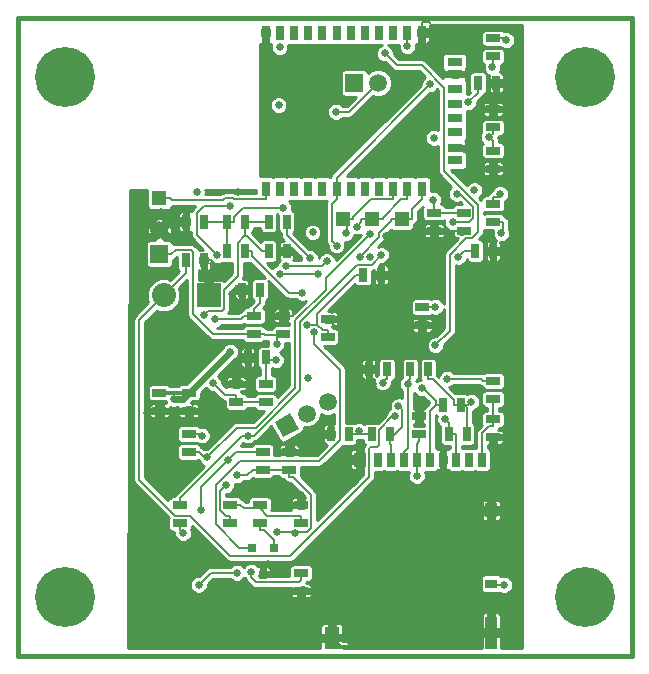
<source format=gbl>
G04 (created by PCBNEW (2013-mar-13)-testing) date Fri 19 Jul 2013 02:37:30 PM PDT*
%MOIN*%
G04 Gerber Fmt 3.4, Leading zero omitted, Abs format*
%FSLAX34Y34*%
G01*
G70*
G90*
G04 APERTURE LIST*
%ADD10C,0.005906*%
%ADD11C,0.015000*%
%ADD12R,0.045000X0.025000*%
%ADD13R,0.025000X0.045000*%
%ADD14R,0.039370X0.039370*%
%ADD15R,0.027600X0.047200*%
%ADD16R,0.039400X0.047200*%
%ADD17R,0.039400X0.031500*%
%ADD18R,0.039400X0.110200*%
%ADD19R,0.051200X0.074800*%
%ADD20R,0.029500X0.013800*%
%ADD21R,0.030000X0.030000*%
%ADD22R,0.050000X0.050000*%
%ADD23C,0.080000*%
%ADD24R,0.080000X0.080000*%
%ADD25C,0.059055*%
%ADD26R,0.059055X0.059055*%
%ADD27C,0.200000*%
%ADD28R,0.031400X0.051000*%
%ADD29R,0.051000X0.031400*%
%ADD30C,0.026000*%
%ADD31C,0.007000*%
%ADD32C,0.024000*%
%ADD33C,0.014000*%
%ADD34C,0.009000*%
G04 APERTURE END LIST*
G54D10*
G54D11*
X87401Y-31102D02*
X87401Y-52362D01*
X66929Y-31102D02*
X87401Y-31102D01*
X66929Y-52362D02*
X66929Y-31102D01*
X87401Y-52362D02*
X66929Y-52362D01*
G54D12*
X76377Y-49601D03*
X76377Y-50201D03*
G54D13*
X72534Y-39173D03*
X73134Y-39173D03*
G54D12*
X82775Y-37298D03*
X82775Y-37898D03*
X75787Y-41638D03*
X75787Y-41038D03*
X75984Y-46166D03*
X75984Y-45566D03*
G54D13*
X75201Y-42421D03*
X74601Y-42421D03*
X82278Y-33267D03*
X82878Y-33267D03*
X82180Y-38877D03*
X82780Y-38877D03*
G54D12*
X71653Y-43597D03*
X71653Y-44197D03*
X74015Y-47937D03*
X74015Y-47337D03*
X72637Y-43597D03*
X72637Y-44197D03*
X81791Y-37593D03*
X81791Y-38193D03*
X80807Y-37593D03*
X80807Y-38193D03*
X82775Y-34748D03*
X82775Y-34148D03*
X82775Y-35526D03*
X82775Y-36126D03*
X80314Y-44985D03*
X80314Y-44385D03*
X77263Y-41737D03*
X77263Y-41137D03*
G54D13*
X79237Y-42814D03*
X78637Y-42814D03*
G54D12*
X80413Y-40743D03*
X80413Y-41343D03*
G54D13*
X78440Y-39665D03*
X79040Y-39665D03*
G54D12*
X72342Y-47937D03*
X72342Y-47337D03*
X75098Y-46166D03*
X75098Y-45566D03*
X76377Y-47937D03*
X76377Y-47337D03*
X75000Y-47337D03*
X75000Y-47937D03*
X74803Y-41638D03*
X74803Y-41038D03*
G54D13*
X75004Y-40157D03*
X74404Y-40157D03*
G54D12*
X72637Y-45575D03*
X72637Y-44975D03*
G54D13*
X73912Y-37893D03*
X74512Y-37893D03*
X75890Y-37893D03*
X75290Y-37893D03*
X75290Y-38877D03*
X75890Y-38877D03*
X73134Y-37893D03*
X72534Y-37893D03*
X73912Y-38877D03*
X74512Y-38877D03*
X81894Y-44980D03*
X81294Y-44980D03*
X81697Y-43996D03*
X81097Y-43996D03*
X80614Y-42814D03*
X80014Y-42814D03*
X78735Y-44980D03*
X79335Y-44980D03*
G54D12*
X74212Y-43902D03*
X74212Y-43302D03*
X75196Y-43302D03*
X75196Y-43902D03*
G54D14*
X72322Y-41909D03*
X72952Y-41909D03*
X72637Y-42224D03*
X72322Y-42539D03*
X72952Y-42539D03*
G54D15*
X78937Y-45826D03*
X79370Y-45826D03*
X79803Y-45826D03*
X80236Y-45826D03*
X80669Y-45826D03*
X81102Y-45826D03*
X81535Y-45826D03*
X81968Y-45826D03*
X82402Y-45826D03*
G54D16*
X78327Y-45826D03*
X82717Y-47519D03*
G54D17*
X82717Y-49960D03*
G54D18*
X82717Y-51593D03*
G54D19*
X77402Y-51771D03*
G54D20*
X77726Y-52076D03*
G54D10*
G36*
X77712Y-52007D02*
X77657Y-52063D01*
X77601Y-52007D01*
X77657Y-51952D01*
X77712Y-52007D01*
X77712Y-52007D01*
G37*
G54D21*
X75098Y-49662D03*
X75473Y-48762D03*
X74723Y-48762D03*
G54D12*
X82775Y-31786D03*
X82775Y-32386D03*
G54D22*
X71653Y-37106D03*
G54D13*
X77957Y-44980D03*
X77357Y-44980D03*
G54D23*
X71789Y-40354D03*
G54D24*
X73289Y-40354D03*
G54D12*
X82775Y-43203D03*
X82775Y-43803D03*
X82775Y-44483D03*
X82775Y-45083D03*
G54D25*
X76574Y-44291D03*
X77256Y-43897D03*
G54D10*
G36*
X75784Y-45088D02*
X75489Y-44576D01*
X76000Y-44281D01*
X76296Y-44793D01*
X75784Y-45088D01*
X75784Y-45088D01*
G37*
G54D26*
X71653Y-38976D03*
G54D25*
X71653Y-38188D03*
G54D26*
X78149Y-33267D03*
G54D25*
X78937Y-33267D03*
G54D22*
X79724Y-37795D03*
X78740Y-37795D03*
X77755Y-37795D03*
G54D27*
X68502Y-33070D03*
X68502Y-50393D03*
X85825Y-50393D03*
X85825Y-33070D03*
G54D28*
X79920Y-31594D03*
X80391Y-31594D03*
X79446Y-31594D03*
X78975Y-31594D03*
X77086Y-31594D03*
X77558Y-31594D03*
X78503Y-31594D03*
X78031Y-31594D03*
X76141Y-31594D03*
X76613Y-31594D03*
X75668Y-31594D03*
X75196Y-31594D03*
X80393Y-36790D03*
X79920Y-36791D03*
X79448Y-36791D03*
X78976Y-36791D03*
X78503Y-36791D03*
X78031Y-36791D03*
X77558Y-36791D03*
X77086Y-36791D03*
X76613Y-36791D03*
X76141Y-36791D03*
X75668Y-36791D03*
X75196Y-36791D03*
G54D29*
X81495Y-32578D03*
X81495Y-32971D03*
X81495Y-33483D03*
X81495Y-33956D03*
X81495Y-34428D03*
X81495Y-34901D03*
X81495Y-35451D03*
X81495Y-35844D03*
G54D30*
X75561Y-48254D03*
X76177Y-48270D03*
X74249Y-46347D03*
X73579Y-39006D03*
X74008Y-37357D03*
X79489Y-44386D03*
X73151Y-41008D03*
X72834Y-49055D03*
X71466Y-50777D03*
X76462Y-37680D03*
X83149Y-51692D03*
X83117Y-47617D03*
X77921Y-46143D03*
X81692Y-51172D03*
X83208Y-45001D03*
X74071Y-40298D03*
X76377Y-47012D03*
X71712Y-37557D03*
X82881Y-33812D03*
X71225Y-44268D03*
X82780Y-39304D03*
X72520Y-44529D03*
X74256Y-36914D03*
X77559Y-51102D03*
X80754Y-31540D03*
X71108Y-51752D03*
X73340Y-44523D03*
X74394Y-50884D03*
X78740Y-32711D03*
X73714Y-39406D03*
X75261Y-49312D03*
X75630Y-32857D03*
X80856Y-41478D03*
X81960Y-32813D03*
X78755Y-43321D03*
X79727Y-35391D03*
X76484Y-50532D03*
X82884Y-36462D03*
X76289Y-39106D03*
X80556Y-43950D03*
X81236Y-46366D03*
X76204Y-40816D03*
X76568Y-45353D03*
X79210Y-38380D03*
X77538Y-34230D03*
X77229Y-39214D03*
X75875Y-39374D03*
X81565Y-36969D03*
X81424Y-37917D03*
X76922Y-39629D03*
X75656Y-39629D03*
X75783Y-37438D03*
X73436Y-43265D03*
X73871Y-46684D03*
X74015Y-42224D03*
X72145Y-43799D03*
X82753Y-32740D03*
X83021Y-36971D03*
X83054Y-38287D03*
X81607Y-39063D03*
X81953Y-33922D03*
X73948Y-45828D03*
X73049Y-47515D03*
X72961Y-50000D03*
X74237Y-49600D03*
X73505Y-41143D03*
X78326Y-39063D03*
X78237Y-38057D03*
X79619Y-44042D03*
X79937Y-43310D03*
X80391Y-43455D03*
X77863Y-38275D03*
X81177Y-44488D03*
X81241Y-43134D03*
X80850Y-42015D03*
X79167Y-32289D03*
X80675Y-33315D03*
X77559Y-38690D03*
X76665Y-39113D03*
X76420Y-40267D03*
X76809Y-41559D03*
X74717Y-49568D03*
X74596Y-45026D03*
X79052Y-39010D03*
X73240Y-45754D03*
X78680Y-38292D03*
X75558Y-41968D03*
X79920Y-32055D03*
X83149Y-50000D03*
X82630Y-35076D03*
X80802Y-35103D03*
X75626Y-34010D03*
X72894Y-36914D03*
X80236Y-46371D03*
X76571Y-41329D03*
X78312Y-44875D03*
X83206Y-31840D03*
X73071Y-45023D03*
X72443Y-48269D03*
X79094Y-43256D03*
X80784Y-37159D03*
X76757Y-38254D03*
X80852Y-40728D03*
X75658Y-32083D03*
X78659Y-39068D03*
X82150Y-36840D03*
X76606Y-43117D03*
X75532Y-42513D03*
X82045Y-43897D03*
G54D31*
X75098Y-46166D02*
X75984Y-46166D01*
X75984Y-46166D02*
X75984Y-46396D01*
X76567Y-48254D02*
X76177Y-48254D01*
X76708Y-48114D02*
X76567Y-48254D01*
X76708Y-47005D02*
X76708Y-48114D01*
X76099Y-46396D02*
X76708Y-47005D01*
X75984Y-46396D02*
X76099Y-46396D01*
X76177Y-48254D02*
X75561Y-48254D01*
X76177Y-48254D02*
X76177Y-48270D01*
X74586Y-46347D02*
X74768Y-46166D01*
X74249Y-46347D02*
X74586Y-46347D01*
X75098Y-46166D02*
X74768Y-46166D01*
X78645Y-46399D02*
X78645Y-45448D01*
X78645Y-46399D02*
X76015Y-49029D01*
X76015Y-49029D02*
X73998Y-49029D01*
X73998Y-49029D02*
X72662Y-47692D01*
X72662Y-47692D02*
X72174Y-47692D01*
X72174Y-47692D02*
X70976Y-46493D01*
X70976Y-46493D02*
X70976Y-41167D01*
X71789Y-40354D02*
X70976Y-41167D01*
X78965Y-45325D02*
X78897Y-45393D01*
X78965Y-45325D02*
X78965Y-45275D01*
X78700Y-45393D02*
X78897Y-45393D01*
X78645Y-45448D02*
X78700Y-45393D01*
X79489Y-44386D02*
X79420Y-44386D01*
X79420Y-44386D02*
X78965Y-44842D01*
X78965Y-44842D02*
X78965Y-45275D01*
X73149Y-37357D02*
X74008Y-37357D01*
X72903Y-37603D02*
X73149Y-37357D01*
X72903Y-38330D02*
X72903Y-37603D01*
X73579Y-39006D02*
X72903Y-38330D01*
X72534Y-39609D02*
X72534Y-39173D01*
X71789Y-40354D02*
X72534Y-39609D01*
X74512Y-37893D02*
X74592Y-37893D01*
X75290Y-37893D02*
X74592Y-37893D01*
X75290Y-38877D02*
X75060Y-38877D01*
X74512Y-38379D02*
X74512Y-37893D01*
X74481Y-38379D02*
X74512Y-38379D01*
X74265Y-38595D02*
X74481Y-38379D01*
X74265Y-39704D02*
X74265Y-38595D01*
X73794Y-40175D02*
X74265Y-39704D01*
X73794Y-40813D02*
X73794Y-40175D01*
X73730Y-40877D02*
X73794Y-40813D01*
X73282Y-40877D02*
X73730Y-40877D01*
X73151Y-41008D02*
X73282Y-40877D01*
X74562Y-38379D02*
X75060Y-38877D01*
X74512Y-38379D02*
X74562Y-38379D01*
X72834Y-49055D02*
X72992Y-49055D01*
X77726Y-52077D02*
X77657Y-52007D01*
X82776Y-51653D02*
X82717Y-51593D01*
X83149Y-51692D02*
X82776Y-51653D01*
X82717Y-47520D02*
X83019Y-47618D01*
X78024Y-46040D02*
X78024Y-45925D01*
X77921Y-46143D02*
X78024Y-46040D01*
X78327Y-45827D02*
X78024Y-45925D01*
X83187Y-45001D02*
X83105Y-45083D01*
X83208Y-45001D02*
X83187Y-45001D01*
X82775Y-45083D02*
X83105Y-45083D01*
X74174Y-40195D02*
X74174Y-40157D01*
X74071Y-40298D02*
X74174Y-40195D01*
X74404Y-40157D02*
X74174Y-40157D01*
X76377Y-47012D02*
X76377Y-47337D01*
X82775Y-34148D02*
X82775Y-33918D01*
X71252Y-44268D02*
X71323Y-44197D01*
X71225Y-44268D02*
X71252Y-44268D01*
X71653Y-44197D02*
X71323Y-44197D01*
X83020Y-47617D02*
X83117Y-47617D01*
X83019Y-47618D02*
X83020Y-47617D01*
X72048Y-37893D02*
X72534Y-37893D01*
X71712Y-37557D02*
X72048Y-37893D01*
X74533Y-42751D02*
X74212Y-43072D01*
X74601Y-42751D02*
X74533Y-42751D01*
X74212Y-43302D02*
X74212Y-43072D01*
X74601Y-42421D02*
X74601Y-42751D01*
X72622Y-44427D02*
X72637Y-44427D01*
X72520Y-44529D02*
X72622Y-44427D01*
X72637Y-44197D02*
X72637Y-44427D01*
X74371Y-42219D02*
X74371Y-42421D01*
X74060Y-41909D02*
X74371Y-42219D01*
X72952Y-41909D02*
X74060Y-41909D01*
X74601Y-42421D02*
X74371Y-42421D01*
X79040Y-39665D02*
X79040Y-39335D01*
X82780Y-39304D02*
X82780Y-38877D01*
X77421Y-51314D02*
X77421Y-51772D01*
X77559Y-51102D02*
X77421Y-51314D01*
X77402Y-51772D02*
X77421Y-51772D01*
X77421Y-51772D02*
X77657Y-52007D01*
X80807Y-38193D02*
X81791Y-38193D01*
X81855Y-35537D02*
X81855Y-35451D01*
X82445Y-36126D02*
X81855Y-35537D01*
X82775Y-36126D02*
X82445Y-36126D01*
X81495Y-35451D02*
X81855Y-35451D01*
X82878Y-33812D02*
X82881Y-33812D01*
X82878Y-33815D02*
X82878Y-33812D01*
X82775Y-33918D02*
X82878Y-33815D01*
X82878Y-33812D02*
X82878Y-33267D01*
X73597Y-39406D02*
X73364Y-39173D01*
X73714Y-39406D02*
X73597Y-39406D01*
X73134Y-39173D02*
X73364Y-39173D01*
X75166Y-49407D02*
X75098Y-49407D01*
X75261Y-49312D02*
X75166Y-49407D01*
X75098Y-49662D02*
X75098Y-49407D01*
X75196Y-32424D02*
X75196Y-31594D01*
X75630Y-32857D02*
X75196Y-32424D01*
X78611Y-42484D02*
X77263Y-41137D01*
X78637Y-42484D02*
X78611Y-42484D01*
X78637Y-42814D02*
X78637Y-42484D01*
X80743Y-41365D02*
X80743Y-41343D01*
X80856Y-41478D02*
X80743Y-41365D01*
X80413Y-41343D02*
X80743Y-41343D01*
X81855Y-32918D02*
X81855Y-32971D01*
X81960Y-32813D02*
X81855Y-32918D01*
X81495Y-32971D02*
X81855Y-32971D01*
X78637Y-43203D02*
X78637Y-42814D01*
X78755Y-43321D02*
X78637Y-43203D01*
X80807Y-38193D02*
X80230Y-38193D01*
X76384Y-50431D02*
X76377Y-50431D01*
X76484Y-50532D02*
X76384Y-50431D01*
X76377Y-50201D02*
X76377Y-50431D01*
X82779Y-36356D02*
X82775Y-36356D01*
X82884Y-36462D02*
X82779Y-36356D01*
X82775Y-36126D02*
X82775Y-36356D01*
X75890Y-38877D02*
X76120Y-38877D01*
X76120Y-38937D02*
X76120Y-38877D01*
X76289Y-39106D02*
X76120Y-38937D01*
X80352Y-44154D02*
X80314Y-44154D01*
X80556Y-43950D02*
X80352Y-44154D01*
X80314Y-44385D02*
X80314Y-44154D01*
X81136Y-46266D02*
X81102Y-46266D01*
X81236Y-46366D02*
X81136Y-46266D01*
X81102Y-45827D02*
X81102Y-46266D01*
X76117Y-40903D02*
X76117Y-41038D01*
X76204Y-40816D02*
X76117Y-40903D01*
X75787Y-41038D02*
X76117Y-41038D01*
X77357Y-44980D02*
X77127Y-44980D01*
X76754Y-45353D02*
X76568Y-45353D01*
X77127Y-44980D02*
X76754Y-45353D01*
X76527Y-45353D02*
X76314Y-45566D01*
X76568Y-45353D02*
X76527Y-45353D01*
X75984Y-45566D02*
X76314Y-45566D01*
X79210Y-38380D02*
X79627Y-38796D01*
X80230Y-38193D02*
X79627Y-38796D01*
X79089Y-39335D02*
X79040Y-39335D01*
X79627Y-38796D02*
X79089Y-39335D01*
X80623Y-31234D02*
X80391Y-31234D01*
X80754Y-31364D02*
X80623Y-31234D01*
X80754Y-31540D02*
X80754Y-31364D01*
X80391Y-31594D02*
X80391Y-31234D01*
X77973Y-34230D02*
X77538Y-34230D01*
X78937Y-33267D02*
X77973Y-34230D01*
X77069Y-39374D02*
X77229Y-39214D01*
X75875Y-39374D02*
X77069Y-39374D01*
X81673Y-36969D02*
X81565Y-36969D01*
X82121Y-37417D02*
X81673Y-36969D01*
X82121Y-37762D02*
X82121Y-37417D01*
X81965Y-37917D02*
X82121Y-37762D01*
X81424Y-37917D02*
X81965Y-37917D01*
X76922Y-39629D02*
X75656Y-39629D01*
X73912Y-38877D02*
X73912Y-37893D01*
X73134Y-37893D02*
X73912Y-37893D01*
X75783Y-37438D02*
X75783Y-37438D01*
X74454Y-37438D02*
X75783Y-37438D01*
X74142Y-37749D02*
X74454Y-37438D01*
X74142Y-37893D02*
X74142Y-37749D01*
X73912Y-37893D02*
X74142Y-37893D01*
X75196Y-43902D02*
X74212Y-43902D01*
X73842Y-43672D02*
X73436Y-43265D01*
X74212Y-43672D02*
X73842Y-43672D01*
X74212Y-43902D02*
X74212Y-43672D01*
X74015Y-47937D02*
X74015Y-47707D01*
X73685Y-46870D02*
X73871Y-46684D01*
X73685Y-47521D02*
X73685Y-46870D01*
X73871Y-47707D02*
X73685Y-47521D01*
X74015Y-47707D02*
X73871Y-47707D01*
X75133Y-48167D02*
X75000Y-48167D01*
X75473Y-48507D02*
X75133Y-48167D01*
X75473Y-48762D02*
X75473Y-48507D01*
X75000Y-47937D02*
X75000Y-48167D01*
X75000Y-47337D02*
X75000Y-47452D01*
X74015Y-47337D02*
X74345Y-47337D01*
X74460Y-47452D02*
X75000Y-47452D01*
X74345Y-47337D02*
X74460Y-47452D01*
X75254Y-47707D02*
X76377Y-47707D01*
X75000Y-47452D02*
X75254Y-47707D01*
X76377Y-47937D02*
X76377Y-47707D01*
G54D32*
X72436Y-43799D02*
X72637Y-43597D01*
X72145Y-43799D02*
X72436Y-43799D01*
X72642Y-43597D02*
X72637Y-43597D01*
X74015Y-42224D02*
X72642Y-43597D01*
G54D33*
X71653Y-43597D02*
X72637Y-43597D01*
G54D31*
X82775Y-32717D02*
X82775Y-32386D01*
X82753Y-32740D02*
X82775Y-32717D01*
X72079Y-37177D02*
X72008Y-37106D01*
X73760Y-37177D02*
X72079Y-37177D01*
X73822Y-37115D02*
X73760Y-37177D01*
X74112Y-37115D02*
X73822Y-37115D01*
X74148Y-37151D02*
X74112Y-37115D01*
X75196Y-37151D02*
X74148Y-37151D01*
X71653Y-37106D02*
X72008Y-37106D01*
X75196Y-36791D02*
X75196Y-37151D01*
X82924Y-37068D02*
X82775Y-37068D01*
X83021Y-36971D02*
X82924Y-37068D01*
X82775Y-37298D02*
X82775Y-37068D01*
X82775Y-37898D02*
X83105Y-37898D01*
X83105Y-38236D02*
X83054Y-38287D01*
X83105Y-37898D02*
X83105Y-38236D01*
X82775Y-44483D02*
X82775Y-43803D01*
X82631Y-44713D02*
X82775Y-44713D01*
X82402Y-44943D02*
X82631Y-44713D01*
X82402Y-45827D02*
X82402Y-44943D01*
X82775Y-44483D02*
X82775Y-44713D01*
X82180Y-38877D02*
X81793Y-38877D01*
X81793Y-38877D02*
X81607Y-39063D01*
X82278Y-33597D02*
X81953Y-33922D01*
X82278Y-33597D02*
X82278Y-33597D01*
X82278Y-33267D02*
X82278Y-33597D01*
X74211Y-45566D02*
X73948Y-45828D01*
X75098Y-45566D02*
X74211Y-45566D01*
X73049Y-46727D02*
X73049Y-47515D01*
X73948Y-45828D02*
X73049Y-46727D01*
X73361Y-49600D02*
X74237Y-49600D01*
X72961Y-50000D02*
X73361Y-49600D01*
X75004Y-40606D02*
X74803Y-40808D01*
X75004Y-40157D02*
X75004Y-40606D01*
X74803Y-41038D02*
X74803Y-40808D01*
X74803Y-41038D02*
X74473Y-41038D01*
X74367Y-41143D02*
X73505Y-41143D01*
X74473Y-41038D02*
X74367Y-41143D01*
X79724Y-37795D02*
X79369Y-37795D01*
X80079Y-37464D02*
X80079Y-37795D01*
X80393Y-37150D02*
X80079Y-37464D01*
X80393Y-36790D02*
X80393Y-37150D01*
X79724Y-37795D02*
X80079Y-37795D01*
X78975Y-38415D02*
X78326Y-39063D01*
X78975Y-38282D02*
X78975Y-38415D01*
X79369Y-37888D02*
X78975Y-38282D01*
X79369Y-37795D02*
X79369Y-37888D01*
X78740Y-37795D02*
X78385Y-37795D01*
X79095Y-37760D02*
X79095Y-37795D01*
X79704Y-37151D02*
X79095Y-37760D01*
X79920Y-37151D02*
X79704Y-37151D01*
X79920Y-36791D02*
X79920Y-37151D01*
X78740Y-37795D02*
X79095Y-37795D01*
X78385Y-37909D02*
X78237Y-38057D01*
X78385Y-37795D02*
X78385Y-37909D01*
X79370Y-45345D02*
X79335Y-45310D01*
X79370Y-45827D02*
X79370Y-45345D01*
X79335Y-44980D02*
X79335Y-45145D01*
X79335Y-45145D02*
X79335Y-45310D01*
X79725Y-44148D02*
X79619Y-44042D01*
X79725Y-44755D02*
X79725Y-44148D01*
X79335Y-45145D02*
X79725Y-44755D01*
X80014Y-42814D02*
X80014Y-43145D01*
X79937Y-43222D02*
X80014Y-43145D01*
X79937Y-43310D02*
X79937Y-43222D01*
X79802Y-45827D02*
X79802Y-45584D01*
X79937Y-45449D02*
X79937Y-43310D01*
X79802Y-45584D02*
X79937Y-45449D01*
X80669Y-44194D02*
X80867Y-43996D01*
X80669Y-45827D02*
X80669Y-44194D01*
X81097Y-43996D02*
X80867Y-43996D01*
X80867Y-43881D02*
X80867Y-43996D01*
X80441Y-43455D02*
X80867Y-43881D01*
X80391Y-43455D02*
X80441Y-43455D01*
X78111Y-37750D02*
X78111Y-37795D01*
X78710Y-37151D02*
X78111Y-37750D01*
X79448Y-37151D02*
X78710Y-37151D01*
X79448Y-36791D02*
X79448Y-37151D01*
X77755Y-37795D02*
X77909Y-37795D01*
X77909Y-37795D02*
X78111Y-37795D01*
X77909Y-38229D02*
X77863Y-38275D01*
X77909Y-37795D02*
X77909Y-38229D01*
X81535Y-44990D02*
X81524Y-44980D01*
X81535Y-45827D02*
X81535Y-44990D01*
X81294Y-44980D02*
X81524Y-44980D01*
X81294Y-44605D02*
X81294Y-44980D01*
X81177Y-44488D02*
X81294Y-44605D01*
X82375Y-43134D02*
X82445Y-43203D01*
X81241Y-43134D02*
X82375Y-43134D01*
X82775Y-43203D02*
X82445Y-43203D01*
X81340Y-41525D02*
X80850Y-42015D01*
X81340Y-38991D02*
X81340Y-41525D01*
X81882Y-38450D02*
X81340Y-38991D01*
X82061Y-38450D02*
X81882Y-38450D01*
X82267Y-38243D02*
X82061Y-38450D01*
X82267Y-37336D02*
X82267Y-38243D01*
X81135Y-36204D02*
X82267Y-37336D01*
X81135Y-33423D02*
X81135Y-36204D01*
X80397Y-32685D02*
X81135Y-33423D01*
X79563Y-32685D02*
X80397Y-32685D01*
X79167Y-32289D02*
X79563Y-32685D01*
X77558Y-36791D02*
X77558Y-37151D01*
X77558Y-36791D02*
X77558Y-36431D01*
X77558Y-36431D02*
X80675Y-33315D01*
X77400Y-38531D02*
X77559Y-38690D01*
X77400Y-37309D02*
X77400Y-38531D01*
X77558Y-37151D02*
X77400Y-37309D01*
X75890Y-38339D02*
X75890Y-37893D01*
X76665Y-39113D02*
X75890Y-38339D01*
X74512Y-38877D02*
X74742Y-38877D01*
X75960Y-40267D02*
X76420Y-40267D01*
X74742Y-39050D02*
X75960Y-40267D01*
X74742Y-38877D02*
X74742Y-39050D01*
X74314Y-48762D02*
X74723Y-48762D01*
X73534Y-47982D02*
X74314Y-48762D01*
X73534Y-46688D02*
X73534Y-47982D01*
X74354Y-45869D02*
X73534Y-46688D01*
X76972Y-45869D02*
X74354Y-45869D01*
X77663Y-45178D02*
X76972Y-45869D01*
X77663Y-42831D02*
X77663Y-45178D01*
X76809Y-41977D02*
X77663Y-42831D01*
X76809Y-41559D02*
X76809Y-41977D01*
X76291Y-49917D02*
X76377Y-49831D01*
X74884Y-49917D02*
X76291Y-49917D01*
X74717Y-49750D02*
X74884Y-49917D01*
X74717Y-49568D02*
X74717Y-49750D01*
X76377Y-49601D02*
X76377Y-49831D01*
X72342Y-47337D02*
X72342Y-47102D01*
X78727Y-39335D02*
X79052Y-39010D01*
X78226Y-39335D02*
X78727Y-39335D01*
X76325Y-41236D02*
X78226Y-39335D01*
X76325Y-43495D02*
X76325Y-41236D01*
X74794Y-45026D02*
X76325Y-43495D01*
X74596Y-45026D02*
X74794Y-45026D01*
X74418Y-45026D02*
X72342Y-47102D01*
X74596Y-45026D02*
X74418Y-45026D01*
X72637Y-45575D02*
X72967Y-45575D01*
X73146Y-45754D02*
X73240Y-45754D01*
X72967Y-45575D02*
X73146Y-45754D01*
X74235Y-44759D02*
X73240Y-45754D01*
X74863Y-44759D02*
X74235Y-44759D01*
X76185Y-43437D02*
X74863Y-44759D01*
X76185Y-41177D02*
X76185Y-43437D01*
X77206Y-40156D02*
X76185Y-41177D01*
X77206Y-39766D02*
X77206Y-40156D01*
X78680Y-38292D02*
X77206Y-39766D01*
X75787Y-41638D02*
X75657Y-41638D01*
X73438Y-41638D02*
X74803Y-41638D01*
X72784Y-40984D02*
X73438Y-41638D01*
X72784Y-38920D02*
X72784Y-40984D01*
X72704Y-38840D02*
X72784Y-38920D01*
X72189Y-38840D02*
X72704Y-38840D01*
X72053Y-38976D02*
X72189Y-38840D01*
X71653Y-38976D02*
X72053Y-38976D01*
X74803Y-41638D02*
X75133Y-41638D01*
X75558Y-41687D02*
X75558Y-41968D01*
X75608Y-41687D02*
X75558Y-41687D01*
X75657Y-41638D02*
X75608Y-41687D01*
X75182Y-41687D02*
X75133Y-41638D01*
X75558Y-41687D02*
X75182Y-41687D01*
X79920Y-31594D02*
X79920Y-32055D01*
X83055Y-50000D02*
X83050Y-50005D01*
X83149Y-50000D02*
X83055Y-50000D01*
X82717Y-49960D02*
X83050Y-50005D01*
X75196Y-43302D02*
X75196Y-43072D01*
X80236Y-45294D02*
X80314Y-45215D01*
X80236Y-45827D02*
X80236Y-45294D01*
X80314Y-44985D02*
X80314Y-45215D01*
X82775Y-34748D02*
X82775Y-34978D01*
X80236Y-45827D02*
X80236Y-46371D01*
X80759Y-43145D02*
X80614Y-43145D01*
X81467Y-43853D02*
X80759Y-43145D01*
X81467Y-43996D02*
X81467Y-43853D01*
X81697Y-43996D02*
X81467Y-43996D01*
X80614Y-42814D02*
X80614Y-43145D01*
X75201Y-43067D02*
X75201Y-42513D01*
X75196Y-43072D02*
X75201Y-43067D01*
X77263Y-41737D02*
X77263Y-41506D01*
X77957Y-44980D02*
X78312Y-44980D01*
X78312Y-44980D02*
X78735Y-44980D01*
X78312Y-44875D02*
X78312Y-44980D01*
X78440Y-39665D02*
X78210Y-39665D01*
X76919Y-40956D02*
X78210Y-39665D01*
X76919Y-41323D02*
X76919Y-40956D01*
X76577Y-41323D02*
X76919Y-41323D01*
X76571Y-41329D02*
X76577Y-41323D01*
X77102Y-41506D02*
X77263Y-41506D01*
X76919Y-41323D02*
X77102Y-41506D01*
X82728Y-34978D02*
X82775Y-34978D01*
X82630Y-35076D02*
X82728Y-34978D01*
X82775Y-35222D02*
X82775Y-35526D01*
X82630Y-35076D02*
X82775Y-35222D01*
X83159Y-31840D02*
X83105Y-31786D01*
X83206Y-31840D02*
X83159Y-31840D01*
X82775Y-31786D02*
X83105Y-31786D01*
X73016Y-45023D02*
X72967Y-44975D01*
X73071Y-45023D02*
X73016Y-45023D01*
X72637Y-44975D02*
X72967Y-44975D01*
X72342Y-47937D02*
X72342Y-48167D01*
X72342Y-48167D02*
X72443Y-48269D01*
X79205Y-43145D02*
X79237Y-43145D01*
X79094Y-43256D02*
X79205Y-43145D01*
X79237Y-42814D02*
X79237Y-43145D01*
X80807Y-37181D02*
X80807Y-37593D01*
X80784Y-37159D02*
X80807Y-37181D01*
X81791Y-37593D02*
X80807Y-37593D01*
X80758Y-40728D02*
X80743Y-40743D01*
X80852Y-40728D02*
X80758Y-40728D01*
X80413Y-40743D02*
X80743Y-40743D01*
X75532Y-42513D02*
X75201Y-42513D01*
X75201Y-42421D02*
X75201Y-42513D01*
X82026Y-43897D02*
X81927Y-43996D01*
X82045Y-43897D02*
X82026Y-43897D01*
X81697Y-43996D02*
X81812Y-43996D01*
X81812Y-43996D02*
X81927Y-43996D01*
X81894Y-44077D02*
X81894Y-44980D01*
X81812Y-43996D02*
X81894Y-44077D01*
G54D10*
G36*
X74065Y-39622D02*
X73797Y-39889D01*
X73795Y-39883D01*
X73760Y-39848D01*
X73714Y-39829D01*
X73425Y-39829D01*
X73394Y-39860D01*
X73394Y-40249D01*
X73402Y-40249D01*
X73402Y-40459D01*
X73394Y-40459D01*
X73394Y-40467D01*
X73384Y-40467D01*
X73184Y-40467D01*
X73184Y-40459D01*
X73176Y-40459D01*
X73176Y-40249D01*
X73184Y-40249D01*
X73184Y-39860D01*
X73153Y-39829D01*
X72984Y-39829D01*
X72984Y-39522D01*
X72984Y-39523D01*
X73040Y-39523D01*
X73072Y-39491D01*
X73072Y-39278D01*
X73021Y-39278D01*
X73021Y-39068D01*
X73072Y-39068D01*
X73072Y-39060D01*
X73197Y-39060D01*
X73197Y-39068D01*
X73247Y-39068D01*
X73247Y-39278D01*
X73197Y-39278D01*
X73197Y-39491D01*
X73228Y-39523D01*
X73284Y-39523D01*
X73330Y-39504D01*
X73365Y-39469D01*
X73384Y-39423D01*
X73384Y-39373D01*
X73384Y-39309D01*
X73353Y-39278D01*
X73384Y-39278D01*
X73384Y-39228D01*
X73411Y-39256D01*
X73520Y-39301D01*
X73637Y-39301D01*
X73736Y-39260D01*
X73754Y-39267D01*
X73820Y-39267D01*
X74065Y-39267D01*
X74065Y-39622D01*
X74065Y-39622D01*
G37*
G54D34*
X74065Y-39622D02*
X73797Y-39889D01*
X73795Y-39883D01*
X73760Y-39848D01*
X73714Y-39829D01*
X73425Y-39829D01*
X73394Y-39860D01*
X73394Y-40249D01*
X73402Y-40249D01*
X73402Y-40459D01*
X73394Y-40459D01*
X73394Y-40467D01*
X73384Y-40467D01*
X73184Y-40467D01*
X73184Y-40459D01*
X73176Y-40459D01*
X73176Y-40249D01*
X73184Y-40249D01*
X73184Y-39860D01*
X73153Y-39829D01*
X72984Y-39829D01*
X72984Y-39522D01*
X72984Y-39523D01*
X73040Y-39523D01*
X73072Y-39491D01*
X73072Y-39278D01*
X73021Y-39278D01*
X73021Y-39068D01*
X73072Y-39068D01*
X73072Y-39060D01*
X73197Y-39060D01*
X73197Y-39068D01*
X73247Y-39068D01*
X73247Y-39278D01*
X73197Y-39278D01*
X73197Y-39491D01*
X73228Y-39523D01*
X73284Y-39523D01*
X73330Y-39504D01*
X73365Y-39469D01*
X73384Y-39423D01*
X73384Y-39373D01*
X73384Y-39309D01*
X73353Y-39278D01*
X73384Y-39278D01*
X73384Y-39228D01*
X73411Y-39256D01*
X73520Y-39301D01*
X73637Y-39301D01*
X73736Y-39260D01*
X73754Y-39267D01*
X73820Y-39267D01*
X74065Y-39267D01*
X74065Y-39622D01*
G54D10*
G36*
X74874Y-36951D02*
X74219Y-36951D01*
X74188Y-36931D01*
X74112Y-36915D01*
X73822Y-36915D01*
X73758Y-36928D01*
X73745Y-36931D01*
X73680Y-36974D01*
X73678Y-36977D01*
X73187Y-36977D01*
X73189Y-36973D01*
X73189Y-36856D01*
X73179Y-36832D01*
X74874Y-36832D01*
X74874Y-36951D01*
X74874Y-36951D01*
G37*
G54D34*
X74874Y-36951D02*
X74219Y-36951D01*
X74188Y-36931D01*
X74112Y-36915D01*
X73822Y-36915D01*
X73758Y-36928D01*
X73745Y-36931D01*
X73680Y-36974D01*
X73678Y-36977D01*
X73187Y-36977D01*
X73189Y-36973D01*
X73189Y-36856D01*
X73179Y-36832D01*
X74874Y-36832D01*
X74874Y-36951D01*
G54D10*
G36*
X75186Y-39777D02*
X75162Y-39767D01*
X75096Y-39767D01*
X74846Y-39767D01*
X74786Y-39792D01*
X74739Y-39839D01*
X74714Y-39899D01*
X74714Y-39965D01*
X74714Y-40415D01*
X74739Y-40475D01*
X74786Y-40522D01*
X74800Y-40528D01*
X74661Y-40667D01*
X74654Y-40677D01*
X74654Y-40407D01*
X74654Y-40357D01*
X74654Y-40293D01*
X74623Y-40262D01*
X74467Y-40262D01*
X74467Y-40476D01*
X74498Y-40507D01*
X74554Y-40507D01*
X74600Y-40488D01*
X74635Y-40453D01*
X74654Y-40407D01*
X74654Y-40677D01*
X74618Y-40731D01*
X74615Y-40748D01*
X74545Y-40748D01*
X74484Y-40773D01*
X74438Y-40820D01*
X74426Y-40847D01*
X74396Y-40853D01*
X74342Y-40890D01*
X74342Y-40476D01*
X74342Y-40262D01*
X74185Y-40262D01*
X74154Y-40293D01*
X74154Y-40357D01*
X74154Y-40407D01*
X74173Y-40453D01*
X74208Y-40488D01*
X74254Y-40507D01*
X74310Y-40507D01*
X74342Y-40476D01*
X74342Y-40890D01*
X74331Y-40897D01*
X74284Y-40943D01*
X73943Y-40943D01*
X73979Y-40890D01*
X73994Y-40813D01*
X73994Y-40258D01*
X74200Y-40052D01*
X74342Y-40052D01*
X74342Y-40044D01*
X74467Y-40044D01*
X74467Y-40052D01*
X74623Y-40052D01*
X74654Y-40021D01*
X74654Y-39957D01*
X74654Y-39907D01*
X74635Y-39861D01*
X74600Y-39826D01*
X74554Y-39807D01*
X74509Y-39807D01*
X74498Y-39807D01*
X74432Y-39807D01*
X74449Y-39781D01*
X74465Y-39704D01*
X74465Y-39267D01*
X74670Y-39267D01*
X74675Y-39265D01*
X75186Y-39777D01*
X75186Y-39777D01*
G37*
G54D34*
X75186Y-39777D02*
X75162Y-39767D01*
X75096Y-39767D01*
X74846Y-39767D01*
X74786Y-39792D01*
X74739Y-39839D01*
X74714Y-39899D01*
X74714Y-39965D01*
X74714Y-40415D01*
X74739Y-40475D01*
X74786Y-40522D01*
X74800Y-40528D01*
X74661Y-40667D01*
X74654Y-40677D01*
X74654Y-40407D01*
X74654Y-40357D01*
X74654Y-40293D01*
X74623Y-40262D01*
X74467Y-40262D01*
X74467Y-40476D01*
X74498Y-40507D01*
X74554Y-40507D01*
X74600Y-40488D01*
X74635Y-40453D01*
X74654Y-40407D01*
X74654Y-40677D01*
X74618Y-40731D01*
X74615Y-40748D01*
X74545Y-40748D01*
X74484Y-40773D01*
X74438Y-40820D01*
X74426Y-40847D01*
X74396Y-40853D01*
X74342Y-40890D01*
X74342Y-40476D01*
X74342Y-40262D01*
X74185Y-40262D01*
X74154Y-40293D01*
X74154Y-40357D01*
X74154Y-40407D01*
X74173Y-40453D01*
X74208Y-40488D01*
X74254Y-40507D01*
X74310Y-40507D01*
X74342Y-40476D01*
X74342Y-40890D01*
X74331Y-40897D01*
X74284Y-40943D01*
X73943Y-40943D01*
X73979Y-40890D01*
X73994Y-40813D01*
X73994Y-40258D01*
X74200Y-40052D01*
X74342Y-40052D01*
X74342Y-40044D01*
X74467Y-40044D01*
X74467Y-40052D01*
X74623Y-40052D01*
X74654Y-40021D01*
X74654Y-39957D01*
X74654Y-39907D01*
X74635Y-39861D01*
X74600Y-39826D01*
X74554Y-39807D01*
X74509Y-39807D01*
X74498Y-39807D01*
X74432Y-39807D01*
X74449Y-39781D01*
X74465Y-39704D01*
X74465Y-39267D01*
X74670Y-39267D01*
X74675Y-39265D01*
X75186Y-39777D01*
G54D10*
G36*
X75985Y-43354D02*
X75586Y-43753D01*
X75586Y-43744D01*
X75561Y-43683D01*
X75515Y-43637D01*
X75454Y-43612D01*
X75389Y-43612D01*
X74939Y-43612D01*
X74878Y-43637D01*
X74831Y-43683D01*
X74824Y-43702D01*
X74585Y-43702D01*
X74577Y-43683D01*
X74531Y-43637D01*
X74470Y-43612D01*
X74404Y-43612D01*
X74400Y-43612D01*
X74397Y-43595D01*
X74368Y-43552D01*
X74412Y-43552D01*
X74462Y-43552D01*
X74508Y-43533D01*
X74543Y-43498D01*
X74562Y-43452D01*
X74562Y-43396D01*
X74562Y-43208D01*
X74562Y-43152D01*
X74543Y-43106D01*
X74539Y-43102D01*
X74539Y-42740D01*
X74539Y-42526D01*
X74539Y-42316D01*
X74539Y-42102D01*
X74507Y-42071D01*
X74451Y-42071D01*
X74405Y-42090D01*
X74370Y-42125D01*
X74351Y-42171D01*
X74351Y-42221D01*
X74351Y-42285D01*
X74382Y-42316D01*
X74539Y-42316D01*
X74539Y-42526D01*
X74382Y-42526D01*
X74351Y-42557D01*
X74351Y-42621D01*
X74351Y-42671D01*
X74370Y-42717D01*
X74405Y-42752D01*
X74451Y-42771D01*
X74507Y-42771D01*
X74539Y-42740D01*
X74539Y-43102D01*
X74508Y-43071D01*
X74462Y-43052D01*
X74412Y-43052D01*
X74348Y-43052D01*
X74317Y-43083D01*
X74317Y-43239D01*
X74531Y-43239D01*
X74562Y-43208D01*
X74562Y-43396D01*
X74531Y-43364D01*
X74317Y-43364D01*
X74317Y-43415D01*
X74107Y-43415D01*
X74107Y-43364D01*
X74107Y-43239D01*
X74107Y-43083D01*
X74076Y-43052D01*
X74012Y-43052D01*
X73962Y-43052D01*
X73916Y-43071D01*
X73881Y-43106D01*
X73862Y-43152D01*
X73862Y-43208D01*
X73893Y-43239D01*
X74107Y-43239D01*
X74107Y-43364D01*
X73893Y-43364D01*
X73862Y-43396D01*
X73862Y-43409D01*
X73731Y-43278D01*
X73731Y-43207D01*
X73686Y-43099D01*
X73615Y-43027D01*
X74158Y-42484D01*
X74182Y-42474D01*
X74265Y-42391D01*
X74310Y-42283D01*
X74310Y-42165D01*
X74265Y-42057D01*
X74183Y-41974D01*
X74074Y-41929D01*
X73957Y-41929D01*
X73848Y-41974D01*
X73765Y-42057D01*
X73755Y-42081D01*
X72529Y-43307D01*
X72379Y-43307D01*
X72319Y-43332D01*
X72289Y-43362D01*
X72001Y-43362D01*
X71972Y-43332D01*
X71911Y-43307D01*
X71845Y-43307D01*
X71395Y-43307D01*
X71335Y-43332D01*
X71288Y-43379D01*
X71263Y-43439D01*
X71263Y-43505D01*
X71263Y-43755D01*
X71288Y-43816D01*
X71335Y-43862D01*
X71395Y-43887D01*
X71461Y-43887D01*
X71863Y-43887D01*
X71887Y-43947D01*
X71853Y-43947D01*
X71789Y-43947D01*
X71758Y-43978D01*
X71758Y-44135D01*
X71972Y-44135D01*
X72003Y-44103D01*
X72003Y-44059D01*
X72086Y-44094D01*
X72204Y-44094D01*
X72228Y-44084D01*
X72287Y-44084D01*
X72287Y-44103D01*
X72319Y-44135D01*
X72532Y-44135D01*
X72532Y-44084D01*
X72742Y-44084D01*
X72742Y-44135D01*
X72956Y-44135D01*
X72987Y-44103D01*
X72987Y-44047D01*
X72968Y-44001D01*
X72933Y-43966D01*
X72887Y-43947D01*
X72837Y-43947D01*
X72774Y-43947D01*
X72742Y-43978D01*
X72742Y-43947D01*
X72690Y-43947D01*
X72750Y-43887D01*
X72895Y-43887D01*
X72956Y-43862D01*
X73002Y-43816D01*
X73027Y-43755D01*
X73027Y-43689D01*
X73027Y-43615D01*
X73198Y-43444D01*
X73269Y-43515D01*
X73377Y-43560D01*
X73448Y-43560D01*
X73701Y-43813D01*
X73766Y-43857D01*
X73822Y-43868D01*
X73822Y-44060D01*
X73847Y-44120D01*
X73894Y-44167D01*
X73954Y-44192D01*
X74020Y-44192D01*
X74470Y-44192D01*
X74531Y-44167D01*
X74577Y-44120D01*
X74585Y-44102D01*
X74824Y-44102D01*
X74831Y-44120D01*
X74878Y-44167D01*
X74939Y-44192D01*
X75004Y-44192D01*
X75147Y-44192D01*
X74780Y-44559D01*
X74235Y-44559D01*
X74159Y-44574D01*
X74094Y-44617D01*
X73366Y-45345D01*
X73366Y-44965D01*
X73321Y-44856D01*
X73238Y-44773D01*
X73130Y-44728D01*
X73013Y-44728D01*
X72987Y-44739D01*
X72987Y-44347D01*
X72987Y-44291D01*
X72956Y-44260D01*
X72742Y-44260D01*
X72742Y-44416D01*
X72774Y-44447D01*
X72837Y-44447D01*
X72887Y-44447D01*
X72933Y-44428D01*
X72968Y-44393D01*
X72987Y-44347D01*
X72987Y-44739D01*
X72985Y-44740D01*
X72956Y-44710D01*
X72895Y-44685D01*
X72829Y-44685D01*
X72532Y-44685D01*
X72532Y-44416D01*
X72532Y-44260D01*
X72319Y-44260D01*
X72287Y-44291D01*
X72287Y-44347D01*
X72306Y-44393D01*
X72341Y-44428D01*
X72387Y-44447D01*
X72437Y-44447D01*
X72501Y-44447D01*
X72532Y-44416D01*
X72532Y-44685D01*
X72379Y-44685D01*
X72319Y-44710D01*
X72272Y-44757D01*
X72247Y-44817D01*
X72247Y-44883D01*
X72247Y-45133D01*
X72272Y-45194D01*
X72319Y-45240D01*
X72379Y-45265D01*
X72445Y-45265D01*
X72895Y-45265D01*
X72896Y-45265D01*
X72904Y-45273D01*
X73012Y-45318D01*
X73129Y-45318D01*
X73238Y-45273D01*
X73321Y-45191D01*
X73366Y-45082D01*
X73366Y-44965D01*
X73366Y-45345D01*
X73252Y-45459D01*
X73182Y-45459D01*
X73148Y-45473D01*
X73109Y-45434D01*
X73044Y-45390D01*
X73014Y-45384D01*
X73002Y-45357D01*
X72956Y-45310D01*
X72895Y-45285D01*
X72829Y-45285D01*
X72379Y-45285D01*
X72319Y-45310D01*
X72272Y-45357D01*
X72247Y-45417D01*
X72247Y-45483D01*
X72247Y-45733D01*
X72272Y-45794D01*
X72319Y-45840D01*
X72379Y-45865D01*
X72445Y-45865D01*
X72895Y-45865D01*
X72951Y-45842D01*
X72962Y-45852D01*
X72990Y-45921D01*
X73073Y-46004D01*
X73133Y-46028D01*
X72201Y-46960D01*
X72157Y-47025D01*
X72153Y-47047D01*
X72084Y-47047D01*
X72024Y-47072D01*
X72003Y-47093D01*
X72003Y-44347D01*
X72003Y-44291D01*
X71972Y-44260D01*
X71758Y-44260D01*
X71758Y-44416D01*
X71789Y-44447D01*
X71853Y-44447D01*
X71903Y-44447D01*
X71949Y-44428D01*
X71984Y-44393D01*
X72003Y-44347D01*
X72003Y-47093D01*
X71977Y-47119D01*
X71952Y-47179D01*
X71952Y-47187D01*
X71548Y-46783D01*
X71548Y-44416D01*
X71548Y-44260D01*
X71548Y-44135D01*
X71548Y-43978D01*
X71517Y-43947D01*
X71453Y-43947D01*
X71403Y-43947D01*
X71357Y-43966D01*
X71322Y-44001D01*
X71303Y-44047D01*
X71303Y-44103D01*
X71334Y-44135D01*
X71548Y-44135D01*
X71548Y-44260D01*
X71334Y-44260D01*
X71303Y-44291D01*
X71303Y-44347D01*
X71322Y-44393D01*
X71357Y-44428D01*
X71403Y-44447D01*
X71453Y-44447D01*
X71517Y-44447D01*
X71548Y-44416D01*
X71548Y-46783D01*
X71176Y-46411D01*
X71176Y-41250D01*
X71556Y-40869D01*
X71676Y-40919D01*
X71901Y-40919D01*
X72108Y-40833D01*
X72268Y-40674D01*
X72354Y-40467D01*
X72354Y-40242D01*
X72304Y-40121D01*
X72584Y-39842D01*
X72584Y-40984D01*
X72599Y-41061D01*
X72642Y-41125D01*
X73296Y-41780D01*
X73361Y-41823D01*
X73438Y-41838D01*
X74430Y-41838D01*
X74438Y-41857D01*
X74484Y-41903D01*
X74545Y-41928D01*
X74610Y-41928D01*
X75060Y-41928D01*
X75121Y-41903D01*
X75144Y-41880D01*
X75182Y-41887D01*
X75272Y-41887D01*
X75263Y-41910D01*
X75263Y-42027D01*
X75265Y-42031D01*
X75043Y-42031D01*
X74983Y-42056D01*
X74936Y-42102D01*
X74911Y-42163D01*
X74911Y-42229D01*
X74911Y-42679D01*
X74936Y-42739D01*
X74983Y-42786D01*
X75001Y-42793D01*
X75001Y-43012D01*
X74939Y-43012D01*
X74878Y-43037D01*
X74851Y-43064D01*
X74851Y-42671D01*
X74851Y-42621D01*
X74851Y-42557D01*
X74851Y-42285D01*
X74851Y-42221D01*
X74851Y-42171D01*
X74832Y-42125D01*
X74797Y-42090D01*
X74751Y-42071D01*
X74695Y-42071D01*
X74664Y-42102D01*
X74664Y-42316D01*
X74820Y-42316D01*
X74851Y-42285D01*
X74851Y-42557D01*
X74820Y-42526D01*
X74664Y-42526D01*
X74664Y-42740D01*
X74695Y-42771D01*
X74751Y-42771D01*
X74797Y-42752D01*
X74832Y-42717D01*
X74851Y-42671D01*
X74851Y-43064D01*
X74831Y-43083D01*
X74806Y-43144D01*
X74806Y-43210D01*
X74806Y-43460D01*
X74831Y-43520D01*
X74878Y-43567D01*
X74939Y-43592D01*
X75004Y-43592D01*
X75454Y-43592D01*
X75515Y-43567D01*
X75561Y-43520D01*
X75586Y-43460D01*
X75586Y-43394D01*
X75586Y-43144D01*
X75561Y-43083D01*
X75515Y-43037D01*
X75454Y-43012D01*
X75401Y-43012D01*
X75401Y-42793D01*
X75420Y-42786D01*
X75420Y-42785D01*
X75473Y-42807D01*
X75590Y-42808D01*
X75699Y-42763D01*
X75782Y-42680D01*
X75827Y-42571D01*
X75827Y-42454D01*
X75782Y-42346D01*
X75699Y-42263D01*
X75659Y-42246D01*
X75725Y-42219D01*
X75808Y-42136D01*
X75853Y-42027D01*
X75853Y-41928D01*
X75985Y-41928D01*
X75985Y-43354D01*
X75985Y-43354D01*
G37*
G54D34*
X75985Y-43354D02*
X75586Y-43753D01*
X75586Y-43744D01*
X75561Y-43683D01*
X75515Y-43637D01*
X75454Y-43612D01*
X75389Y-43612D01*
X74939Y-43612D01*
X74878Y-43637D01*
X74831Y-43683D01*
X74824Y-43702D01*
X74585Y-43702D01*
X74577Y-43683D01*
X74531Y-43637D01*
X74470Y-43612D01*
X74404Y-43612D01*
X74400Y-43612D01*
X74397Y-43595D01*
X74368Y-43552D01*
X74412Y-43552D01*
X74462Y-43552D01*
X74508Y-43533D01*
X74543Y-43498D01*
X74562Y-43452D01*
X74562Y-43396D01*
X74562Y-43208D01*
X74562Y-43152D01*
X74543Y-43106D01*
X74539Y-43102D01*
X74539Y-42740D01*
X74539Y-42526D01*
X74539Y-42316D01*
X74539Y-42102D01*
X74507Y-42071D01*
X74451Y-42071D01*
X74405Y-42090D01*
X74370Y-42125D01*
X74351Y-42171D01*
X74351Y-42221D01*
X74351Y-42285D01*
X74382Y-42316D01*
X74539Y-42316D01*
X74539Y-42526D01*
X74382Y-42526D01*
X74351Y-42557D01*
X74351Y-42621D01*
X74351Y-42671D01*
X74370Y-42717D01*
X74405Y-42752D01*
X74451Y-42771D01*
X74507Y-42771D01*
X74539Y-42740D01*
X74539Y-43102D01*
X74508Y-43071D01*
X74462Y-43052D01*
X74412Y-43052D01*
X74348Y-43052D01*
X74317Y-43083D01*
X74317Y-43239D01*
X74531Y-43239D01*
X74562Y-43208D01*
X74562Y-43396D01*
X74531Y-43364D01*
X74317Y-43364D01*
X74317Y-43415D01*
X74107Y-43415D01*
X74107Y-43364D01*
X74107Y-43239D01*
X74107Y-43083D01*
X74076Y-43052D01*
X74012Y-43052D01*
X73962Y-43052D01*
X73916Y-43071D01*
X73881Y-43106D01*
X73862Y-43152D01*
X73862Y-43208D01*
X73893Y-43239D01*
X74107Y-43239D01*
X74107Y-43364D01*
X73893Y-43364D01*
X73862Y-43396D01*
X73862Y-43409D01*
X73731Y-43278D01*
X73731Y-43207D01*
X73686Y-43099D01*
X73615Y-43027D01*
X74158Y-42484D01*
X74182Y-42474D01*
X74265Y-42391D01*
X74310Y-42283D01*
X74310Y-42165D01*
X74265Y-42057D01*
X74183Y-41974D01*
X74074Y-41929D01*
X73957Y-41929D01*
X73848Y-41974D01*
X73765Y-42057D01*
X73755Y-42081D01*
X72529Y-43307D01*
X72379Y-43307D01*
X72319Y-43332D01*
X72289Y-43362D01*
X72001Y-43362D01*
X71972Y-43332D01*
X71911Y-43307D01*
X71845Y-43307D01*
X71395Y-43307D01*
X71335Y-43332D01*
X71288Y-43379D01*
X71263Y-43439D01*
X71263Y-43505D01*
X71263Y-43755D01*
X71288Y-43816D01*
X71335Y-43862D01*
X71395Y-43887D01*
X71461Y-43887D01*
X71863Y-43887D01*
X71887Y-43947D01*
X71853Y-43947D01*
X71789Y-43947D01*
X71758Y-43978D01*
X71758Y-44135D01*
X71972Y-44135D01*
X72003Y-44103D01*
X72003Y-44059D01*
X72086Y-44094D01*
X72204Y-44094D01*
X72228Y-44084D01*
X72287Y-44084D01*
X72287Y-44103D01*
X72319Y-44135D01*
X72532Y-44135D01*
X72532Y-44084D01*
X72742Y-44084D01*
X72742Y-44135D01*
X72956Y-44135D01*
X72987Y-44103D01*
X72987Y-44047D01*
X72968Y-44001D01*
X72933Y-43966D01*
X72887Y-43947D01*
X72837Y-43947D01*
X72774Y-43947D01*
X72742Y-43978D01*
X72742Y-43947D01*
X72690Y-43947D01*
X72750Y-43887D01*
X72895Y-43887D01*
X72956Y-43862D01*
X73002Y-43816D01*
X73027Y-43755D01*
X73027Y-43689D01*
X73027Y-43615D01*
X73198Y-43444D01*
X73269Y-43515D01*
X73377Y-43560D01*
X73448Y-43560D01*
X73701Y-43813D01*
X73766Y-43857D01*
X73822Y-43868D01*
X73822Y-44060D01*
X73847Y-44120D01*
X73894Y-44167D01*
X73954Y-44192D01*
X74020Y-44192D01*
X74470Y-44192D01*
X74531Y-44167D01*
X74577Y-44120D01*
X74585Y-44102D01*
X74824Y-44102D01*
X74831Y-44120D01*
X74878Y-44167D01*
X74939Y-44192D01*
X75004Y-44192D01*
X75147Y-44192D01*
X74780Y-44559D01*
X74235Y-44559D01*
X74159Y-44574D01*
X74094Y-44617D01*
X73366Y-45345D01*
X73366Y-44965D01*
X73321Y-44856D01*
X73238Y-44773D01*
X73130Y-44728D01*
X73013Y-44728D01*
X72987Y-44739D01*
X72987Y-44347D01*
X72987Y-44291D01*
X72956Y-44260D01*
X72742Y-44260D01*
X72742Y-44416D01*
X72774Y-44447D01*
X72837Y-44447D01*
X72887Y-44447D01*
X72933Y-44428D01*
X72968Y-44393D01*
X72987Y-44347D01*
X72987Y-44739D01*
X72985Y-44740D01*
X72956Y-44710D01*
X72895Y-44685D01*
X72829Y-44685D01*
X72532Y-44685D01*
X72532Y-44416D01*
X72532Y-44260D01*
X72319Y-44260D01*
X72287Y-44291D01*
X72287Y-44347D01*
X72306Y-44393D01*
X72341Y-44428D01*
X72387Y-44447D01*
X72437Y-44447D01*
X72501Y-44447D01*
X72532Y-44416D01*
X72532Y-44685D01*
X72379Y-44685D01*
X72319Y-44710D01*
X72272Y-44757D01*
X72247Y-44817D01*
X72247Y-44883D01*
X72247Y-45133D01*
X72272Y-45194D01*
X72319Y-45240D01*
X72379Y-45265D01*
X72445Y-45265D01*
X72895Y-45265D01*
X72896Y-45265D01*
X72904Y-45273D01*
X73012Y-45318D01*
X73129Y-45318D01*
X73238Y-45273D01*
X73321Y-45191D01*
X73366Y-45082D01*
X73366Y-44965D01*
X73366Y-45345D01*
X73252Y-45459D01*
X73182Y-45459D01*
X73148Y-45473D01*
X73109Y-45434D01*
X73044Y-45390D01*
X73014Y-45384D01*
X73002Y-45357D01*
X72956Y-45310D01*
X72895Y-45285D01*
X72829Y-45285D01*
X72379Y-45285D01*
X72319Y-45310D01*
X72272Y-45357D01*
X72247Y-45417D01*
X72247Y-45483D01*
X72247Y-45733D01*
X72272Y-45794D01*
X72319Y-45840D01*
X72379Y-45865D01*
X72445Y-45865D01*
X72895Y-45865D01*
X72951Y-45842D01*
X72962Y-45852D01*
X72990Y-45921D01*
X73073Y-46004D01*
X73133Y-46028D01*
X72201Y-46960D01*
X72157Y-47025D01*
X72153Y-47047D01*
X72084Y-47047D01*
X72024Y-47072D01*
X72003Y-47093D01*
X72003Y-44347D01*
X72003Y-44291D01*
X71972Y-44260D01*
X71758Y-44260D01*
X71758Y-44416D01*
X71789Y-44447D01*
X71853Y-44447D01*
X71903Y-44447D01*
X71949Y-44428D01*
X71984Y-44393D01*
X72003Y-44347D01*
X72003Y-47093D01*
X71977Y-47119D01*
X71952Y-47179D01*
X71952Y-47187D01*
X71548Y-46783D01*
X71548Y-44416D01*
X71548Y-44260D01*
X71548Y-44135D01*
X71548Y-43978D01*
X71517Y-43947D01*
X71453Y-43947D01*
X71403Y-43947D01*
X71357Y-43966D01*
X71322Y-44001D01*
X71303Y-44047D01*
X71303Y-44103D01*
X71334Y-44135D01*
X71548Y-44135D01*
X71548Y-44260D01*
X71334Y-44260D01*
X71303Y-44291D01*
X71303Y-44347D01*
X71322Y-44393D01*
X71357Y-44428D01*
X71403Y-44447D01*
X71453Y-44447D01*
X71517Y-44447D01*
X71548Y-44416D01*
X71548Y-46783D01*
X71176Y-46411D01*
X71176Y-41250D01*
X71556Y-40869D01*
X71676Y-40919D01*
X71901Y-40919D01*
X72108Y-40833D01*
X72268Y-40674D01*
X72354Y-40467D01*
X72354Y-40242D01*
X72304Y-40121D01*
X72584Y-39842D01*
X72584Y-40984D01*
X72599Y-41061D01*
X72642Y-41125D01*
X73296Y-41780D01*
X73361Y-41823D01*
X73438Y-41838D01*
X74430Y-41838D01*
X74438Y-41857D01*
X74484Y-41903D01*
X74545Y-41928D01*
X74610Y-41928D01*
X75060Y-41928D01*
X75121Y-41903D01*
X75144Y-41880D01*
X75182Y-41887D01*
X75272Y-41887D01*
X75263Y-41910D01*
X75263Y-42027D01*
X75265Y-42031D01*
X75043Y-42031D01*
X74983Y-42056D01*
X74936Y-42102D01*
X74911Y-42163D01*
X74911Y-42229D01*
X74911Y-42679D01*
X74936Y-42739D01*
X74983Y-42786D01*
X75001Y-42793D01*
X75001Y-43012D01*
X74939Y-43012D01*
X74878Y-43037D01*
X74851Y-43064D01*
X74851Y-42671D01*
X74851Y-42621D01*
X74851Y-42557D01*
X74851Y-42285D01*
X74851Y-42221D01*
X74851Y-42171D01*
X74832Y-42125D01*
X74797Y-42090D01*
X74751Y-42071D01*
X74695Y-42071D01*
X74664Y-42102D01*
X74664Y-42316D01*
X74820Y-42316D01*
X74851Y-42285D01*
X74851Y-42557D01*
X74820Y-42526D01*
X74664Y-42526D01*
X74664Y-42740D01*
X74695Y-42771D01*
X74751Y-42771D01*
X74797Y-42752D01*
X74832Y-42717D01*
X74851Y-42671D01*
X74851Y-43064D01*
X74831Y-43083D01*
X74806Y-43144D01*
X74806Y-43210D01*
X74806Y-43460D01*
X74831Y-43520D01*
X74878Y-43567D01*
X74939Y-43592D01*
X75004Y-43592D01*
X75454Y-43592D01*
X75515Y-43567D01*
X75561Y-43520D01*
X75586Y-43460D01*
X75586Y-43394D01*
X75586Y-43144D01*
X75561Y-43083D01*
X75515Y-43037D01*
X75454Y-43012D01*
X75401Y-43012D01*
X75401Y-42793D01*
X75420Y-42786D01*
X75420Y-42785D01*
X75473Y-42807D01*
X75590Y-42808D01*
X75699Y-42763D01*
X75782Y-42680D01*
X75827Y-42571D01*
X75827Y-42454D01*
X75782Y-42346D01*
X75699Y-42263D01*
X75659Y-42246D01*
X75725Y-42219D01*
X75808Y-42136D01*
X75853Y-42027D01*
X75853Y-41928D01*
X75985Y-41928D01*
X75985Y-43354D01*
G54D10*
G36*
X76370Y-39174D02*
X76121Y-39174D01*
X76121Y-39173D01*
X76140Y-39127D01*
X76140Y-39078D01*
X76140Y-39014D01*
X76109Y-38982D01*
X75953Y-38982D01*
X75953Y-38990D01*
X75828Y-38990D01*
X75828Y-38982D01*
X75671Y-38982D01*
X75640Y-39014D01*
X75640Y-39078D01*
X75640Y-39127D01*
X75659Y-39173D01*
X75625Y-39206D01*
X75580Y-39315D01*
X75580Y-39341D01*
X75489Y-39378D01*
X75421Y-39446D01*
X75242Y-39267D01*
X75448Y-39267D01*
X75509Y-39242D01*
X75555Y-39196D01*
X75580Y-39135D01*
X75580Y-39070D01*
X75580Y-38620D01*
X75555Y-38559D01*
X75509Y-38513D01*
X75448Y-38487D01*
X75382Y-38487D01*
X75132Y-38487D01*
X75072Y-38513D01*
X75025Y-38559D01*
X75025Y-38560D01*
X74726Y-38260D01*
X74731Y-38258D01*
X74777Y-38212D01*
X74802Y-38151D01*
X74802Y-38093D01*
X75000Y-38093D01*
X75000Y-38151D01*
X75025Y-38212D01*
X75072Y-38258D01*
X75132Y-38283D01*
X75198Y-38283D01*
X75448Y-38283D01*
X75509Y-38258D01*
X75555Y-38212D01*
X75580Y-38151D01*
X75580Y-38085D01*
X75580Y-37652D01*
X75600Y-37672D01*
X75600Y-37701D01*
X75600Y-38151D01*
X75625Y-38212D01*
X75672Y-38258D01*
X75690Y-38266D01*
X75690Y-38339D01*
X75705Y-38415D01*
X75749Y-38480D01*
X75796Y-38527D01*
X75785Y-38527D01*
X75740Y-38527D01*
X75694Y-38546D01*
X75659Y-38582D01*
X75640Y-38628D01*
X75640Y-38677D01*
X75640Y-38741D01*
X75671Y-38772D01*
X75828Y-38772D01*
X75828Y-38765D01*
X75953Y-38765D01*
X75953Y-38772D01*
X76041Y-38772D01*
X76370Y-39101D01*
X76369Y-39172D01*
X76370Y-39174D01*
X76370Y-39174D01*
G37*
G54D34*
X76370Y-39174D02*
X76121Y-39174D01*
X76121Y-39173D01*
X76140Y-39127D01*
X76140Y-39078D01*
X76140Y-39014D01*
X76109Y-38982D01*
X75953Y-38982D01*
X75953Y-38990D01*
X75828Y-38990D01*
X75828Y-38982D01*
X75671Y-38982D01*
X75640Y-39014D01*
X75640Y-39078D01*
X75640Y-39127D01*
X75659Y-39173D01*
X75625Y-39206D01*
X75580Y-39315D01*
X75580Y-39341D01*
X75489Y-39378D01*
X75421Y-39446D01*
X75242Y-39267D01*
X75448Y-39267D01*
X75509Y-39242D01*
X75555Y-39196D01*
X75580Y-39135D01*
X75580Y-39070D01*
X75580Y-38620D01*
X75555Y-38559D01*
X75509Y-38513D01*
X75448Y-38487D01*
X75382Y-38487D01*
X75132Y-38487D01*
X75072Y-38513D01*
X75025Y-38559D01*
X75025Y-38560D01*
X74726Y-38260D01*
X74731Y-38258D01*
X74777Y-38212D01*
X74802Y-38151D01*
X74802Y-38093D01*
X75000Y-38093D01*
X75000Y-38151D01*
X75025Y-38212D01*
X75072Y-38258D01*
X75132Y-38283D01*
X75198Y-38283D01*
X75448Y-38283D01*
X75509Y-38258D01*
X75555Y-38212D01*
X75580Y-38151D01*
X75580Y-38085D01*
X75580Y-37652D01*
X75600Y-37672D01*
X75600Y-37701D01*
X75600Y-38151D01*
X75625Y-38212D01*
X75672Y-38258D01*
X75690Y-38266D01*
X75690Y-38339D01*
X75705Y-38415D01*
X75749Y-38480D01*
X75796Y-38527D01*
X75785Y-38527D01*
X75740Y-38527D01*
X75694Y-38546D01*
X75659Y-38582D01*
X75640Y-38628D01*
X75640Y-38677D01*
X75640Y-38741D01*
X75671Y-38772D01*
X75828Y-38772D01*
X75828Y-38765D01*
X75953Y-38765D01*
X75953Y-38772D01*
X76041Y-38772D01*
X76370Y-39101D01*
X76369Y-39172D01*
X76370Y-39174D01*
G54D10*
G36*
X76508Y-47093D02*
X76482Y-47119D01*
X76482Y-47275D01*
X76490Y-47275D01*
X76490Y-47400D01*
X76482Y-47400D01*
X76482Y-47450D01*
X76272Y-47450D01*
X76272Y-47400D01*
X76272Y-47275D01*
X76272Y-47119D01*
X76241Y-47087D01*
X76177Y-47087D01*
X76128Y-47087D01*
X76082Y-47106D01*
X76046Y-47141D01*
X76027Y-47187D01*
X76027Y-47244D01*
X76059Y-47275D01*
X76272Y-47275D01*
X76272Y-47400D01*
X76059Y-47400D01*
X76027Y-47431D01*
X76027Y-47487D01*
X76036Y-47507D01*
X75385Y-47507D01*
X75390Y-47495D01*
X75390Y-47429D01*
X75390Y-47179D01*
X75364Y-47119D01*
X75318Y-47072D01*
X75257Y-47047D01*
X75192Y-47047D01*
X74742Y-47047D01*
X74681Y-47072D01*
X74635Y-47119D01*
X74610Y-47179D01*
X74610Y-47245D01*
X74610Y-47252D01*
X74543Y-47252D01*
X74487Y-47196D01*
X74422Y-47153D01*
X74392Y-47146D01*
X74380Y-47119D01*
X74334Y-47072D01*
X74273Y-47047D01*
X74207Y-47047D01*
X73885Y-47047D01*
X73885Y-46979D01*
X73930Y-46979D01*
X74038Y-46934D01*
X74121Y-46851D01*
X74166Y-46743D01*
X74166Y-46632D01*
X74190Y-46642D01*
X74308Y-46642D01*
X74416Y-46597D01*
X74466Y-46547D01*
X74586Y-46547D01*
X74663Y-46532D01*
X74728Y-46488D01*
X74784Y-46432D01*
X74840Y-46456D01*
X74906Y-46456D01*
X75356Y-46456D01*
X75416Y-46431D01*
X75463Y-46384D01*
X75470Y-46366D01*
X75611Y-46366D01*
X75619Y-46384D01*
X75665Y-46431D01*
X75726Y-46456D01*
X75792Y-46456D01*
X75796Y-46456D01*
X75799Y-46472D01*
X75842Y-46537D01*
X75907Y-46581D01*
X75984Y-46596D01*
X76016Y-46596D01*
X76508Y-47087D01*
X76508Y-47093D01*
X76508Y-47093D01*
G37*
G54D34*
X76508Y-47093D02*
X76482Y-47119D01*
X76482Y-47275D01*
X76490Y-47275D01*
X76490Y-47400D01*
X76482Y-47400D01*
X76482Y-47450D01*
X76272Y-47450D01*
X76272Y-47400D01*
X76272Y-47275D01*
X76272Y-47119D01*
X76241Y-47087D01*
X76177Y-47087D01*
X76128Y-47087D01*
X76082Y-47106D01*
X76046Y-47141D01*
X76027Y-47187D01*
X76027Y-47244D01*
X76059Y-47275D01*
X76272Y-47275D01*
X76272Y-47400D01*
X76059Y-47400D01*
X76027Y-47431D01*
X76027Y-47487D01*
X76036Y-47507D01*
X75385Y-47507D01*
X75390Y-47495D01*
X75390Y-47429D01*
X75390Y-47179D01*
X75364Y-47119D01*
X75318Y-47072D01*
X75257Y-47047D01*
X75192Y-47047D01*
X74742Y-47047D01*
X74681Y-47072D01*
X74635Y-47119D01*
X74610Y-47179D01*
X74610Y-47245D01*
X74610Y-47252D01*
X74543Y-47252D01*
X74487Y-47196D01*
X74422Y-47153D01*
X74392Y-47146D01*
X74380Y-47119D01*
X74334Y-47072D01*
X74273Y-47047D01*
X74207Y-47047D01*
X73885Y-47047D01*
X73885Y-46979D01*
X73930Y-46979D01*
X74038Y-46934D01*
X74121Y-46851D01*
X74166Y-46743D01*
X74166Y-46632D01*
X74190Y-46642D01*
X74308Y-46642D01*
X74416Y-46597D01*
X74466Y-46547D01*
X74586Y-46547D01*
X74663Y-46532D01*
X74728Y-46488D01*
X74784Y-46432D01*
X74840Y-46456D01*
X74906Y-46456D01*
X75356Y-46456D01*
X75416Y-46431D01*
X75463Y-46384D01*
X75470Y-46366D01*
X75611Y-46366D01*
X75619Y-46384D01*
X75665Y-46431D01*
X75726Y-46456D01*
X75792Y-46456D01*
X75796Y-46456D01*
X75799Y-46472D01*
X75842Y-46537D01*
X75907Y-46581D01*
X75984Y-46596D01*
X76016Y-46596D01*
X76508Y-47087D01*
X76508Y-47093D01*
G54D10*
G36*
X76544Y-40535D02*
X76137Y-40942D01*
X76137Y-40933D01*
X76137Y-40888D01*
X76118Y-40842D01*
X76083Y-40807D01*
X76037Y-40788D01*
X75987Y-40788D01*
X75923Y-40788D01*
X75892Y-40819D01*
X75892Y-40976D01*
X75900Y-40976D01*
X75900Y-41101D01*
X75892Y-41101D01*
X75892Y-41257D01*
X75923Y-41288D01*
X75985Y-41288D01*
X75985Y-41348D01*
X75979Y-41348D01*
X75682Y-41348D01*
X75682Y-41257D01*
X75682Y-41101D01*
X75682Y-40976D01*
X75682Y-40819D01*
X75651Y-40788D01*
X75587Y-40788D01*
X75537Y-40788D01*
X75491Y-40807D01*
X75456Y-40842D01*
X75437Y-40888D01*
X75437Y-40944D01*
X75468Y-40976D01*
X75682Y-40976D01*
X75682Y-41101D01*
X75468Y-41101D01*
X75437Y-41132D01*
X75437Y-41188D01*
X75456Y-41234D01*
X75491Y-41269D01*
X75537Y-41288D01*
X75587Y-41288D01*
X75651Y-41288D01*
X75682Y-41257D01*
X75682Y-41348D01*
X75529Y-41348D01*
X75468Y-41373D01*
X75422Y-41420D01*
X75397Y-41480D01*
X75397Y-41487D01*
X75260Y-41487D01*
X75209Y-41453D01*
X75179Y-41447D01*
X75168Y-41420D01*
X75121Y-41373D01*
X75060Y-41348D01*
X74995Y-41348D01*
X74545Y-41348D01*
X74484Y-41373D01*
X74438Y-41420D01*
X74430Y-41438D01*
X73565Y-41438D01*
X73672Y-41394D01*
X73723Y-41343D01*
X74367Y-41343D01*
X74444Y-41328D01*
X74483Y-41302D01*
X74484Y-41303D01*
X74545Y-41328D01*
X74610Y-41328D01*
X75060Y-41328D01*
X75121Y-41303D01*
X75168Y-41257D01*
X75193Y-41196D01*
X75193Y-41130D01*
X75193Y-40880D01*
X75168Y-40820D01*
X75121Y-40773D01*
X75121Y-40773D01*
X75146Y-40748D01*
X75189Y-40683D01*
X75189Y-40683D01*
X75192Y-40670D01*
X75204Y-40606D01*
X75204Y-40606D01*
X75204Y-40530D01*
X75223Y-40522D01*
X75269Y-40475D01*
X75294Y-40415D01*
X75294Y-40349D01*
X75294Y-39899D01*
X75284Y-39875D01*
X75818Y-40409D01*
X75883Y-40452D01*
X75883Y-40452D01*
X75896Y-40455D01*
X75960Y-40467D01*
X76202Y-40467D01*
X76252Y-40517D01*
X76361Y-40562D01*
X76478Y-40562D01*
X76544Y-40535D01*
X76544Y-40535D01*
G37*
G54D34*
X76544Y-40535D02*
X76137Y-40942D01*
X76137Y-40933D01*
X76137Y-40888D01*
X76118Y-40842D01*
X76083Y-40807D01*
X76037Y-40788D01*
X75987Y-40788D01*
X75923Y-40788D01*
X75892Y-40819D01*
X75892Y-40976D01*
X75900Y-40976D01*
X75900Y-41101D01*
X75892Y-41101D01*
X75892Y-41257D01*
X75923Y-41288D01*
X75985Y-41288D01*
X75985Y-41348D01*
X75979Y-41348D01*
X75682Y-41348D01*
X75682Y-41257D01*
X75682Y-41101D01*
X75682Y-40976D01*
X75682Y-40819D01*
X75651Y-40788D01*
X75587Y-40788D01*
X75537Y-40788D01*
X75491Y-40807D01*
X75456Y-40842D01*
X75437Y-40888D01*
X75437Y-40944D01*
X75468Y-40976D01*
X75682Y-40976D01*
X75682Y-41101D01*
X75468Y-41101D01*
X75437Y-41132D01*
X75437Y-41188D01*
X75456Y-41234D01*
X75491Y-41269D01*
X75537Y-41288D01*
X75587Y-41288D01*
X75651Y-41288D01*
X75682Y-41257D01*
X75682Y-41348D01*
X75529Y-41348D01*
X75468Y-41373D01*
X75422Y-41420D01*
X75397Y-41480D01*
X75397Y-41487D01*
X75260Y-41487D01*
X75209Y-41453D01*
X75179Y-41447D01*
X75168Y-41420D01*
X75121Y-41373D01*
X75060Y-41348D01*
X74995Y-41348D01*
X74545Y-41348D01*
X74484Y-41373D01*
X74438Y-41420D01*
X74430Y-41438D01*
X73565Y-41438D01*
X73672Y-41394D01*
X73723Y-41343D01*
X74367Y-41343D01*
X74444Y-41328D01*
X74483Y-41302D01*
X74484Y-41303D01*
X74545Y-41328D01*
X74610Y-41328D01*
X75060Y-41328D01*
X75121Y-41303D01*
X75168Y-41257D01*
X75193Y-41196D01*
X75193Y-41130D01*
X75193Y-40880D01*
X75168Y-40820D01*
X75121Y-40773D01*
X75121Y-40773D01*
X75146Y-40748D01*
X75189Y-40683D01*
X75189Y-40683D01*
X75192Y-40670D01*
X75204Y-40606D01*
X75204Y-40606D01*
X75204Y-40530D01*
X75223Y-40522D01*
X75269Y-40475D01*
X75294Y-40415D01*
X75294Y-40349D01*
X75294Y-39899D01*
X75284Y-39875D01*
X75818Y-40409D01*
X75883Y-40452D01*
X75883Y-40452D01*
X75896Y-40455D01*
X75960Y-40467D01*
X76202Y-40467D01*
X76252Y-40517D01*
X76361Y-40562D01*
X76478Y-40562D01*
X76544Y-40535D01*
G54D10*
G36*
X77463Y-45085D02*
X77419Y-45085D01*
X77419Y-45093D01*
X77294Y-45093D01*
X77294Y-45085D01*
X77294Y-44875D01*
X77294Y-44661D01*
X77263Y-44630D01*
X77207Y-44630D01*
X77161Y-44649D01*
X77126Y-44684D01*
X77107Y-44730D01*
X77107Y-44780D01*
X77107Y-44844D01*
X77138Y-44875D01*
X77294Y-44875D01*
X77294Y-45085D01*
X77138Y-45085D01*
X77107Y-45116D01*
X77107Y-45180D01*
X77107Y-45230D01*
X77126Y-45276D01*
X77161Y-45311D01*
X77207Y-45330D01*
X77228Y-45330D01*
X76889Y-45669D01*
X76334Y-45669D01*
X76334Y-45659D01*
X76334Y-45472D01*
X76334Y-45416D01*
X76315Y-45370D01*
X76280Y-45335D01*
X76234Y-45316D01*
X76184Y-45316D01*
X76120Y-45316D01*
X76089Y-45347D01*
X76089Y-45503D01*
X76303Y-45503D01*
X76334Y-45472D01*
X76334Y-45659D01*
X76303Y-45628D01*
X76089Y-45628D01*
X76089Y-45669D01*
X75879Y-45669D01*
X75879Y-45628D01*
X75879Y-45503D01*
X75879Y-45347D01*
X75848Y-45316D01*
X75784Y-45316D01*
X75734Y-45316D01*
X75688Y-45335D01*
X75653Y-45370D01*
X75634Y-45416D01*
X75634Y-45472D01*
X75665Y-45503D01*
X75879Y-45503D01*
X75879Y-45628D01*
X75665Y-45628D01*
X75634Y-45659D01*
X75634Y-45669D01*
X75488Y-45669D01*
X75488Y-45658D01*
X75488Y-45408D01*
X75463Y-45347D01*
X75416Y-45301D01*
X75356Y-45276D01*
X75290Y-45276D01*
X74840Y-45276D01*
X74779Y-45301D01*
X74733Y-45347D01*
X74725Y-45366D01*
X74361Y-45366D01*
X74445Y-45282D01*
X74537Y-45321D01*
X74655Y-45321D01*
X74763Y-45276D01*
X74818Y-45221D01*
X74871Y-45210D01*
X74936Y-45167D01*
X75382Y-44721D01*
X75658Y-45199D01*
X75710Y-45239D01*
X75773Y-45256D01*
X75838Y-45247D01*
X75895Y-45214D01*
X76407Y-44919D01*
X76447Y-44867D01*
X76464Y-44804D01*
X76455Y-44740D01*
X76482Y-44751D01*
X76665Y-44751D01*
X76835Y-44681D01*
X76964Y-44552D01*
X77034Y-44383D01*
X77035Y-44303D01*
X77164Y-44357D01*
X77347Y-44357D01*
X77463Y-44310D01*
X77463Y-44630D01*
X77451Y-44630D01*
X77419Y-44661D01*
X77419Y-44875D01*
X77463Y-44875D01*
X77463Y-45085D01*
X77463Y-45085D01*
G37*
G54D34*
X77463Y-45085D02*
X77419Y-45085D01*
X77419Y-45093D01*
X77294Y-45093D01*
X77294Y-45085D01*
X77294Y-44875D01*
X77294Y-44661D01*
X77263Y-44630D01*
X77207Y-44630D01*
X77161Y-44649D01*
X77126Y-44684D01*
X77107Y-44730D01*
X77107Y-44780D01*
X77107Y-44844D01*
X77138Y-44875D01*
X77294Y-44875D01*
X77294Y-45085D01*
X77138Y-45085D01*
X77107Y-45116D01*
X77107Y-45180D01*
X77107Y-45230D01*
X77126Y-45276D01*
X77161Y-45311D01*
X77207Y-45330D01*
X77228Y-45330D01*
X76889Y-45669D01*
X76334Y-45669D01*
X76334Y-45659D01*
X76334Y-45472D01*
X76334Y-45416D01*
X76315Y-45370D01*
X76280Y-45335D01*
X76234Y-45316D01*
X76184Y-45316D01*
X76120Y-45316D01*
X76089Y-45347D01*
X76089Y-45503D01*
X76303Y-45503D01*
X76334Y-45472D01*
X76334Y-45659D01*
X76303Y-45628D01*
X76089Y-45628D01*
X76089Y-45669D01*
X75879Y-45669D01*
X75879Y-45628D01*
X75879Y-45503D01*
X75879Y-45347D01*
X75848Y-45316D01*
X75784Y-45316D01*
X75734Y-45316D01*
X75688Y-45335D01*
X75653Y-45370D01*
X75634Y-45416D01*
X75634Y-45472D01*
X75665Y-45503D01*
X75879Y-45503D01*
X75879Y-45628D01*
X75665Y-45628D01*
X75634Y-45659D01*
X75634Y-45669D01*
X75488Y-45669D01*
X75488Y-45658D01*
X75488Y-45408D01*
X75463Y-45347D01*
X75416Y-45301D01*
X75356Y-45276D01*
X75290Y-45276D01*
X74840Y-45276D01*
X74779Y-45301D01*
X74733Y-45347D01*
X74725Y-45366D01*
X74361Y-45366D01*
X74445Y-45282D01*
X74537Y-45321D01*
X74655Y-45321D01*
X74763Y-45276D01*
X74818Y-45221D01*
X74871Y-45210D01*
X74936Y-45167D01*
X75382Y-44721D01*
X75658Y-45199D01*
X75710Y-45239D01*
X75773Y-45256D01*
X75838Y-45247D01*
X75895Y-45214D01*
X76407Y-44919D01*
X76447Y-44867D01*
X76464Y-44804D01*
X76455Y-44740D01*
X76482Y-44751D01*
X76665Y-44751D01*
X76835Y-44681D01*
X76964Y-44552D01*
X77034Y-44383D01*
X77035Y-44303D01*
X77164Y-44357D01*
X77347Y-44357D01*
X77463Y-44310D01*
X77463Y-44630D01*
X77451Y-44630D01*
X77419Y-44661D01*
X77419Y-44875D01*
X77463Y-44875D01*
X77463Y-45085D01*
G54D10*
G36*
X78366Y-38323D02*
X77524Y-39165D01*
X77524Y-39155D01*
X77479Y-39047D01*
X77396Y-38964D01*
X77288Y-38919D01*
X77170Y-38919D01*
X77062Y-38964D01*
X77052Y-38974D01*
X77052Y-38196D01*
X77007Y-38087D01*
X76924Y-38004D01*
X76816Y-37959D01*
X76698Y-37959D01*
X76590Y-38004D01*
X76507Y-38087D01*
X76462Y-38195D01*
X76462Y-38313D01*
X76506Y-38421D01*
X76589Y-38504D01*
X76698Y-38549D01*
X76815Y-38549D01*
X76924Y-38504D01*
X77007Y-38422D01*
X77052Y-38313D01*
X77052Y-38196D01*
X77052Y-38974D01*
X76979Y-39047D01*
X76960Y-39093D01*
X76960Y-39055D01*
X76915Y-38946D01*
X76832Y-38863D01*
X76723Y-38818D01*
X76652Y-38818D01*
X76097Y-38263D01*
X76109Y-38258D01*
X76155Y-38212D01*
X76180Y-38151D01*
X76180Y-38085D01*
X76180Y-37635D01*
X76155Y-37575D01*
X76109Y-37528D01*
X76071Y-37513D01*
X76078Y-37497D01*
X76078Y-37380D01*
X76033Y-37271D01*
X75973Y-37211D01*
X76017Y-37211D01*
X76331Y-37211D01*
X76377Y-37192D01*
X76424Y-37211D01*
X76489Y-37211D01*
X76803Y-37211D01*
X76850Y-37192D01*
X76897Y-37211D01*
X76962Y-37211D01*
X77230Y-37211D01*
X77216Y-37233D01*
X77200Y-37309D01*
X77200Y-38531D01*
X77216Y-38608D01*
X77259Y-38673D01*
X77264Y-38678D01*
X77264Y-38748D01*
X77308Y-38857D01*
X77391Y-38940D01*
X77500Y-38985D01*
X77617Y-38985D01*
X77725Y-38940D01*
X77808Y-38857D01*
X77854Y-38749D01*
X77854Y-38631D01*
X77828Y-38570D01*
X77921Y-38570D01*
X78030Y-38525D01*
X78113Y-38442D01*
X78154Y-38342D01*
X78178Y-38352D01*
X78295Y-38352D01*
X78366Y-38323D01*
X78366Y-38323D01*
G37*
G54D34*
X78366Y-38323D02*
X77524Y-39165D01*
X77524Y-39155D01*
X77479Y-39047D01*
X77396Y-38964D01*
X77288Y-38919D01*
X77170Y-38919D01*
X77062Y-38964D01*
X77052Y-38974D01*
X77052Y-38196D01*
X77007Y-38087D01*
X76924Y-38004D01*
X76816Y-37959D01*
X76698Y-37959D01*
X76590Y-38004D01*
X76507Y-38087D01*
X76462Y-38195D01*
X76462Y-38313D01*
X76506Y-38421D01*
X76589Y-38504D01*
X76698Y-38549D01*
X76815Y-38549D01*
X76924Y-38504D01*
X77007Y-38422D01*
X77052Y-38313D01*
X77052Y-38196D01*
X77052Y-38974D01*
X76979Y-39047D01*
X76960Y-39093D01*
X76960Y-39055D01*
X76915Y-38946D01*
X76832Y-38863D01*
X76723Y-38818D01*
X76652Y-38818D01*
X76097Y-38263D01*
X76109Y-38258D01*
X76155Y-38212D01*
X76180Y-38151D01*
X76180Y-38085D01*
X76180Y-37635D01*
X76155Y-37575D01*
X76109Y-37528D01*
X76071Y-37513D01*
X76078Y-37497D01*
X76078Y-37380D01*
X76033Y-37271D01*
X75973Y-37211D01*
X76017Y-37211D01*
X76331Y-37211D01*
X76377Y-37192D01*
X76424Y-37211D01*
X76489Y-37211D01*
X76803Y-37211D01*
X76850Y-37192D01*
X76897Y-37211D01*
X76962Y-37211D01*
X77230Y-37211D01*
X77216Y-37233D01*
X77200Y-37309D01*
X77200Y-38531D01*
X77216Y-38608D01*
X77259Y-38673D01*
X77264Y-38678D01*
X77264Y-38748D01*
X77308Y-38857D01*
X77391Y-38940D01*
X77500Y-38985D01*
X77617Y-38985D01*
X77725Y-38940D01*
X77808Y-38857D01*
X77854Y-38749D01*
X77854Y-38631D01*
X77828Y-38570D01*
X77921Y-38570D01*
X78030Y-38525D01*
X78113Y-38442D01*
X78154Y-38342D01*
X78178Y-38352D01*
X78295Y-38352D01*
X78366Y-38323D01*
G54D10*
G36*
X78494Y-45322D02*
X78460Y-45372D01*
X78445Y-45448D01*
X78445Y-45477D01*
X78425Y-45497D01*
X78425Y-45721D01*
X78439Y-45721D01*
X78439Y-45931D01*
X78425Y-45931D01*
X78425Y-46156D01*
X78445Y-46176D01*
X78445Y-46316D01*
X78228Y-46533D01*
X78228Y-46156D01*
X78228Y-45931D01*
X78228Y-45721D01*
X78228Y-45497D01*
X78197Y-45465D01*
X78105Y-45465D01*
X78059Y-45485D01*
X78024Y-45520D01*
X78005Y-45566D01*
X78005Y-45615D01*
X78005Y-45690D01*
X78036Y-45721D01*
X78228Y-45721D01*
X78228Y-45931D01*
X78036Y-45931D01*
X78005Y-45963D01*
X78005Y-46038D01*
X78005Y-46087D01*
X78024Y-46133D01*
X78059Y-46168D01*
X78105Y-46187D01*
X78197Y-46187D01*
X78228Y-46156D01*
X78228Y-46533D01*
X76908Y-47853D01*
X76908Y-47005D01*
X76892Y-46928D01*
X76849Y-46863D01*
X76355Y-46369D01*
X76374Y-46323D01*
X76374Y-46258D01*
X76374Y-46069D01*
X76972Y-46069D01*
X77049Y-46053D01*
X77114Y-46010D01*
X77767Y-45357D01*
X77799Y-45370D01*
X77865Y-45370D01*
X78115Y-45370D01*
X78175Y-45345D01*
X78222Y-45298D01*
X78247Y-45238D01*
X78247Y-45180D01*
X78312Y-45180D01*
X78445Y-45180D01*
X78445Y-45238D01*
X78470Y-45298D01*
X78494Y-45322D01*
X78494Y-45322D01*
G37*
G54D34*
X78494Y-45322D02*
X78460Y-45372D01*
X78445Y-45448D01*
X78445Y-45477D01*
X78425Y-45497D01*
X78425Y-45721D01*
X78439Y-45721D01*
X78439Y-45931D01*
X78425Y-45931D01*
X78425Y-46156D01*
X78445Y-46176D01*
X78445Y-46316D01*
X78228Y-46533D01*
X78228Y-46156D01*
X78228Y-45931D01*
X78228Y-45721D01*
X78228Y-45497D01*
X78197Y-45465D01*
X78105Y-45465D01*
X78059Y-45485D01*
X78024Y-45520D01*
X78005Y-45566D01*
X78005Y-45615D01*
X78005Y-45690D01*
X78036Y-45721D01*
X78228Y-45721D01*
X78228Y-45931D01*
X78036Y-45931D01*
X78005Y-45963D01*
X78005Y-46038D01*
X78005Y-46087D01*
X78024Y-46133D01*
X78059Y-46168D01*
X78105Y-46187D01*
X78197Y-46187D01*
X78228Y-46156D01*
X78228Y-46533D01*
X76908Y-47853D01*
X76908Y-47005D01*
X76892Y-46928D01*
X76849Y-46863D01*
X76355Y-46369D01*
X76374Y-46323D01*
X76374Y-46258D01*
X76374Y-46069D01*
X76972Y-46069D01*
X77049Y-46053D01*
X77114Y-46010D01*
X77767Y-45357D01*
X77799Y-45370D01*
X77865Y-45370D01*
X78115Y-45370D01*
X78175Y-45345D01*
X78222Y-45298D01*
X78247Y-45238D01*
X78247Y-45180D01*
X78312Y-45180D01*
X78445Y-45180D01*
X78445Y-45238D01*
X78470Y-45298D01*
X78494Y-45322D01*
G54D10*
G36*
X80501Y-33071D02*
X80425Y-33147D01*
X80380Y-33256D01*
X80380Y-33327D01*
X79397Y-34310D01*
X79397Y-33176D01*
X79327Y-33007D01*
X79198Y-32877D01*
X79028Y-32807D01*
X78845Y-32807D01*
X78676Y-32877D01*
X78609Y-32943D01*
X78609Y-32939D01*
X78584Y-32878D01*
X78538Y-32832D01*
X78477Y-32807D01*
X78412Y-32807D01*
X77821Y-32807D01*
X77760Y-32832D01*
X77714Y-32878D01*
X77689Y-32939D01*
X77689Y-33005D01*
X77689Y-33595D01*
X77714Y-33656D01*
X77760Y-33702D01*
X77821Y-33727D01*
X77887Y-33727D01*
X78193Y-33727D01*
X77890Y-34030D01*
X77755Y-34030D01*
X77705Y-33981D01*
X77597Y-33936D01*
X77479Y-33935D01*
X77371Y-33980D01*
X77288Y-34063D01*
X77243Y-34172D01*
X77243Y-34289D01*
X77287Y-34397D01*
X77370Y-34480D01*
X77479Y-34525D01*
X77596Y-34526D01*
X77704Y-34481D01*
X77755Y-34430D01*
X77973Y-34430D01*
X78050Y-34415D01*
X78115Y-34372D01*
X78784Y-33702D01*
X78845Y-33727D01*
X79028Y-33728D01*
X79197Y-33658D01*
X79326Y-33528D01*
X79397Y-33359D01*
X79397Y-33176D01*
X79397Y-34310D01*
X77417Y-36289D01*
X77374Y-36354D01*
X77370Y-36371D01*
X77369Y-36371D01*
X77322Y-36390D01*
X77276Y-36371D01*
X77211Y-36371D01*
X76897Y-36371D01*
X76850Y-36390D01*
X76803Y-36371D01*
X76738Y-36371D01*
X76424Y-36371D01*
X76377Y-36390D01*
X76331Y-36371D01*
X76266Y-36371D01*
X75952Y-36371D01*
X75921Y-36384D01*
X75921Y-33952D01*
X75876Y-33844D01*
X75793Y-33760D01*
X75685Y-33715D01*
X75567Y-33715D01*
X75459Y-33760D01*
X75376Y-33843D01*
X75331Y-33951D01*
X75331Y-34069D01*
X75376Y-34177D01*
X75458Y-34260D01*
X75567Y-34305D01*
X75684Y-34305D01*
X75793Y-34261D01*
X75876Y-34178D01*
X75921Y-34069D01*
X75921Y-33952D01*
X75921Y-36384D01*
X75905Y-36390D01*
X75858Y-36371D01*
X75793Y-36371D01*
X75479Y-36371D01*
X75432Y-36390D01*
X75386Y-36371D01*
X75321Y-36371D01*
X75021Y-36371D01*
X75021Y-31974D01*
X75064Y-31974D01*
X75087Y-31974D01*
X75118Y-31943D01*
X75118Y-31699D01*
X75083Y-31699D01*
X75083Y-31489D01*
X75118Y-31489D01*
X75118Y-31481D01*
X75275Y-31481D01*
X75275Y-31489D01*
X75309Y-31489D01*
X75309Y-31699D01*
X75275Y-31699D01*
X75275Y-31943D01*
X75306Y-31974D01*
X75328Y-31974D01*
X75378Y-31974D01*
X75385Y-31971D01*
X75363Y-32024D01*
X75363Y-32142D01*
X75408Y-32250D01*
X75491Y-32333D01*
X75599Y-32378D01*
X75717Y-32378D01*
X75825Y-32333D01*
X75908Y-32250D01*
X75953Y-32142D01*
X75953Y-32025D01*
X75948Y-32013D01*
X75952Y-32014D01*
X76017Y-32014D01*
X76331Y-32014D01*
X76377Y-31995D01*
X76424Y-32014D01*
X76489Y-32014D01*
X76803Y-32014D01*
X76850Y-31995D01*
X76897Y-32014D01*
X76962Y-32014D01*
X77276Y-32014D01*
X77322Y-31995D01*
X77369Y-32014D01*
X77434Y-32014D01*
X77748Y-32014D01*
X77795Y-31995D01*
X77842Y-32014D01*
X77907Y-32014D01*
X78221Y-32014D01*
X78267Y-31995D01*
X78314Y-32014D01*
X78379Y-32014D01*
X78693Y-32014D01*
X78739Y-31995D01*
X78786Y-32014D01*
X78851Y-32014D01*
X79061Y-32014D01*
X79000Y-32039D01*
X78917Y-32122D01*
X78872Y-32230D01*
X78872Y-32348D01*
X78917Y-32456D01*
X79000Y-32539D01*
X79108Y-32584D01*
X79180Y-32584D01*
X79422Y-32826D01*
X79486Y-32870D01*
X79563Y-32885D01*
X80314Y-32885D01*
X80501Y-33071D01*
X80501Y-33071D01*
G37*
G54D34*
X80501Y-33071D02*
X80425Y-33147D01*
X80380Y-33256D01*
X80380Y-33327D01*
X79397Y-34310D01*
X79397Y-33176D01*
X79327Y-33007D01*
X79198Y-32877D01*
X79028Y-32807D01*
X78845Y-32807D01*
X78676Y-32877D01*
X78609Y-32943D01*
X78609Y-32939D01*
X78584Y-32878D01*
X78538Y-32832D01*
X78477Y-32807D01*
X78412Y-32807D01*
X77821Y-32807D01*
X77760Y-32832D01*
X77714Y-32878D01*
X77689Y-32939D01*
X77689Y-33005D01*
X77689Y-33595D01*
X77714Y-33656D01*
X77760Y-33702D01*
X77821Y-33727D01*
X77887Y-33727D01*
X78193Y-33727D01*
X77890Y-34030D01*
X77755Y-34030D01*
X77705Y-33981D01*
X77597Y-33936D01*
X77479Y-33935D01*
X77371Y-33980D01*
X77288Y-34063D01*
X77243Y-34172D01*
X77243Y-34289D01*
X77287Y-34397D01*
X77370Y-34480D01*
X77479Y-34525D01*
X77596Y-34526D01*
X77704Y-34481D01*
X77755Y-34430D01*
X77973Y-34430D01*
X78050Y-34415D01*
X78115Y-34372D01*
X78784Y-33702D01*
X78845Y-33727D01*
X79028Y-33728D01*
X79197Y-33658D01*
X79326Y-33528D01*
X79397Y-33359D01*
X79397Y-33176D01*
X79397Y-34310D01*
X77417Y-36289D01*
X77374Y-36354D01*
X77370Y-36371D01*
X77369Y-36371D01*
X77322Y-36390D01*
X77276Y-36371D01*
X77211Y-36371D01*
X76897Y-36371D01*
X76850Y-36390D01*
X76803Y-36371D01*
X76738Y-36371D01*
X76424Y-36371D01*
X76377Y-36390D01*
X76331Y-36371D01*
X76266Y-36371D01*
X75952Y-36371D01*
X75921Y-36384D01*
X75921Y-33952D01*
X75876Y-33844D01*
X75793Y-33760D01*
X75685Y-33715D01*
X75567Y-33715D01*
X75459Y-33760D01*
X75376Y-33843D01*
X75331Y-33951D01*
X75331Y-34069D01*
X75376Y-34177D01*
X75458Y-34260D01*
X75567Y-34305D01*
X75684Y-34305D01*
X75793Y-34261D01*
X75876Y-34178D01*
X75921Y-34069D01*
X75921Y-33952D01*
X75921Y-36384D01*
X75905Y-36390D01*
X75858Y-36371D01*
X75793Y-36371D01*
X75479Y-36371D01*
X75432Y-36390D01*
X75386Y-36371D01*
X75321Y-36371D01*
X75021Y-36371D01*
X75021Y-31974D01*
X75064Y-31974D01*
X75087Y-31974D01*
X75118Y-31943D01*
X75118Y-31699D01*
X75083Y-31699D01*
X75083Y-31489D01*
X75118Y-31489D01*
X75118Y-31481D01*
X75275Y-31481D01*
X75275Y-31489D01*
X75309Y-31489D01*
X75309Y-31699D01*
X75275Y-31699D01*
X75275Y-31943D01*
X75306Y-31974D01*
X75328Y-31974D01*
X75378Y-31974D01*
X75385Y-31971D01*
X75363Y-32024D01*
X75363Y-32142D01*
X75408Y-32250D01*
X75491Y-32333D01*
X75599Y-32378D01*
X75717Y-32378D01*
X75825Y-32333D01*
X75908Y-32250D01*
X75953Y-32142D01*
X75953Y-32025D01*
X75948Y-32013D01*
X75952Y-32014D01*
X76017Y-32014D01*
X76331Y-32014D01*
X76377Y-31995D01*
X76424Y-32014D01*
X76489Y-32014D01*
X76803Y-32014D01*
X76850Y-31995D01*
X76897Y-32014D01*
X76962Y-32014D01*
X77276Y-32014D01*
X77322Y-31995D01*
X77369Y-32014D01*
X77434Y-32014D01*
X77748Y-32014D01*
X77795Y-31995D01*
X77842Y-32014D01*
X77907Y-32014D01*
X78221Y-32014D01*
X78267Y-31995D01*
X78314Y-32014D01*
X78379Y-32014D01*
X78693Y-32014D01*
X78739Y-31995D01*
X78786Y-32014D01*
X78851Y-32014D01*
X79061Y-32014D01*
X79000Y-32039D01*
X78917Y-32122D01*
X78872Y-32230D01*
X78872Y-32348D01*
X78917Y-32456D01*
X79000Y-32539D01*
X79108Y-32584D01*
X79180Y-32584D01*
X79422Y-32826D01*
X79486Y-32870D01*
X79563Y-32885D01*
X80314Y-32885D01*
X80501Y-33071D01*
G54D10*
G36*
X80641Y-43938D02*
X80527Y-44053D01*
X80484Y-44118D01*
X80480Y-44135D01*
X80451Y-44135D01*
X80419Y-44166D01*
X80419Y-44322D01*
X80427Y-44322D01*
X80427Y-44447D01*
X80419Y-44447D01*
X80419Y-44603D01*
X80451Y-44635D01*
X80469Y-44635D01*
X80469Y-44695D01*
X80137Y-44695D01*
X80137Y-44635D01*
X80178Y-44635D01*
X80209Y-44603D01*
X80209Y-44447D01*
X80202Y-44447D01*
X80202Y-44322D01*
X80209Y-44322D01*
X80209Y-44166D01*
X80178Y-44135D01*
X80137Y-44135D01*
X80137Y-43613D01*
X80140Y-43622D01*
X80223Y-43705D01*
X80332Y-43750D01*
X80449Y-43750D01*
X80452Y-43749D01*
X80641Y-43938D01*
X80641Y-43938D01*
G37*
G54D34*
X80641Y-43938D02*
X80527Y-44053D01*
X80484Y-44118D01*
X80480Y-44135D01*
X80451Y-44135D01*
X80419Y-44166D01*
X80419Y-44322D01*
X80427Y-44322D01*
X80427Y-44447D01*
X80419Y-44447D01*
X80419Y-44603D01*
X80451Y-44635D01*
X80469Y-44635D01*
X80469Y-44695D01*
X80137Y-44695D01*
X80137Y-44635D01*
X80178Y-44635D01*
X80209Y-44603D01*
X80209Y-44447D01*
X80202Y-44447D01*
X80202Y-44322D01*
X80209Y-44322D01*
X80209Y-44166D01*
X80178Y-44135D01*
X80137Y-44135D01*
X80137Y-43613D01*
X80140Y-43622D01*
X80223Y-43705D01*
X80332Y-43750D01*
X80449Y-43750D01*
X80452Y-43749D01*
X80641Y-43938D01*
G54D10*
G36*
X81724Y-37303D02*
X81533Y-37303D01*
X81472Y-37328D01*
X81426Y-37375D01*
X81418Y-37393D01*
X81179Y-37393D01*
X81171Y-37375D01*
X81125Y-37328D01*
X81064Y-37303D01*
X81044Y-37303D01*
X81079Y-37218D01*
X81079Y-37101D01*
X81035Y-36992D01*
X80952Y-36909D01*
X80843Y-36864D01*
X80726Y-36864D01*
X80715Y-36868D01*
X80715Y-36502D01*
X80690Y-36442D01*
X80644Y-36395D01*
X80583Y-36370D01*
X80518Y-36370D01*
X80204Y-36370D01*
X80156Y-36390D01*
X80110Y-36371D01*
X80045Y-36371D01*
X79731Y-36371D01*
X79684Y-36390D01*
X79638Y-36371D01*
X79573Y-36371D01*
X79259Y-36371D01*
X79212Y-36390D01*
X79166Y-36371D01*
X79101Y-36371D01*
X78787Y-36371D01*
X78740Y-36390D01*
X78693Y-36371D01*
X78628Y-36371D01*
X78314Y-36371D01*
X78267Y-36390D01*
X78221Y-36371D01*
X78156Y-36371D01*
X77901Y-36371D01*
X80663Y-33609D01*
X80733Y-33610D01*
X80842Y-33565D01*
X80918Y-33489D01*
X80935Y-33506D01*
X80935Y-34839D01*
X80861Y-34808D01*
X80743Y-34808D01*
X80635Y-34853D01*
X80552Y-34936D01*
X80507Y-35044D01*
X80507Y-35162D01*
X80552Y-35270D01*
X80635Y-35353D01*
X80743Y-35398D01*
X80860Y-35398D01*
X80935Y-35367D01*
X80935Y-36204D01*
X80950Y-36281D01*
X80994Y-36345D01*
X81382Y-36734D01*
X81315Y-36802D01*
X81270Y-36910D01*
X81269Y-37028D01*
X81314Y-37136D01*
X81397Y-37219D01*
X81506Y-37264D01*
X81623Y-37264D01*
X81667Y-37246D01*
X81724Y-37303D01*
X81724Y-37303D01*
G37*
G54D34*
X81724Y-37303D02*
X81533Y-37303D01*
X81472Y-37328D01*
X81426Y-37375D01*
X81418Y-37393D01*
X81179Y-37393D01*
X81171Y-37375D01*
X81125Y-37328D01*
X81064Y-37303D01*
X81044Y-37303D01*
X81079Y-37218D01*
X81079Y-37101D01*
X81035Y-36992D01*
X80952Y-36909D01*
X80843Y-36864D01*
X80726Y-36864D01*
X80715Y-36868D01*
X80715Y-36502D01*
X80690Y-36442D01*
X80644Y-36395D01*
X80583Y-36370D01*
X80518Y-36370D01*
X80204Y-36370D01*
X80156Y-36390D01*
X80110Y-36371D01*
X80045Y-36371D01*
X79731Y-36371D01*
X79684Y-36390D01*
X79638Y-36371D01*
X79573Y-36371D01*
X79259Y-36371D01*
X79212Y-36390D01*
X79166Y-36371D01*
X79101Y-36371D01*
X78787Y-36371D01*
X78740Y-36390D01*
X78693Y-36371D01*
X78628Y-36371D01*
X78314Y-36371D01*
X78267Y-36390D01*
X78221Y-36371D01*
X78156Y-36371D01*
X77901Y-36371D01*
X80663Y-33609D01*
X80733Y-33610D01*
X80842Y-33565D01*
X80918Y-33489D01*
X80935Y-33506D01*
X80935Y-34839D01*
X80861Y-34808D01*
X80743Y-34808D01*
X80635Y-34853D01*
X80552Y-34936D01*
X80507Y-35044D01*
X80507Y-35162D01*
X80552Y-35270D01*
X80635Y-35353D01*
X80743Y-35398D01*
X80860Y-35398D01*
X80935Y-35367D01*
X80935Y-36204D01*
X80950Y-36281D01*
X80994Y-36345D01*
X81382Y-36734D01*
X81315Y-36802D01*
X81270Y-36910D01*
X81269Y-37028D01*
X81314Y-37136D01*
X81397Y-37219D01*
X81506Y-37264D01*
X81623Y-37264D01*
X81667Y-37246D01*
X81724Y-37303D01*
G54D10*
G36*
X81904Y-38250D02*
X81882Y-38250D01*
X81818Y-38263D01*
X81805Y-38265D01*
X81744Y-38306D01*
X81686Y-38306D01*
X81686Y-38256D01*
X81678Y-38256D01*
X81678Y-38131D01*
X81686Y-38131D01*
X81686Y-38117D01*
X81896Y-38117D01*
X81896Y-38131D01*
X81904Y-38131D01*
X81904Y-38250D01*
X81904Y-38250D01*
G37*
G54D34*
X81904Y-38250D02*
X81882Y-38250D01*
X81818Y-38263D01*
X81805Y-38265D01*
X81744Y-38306D01*
X81686Y-38306D01*
X81686Y-38256D01*
X81678Y-38256D01*
X81678Y-38131D01*
X81686Y-38131D01*
X81686Y-38117D01*
X81896Y-38117D01*
X81896Y-38131D01*
X81904Y-38131D01*
X81904Y-38250D01*
G54D10*
G36*
X83738Y-52122D02*
X83501Y-52122D01*
X83501Y-31781D01*
X83457Y-31673D01*
X83374Y-31590D01*
X83265Y-31545D01*
X83148Y-31545D01*
X83126Y-31554D01*
X83094Y-31521D01*
X83033Y-31496D01*
X82967Y-31496D01*
X82517Y-31496D01*
X82457Y-31521D01*
X82410Y-31568D01*
X82385Y-31628D01*
X82385Y-31694D01*
X82385Y-31944D01*
X82410Y-32005D01*
X82457Y-32051D01*
X82517Y-32076D01*
X82583Y-32076D01*
X83026Y-32076D01*
X83039Y-32090D01*
X83147Y-32135D01*
X83265Y-32135D01*
X83373Y-32090D01*
X83456Y-32007D01*
X83501Y-31899D01*
X83501Y-31781D01*
X83501Y-52122D01*
X83444Y-52122D01*
X83444Y-49941D01*
X83399Y-49833D01*
X83316Y-49750D01*
X83208Y-49705D01*
X83125Y-49704D01*
X83125Y-45233D01*
X83125Y-45177D01*
X83094Y-45145D01*
X82880Y-45145D01*
X82880Y-45302D01*
X82911Y-45333D01*
X82975Y-45333D01*
X83025Y-45333D01*
X83071Y-45314D01*
X83106Y-45279D01*
X83125Y-45233D01*
X83125Y-49704D01*
X83091Y-49704D01*
X83057Y-49718D01*
X83053Y-49710D01*
X83039Y-49695D01*
X83039Y-47780D01*
X83039Y-47731D01*
X83039Y-47656D01*
X83039Y-47383D01*
X83039Y-47308D01*
X83039Y-47259D01*
X83019Y-47213D01*
X82984Y-47178D01*
X82938Y-47158D01*
X82846Y-47158D01*
X82815Y-47190D01*
X82815Y-47414D01*
X83007Y-47414D01*
X83039Y-47383D01*
X83039Y-47656D01*
X83007Y-47624D01*
X82815Y-47624D01*
X82815Y-47849D01*
X82846Y-47880D01*
X82938Y-47880D01*
X82984Y-47861D01*
X83019Y-47826D01*
X83039Y-47780D01*
X83039Y-49695D01*
X83007Y-49663D01*
X82946Y-49638D01*
X82881Y-49638D01*
X82618Y-49638D01*
X82618Y-47849D01*
X82618Y-47624D01*
X82618Y-47414D01*
X82618Y-47190D01*
X82587Y-47158D01*
X82495Y-47158D01*
X82449Y-47178D01*
X82414Y-47213D01*
X82395Y-47259D01*
X82395Y-47308D01*
X82395Y-47383D01*
X82426Y-47414D01*
X82618Y-47414D01*
X82618Y-47624D01*
X82426Y-47624D01*
X82395Y-47656D01*
X82395Y-47731D01*
X82395Y-47780D01*
X82414Y-47826D01*
X82449Y-47861D01*
X82495Y-47880D01*
X82587Y-47880D01*
X82618Y-47849D01*
X82618Y-49638D01*
X82487Y-49638D01*
X82426Y-49663D01*
X82380Y-49710D01*
X82355Y-49770D01*
X82355Y-49836D01*
X82355Y-50151D01*
X82380Y-50211D01*
X82426Y-50258D01*
X82487Y-50283D01*
X82552Y-50283D01*
X82946Y-50283D01*
X83005Y-50259D01*
X83090Y-50294D01*
X83208Y-50295D01*
X83316Y-50250D01*
X83399Y-50167D01*
X83444Y-50058D01*
X83444Y-49941D01*
X83444Y-52122D01*
X83039Y-52122D01*
X83039Y-52120D01*
X83039Y-51730D01*
X83039Y-51457D01*
X83039Y-51067D01*
X83039Y-51018D01*
X83019Y-50972D01*
X82984Y-50937D01*
X82938Y-50917D01*
X82846Y-50917D01*
X82815Y-50949D01*
X82815Y-51488D01*
X83007Y-51488D01*
X83039Y-51457D01*
X83039Y-51730D01*
X83007Y-51698D01*
X82815Y-51698D01*
X82815Y-51706D01*
X82618Y-51706D01*
X82618Y-51698D01*
X82618Y-51488D01*
X82618Y-50949D01*
X82587Y-50917D01*
X82495Y-50917D01*
X82449Y-50937D01*
X82414Y-50972D01*
X82395Y-51018D01*
X82395Y-51067D01*
X82395Y-51457D01*
X82426Y-51488D01*
X82618Y-51488D01*
X82618Y-51698D01*
X82426Y-51698D01*
X82395Y-51730D01*
X82395Y-52120D01*
X82395Y-52122D01*
X77998Y-52122D01*
X77977Y-52122D01*
X77967Y-52111D01*
X77799Y-52111D01*
X77799Y-52122D01*
X77783Y-52122D01*
X77783Y-52121D01*
X77783Y-52114D01*
X77809Y-52088D01*
X77818Y-52078D01*
X77847Y-52050D01*
X77840Y-52042D01*
X77967Y-52042D01*
X77998Y-52011D01*
X77998Y-51983D01*
X77979Y-51937D01*
X77944Y-51902D01*
X77898Y-51882D01*
X77831Y-51882D01*
X77831Y-51882D01*
X77783Y-51882D01*
X77783Y-51635D01*
X77783Y-51422D01*
X77783Y-51373D01*
X77763Y-51327D01*
X77728Y-51292D01*
X77682Y-51272D01*
X77538Y-51272D01*
X77507Y-51304D01*
X77507Y-51666D01*
X77751Y-51666D01*
X77783Y-51635D01*
X77783Y-51882D01*
X77757Y-51882D01*
X77751Y-51876D01*
X77737Y-51876D01*
X77737Y-51855D01*
X77727Y-51846D01*
X77681Y-51827D01*
X77632Y-51827D01*
X77626Y-51829D01*
X77614Y-51817D01*
X77586Y-51846D01*
X77576Y-51855D01*
X77555Y-51876D01*
X77507Y-51876D01*
X77507Y-51884D01*
X77297Y-51884D01*
X77297Y-51876D01*
X77297Y-51666D01*
X77297Y-51304D01*
X77265Y-51272D01*
X77121Y-51272D01*
X77075Y-51292D01*
X77040Y-51327D01*
X77021Y-51373D01*
X77021Y-51422D01*
X77021Y-51635D01*
X77052Y-51666D01*
X77297Y-51666D01*
X77297Y-51876D01*
X77052Y-51876D01*
X77021Y-51908D01*
X77021Y-52121D01*
X77021Y-52122D01*
X76767Y-52122D01*
X76767Y-49759D01*
X76767Y-49693D01*
X76767Y-49443D01*
X76742Y-49383D01*
X76696Y-49336D01*
X76635Y-49311D01*
X76570Y-49311D01*
X76120Y-49311D01*
X76059Y-49336D01*
X76013Y-49383D01*
X75987Y-49443D01*
X75987Y-49509D01*
X75987Y-49717D01*
X75373Y-49717D01*
X75373Y-49556D01*
X75373Y-49537D01*
X75373Y-49487D01*
X75354Y-49441D01*
X75319Y-49406D01*
X75273Y-49387D01*
X75204Y-49387D01*
X75173Y-49418D01*
X75173Y-49587D01*
X75342Y-49587D01*
X75373Y-49556D01*
X75373Y-49717D01*
X74985Y-49717D01*
X74985Y-49692D01*
X75012Y-49627D01*
X75012Y-49587D01*
X75023Y-49587D01*
X75023Y-49418D01*
X74992Y-49387D01*
X74953Y-49387D01*
X74884Y-49318D01*
X74776Y-49273D01*
X74658Y-49273D01*
X74550Y-49318D01*
X74467Y-49401D01*
X74463Y-49409D01*
X74405Y-49350D01*
X74296Y-49305D01*
X74179Y-49305D01*
X74070Y-49350D01*
X74020Y-49400D01*
X73361Y-49400D01*
X73284Y-49415D01*
X73219Y-49459D01*
X72973Y-49705D01*
X72902Y-49705D01*
X72794Y-49750D01*
X72711Y-49833D01*
X72666Y-49941D01*
X72666Y-50059D01*
X72710Y-50167D01*
X72793Y-50250D01*
X72902Y-50295D01*
X73019Y-50295D01*
X73127Y-50251D01*
X73211Y-50168D01*
X73256Y-50059D01*
X73256Y-49988D01*
X73444Y-49800D01*
X74020Y-49800D01*
X74070Y-49850D01*
X74178Y-49895D01*
X74296Y-49895D01*
X74404Y-49850D01*
X74487Y-49767D01*
X74491Y-49759D01*
X74526Y-49794D01*
X74532Y-49827D01*
X74575Y-49892D01*
X74743Y-50059D01*
X74807Y-50102D01*
X74884Y-50117D01*
X76037Y-50117D01*
X76059Y-50139D01*
X76272Y-50139D01*
X76272Y-50117D01*
X76291Y-50117D01*
X76368Y-50102D01*
X76389Y-50088D01*
X76482Y-50088D01*
X76482Y-50139D01*
X76696Y-50139D01*
X76727Y-50107D01*
X76727Y-50051D01*
X76708Y-50005D01*
X76673Y-49970D01*
X76627Y-49951D01*
X76578Y-49951D01*
X76533Y-49951D01*
X76562Y-49908D01*
X76562Y-49908D01*
X76566Y-49891D01*
X76635Y-49891D01*
X76696Y-49866D01*
X76742Y-49820D01*
X76767Y-49759D01*
X76767Y-52122D01*
X76727Y-52122D01*
X76727Y-50351D01*
X76727Y-50295D01*
X76696Y-50264D01*
X76482Y-50264D01*
X76482Y-50420D01*
X76514Y-50451D01*
X76578Y-50451D01*
X76627Y-50451D01*
X76673Y-50432D01*
X76708Y-50397D01*
X76727Y-50351D01*
X76727Y-52122D01*
X76272Y-52122D01*
X76272Y-50420D01*
X76272Y-50264D01*
X76059Y-50264D01*
X76027Y-50295D01*
X76027Y-50351D01*
X76046Y-50397D01*
X76082Y-50432D01*
X76128Y-50451D01*
X76177Y-50451D01*
X76241Y-50451D01*
X76272Y-50420D01*
X76272Y-52122D01*
X70593Y-52122D01*
X70664Y-36832D01*
X71238Y-36832D01*
X71238Y-36889D01*
X71238Y-37389D01*
X71263Y-37449D01*
X71310Y-37496D01*
X71370Y-37521D01*
X71436Y-37521D01*
X71936Y-37521D01*
X71997Y-37496D01*
X72043Y-37449D01*
X72068Y-37389D01*
X72068Y-37375D01*
X72079Y-37377D01*
X72847Y-37377D01*
X72762Y-37462D01*
X72718Y-37526D01*
X72713Y-37555D01*
X72684Y-37543D01*
X72628Y-37543D01*
X72597Y-37574D01*
X72597Y-37788D01*
X72647Y-37788D01*
X72647Y-37998D01*
X72597Y-37998D01*
X72597Y-38212D01*
X72628Y-38243D01*
X72684Y-38243D01*
X72703Y-38235D01*
X72703Y-38330D01*
X72718Y-38407D01*
X72762Y-38472D01*
X73113Y-38823D01*
X73040Y-38823D01*
X73029Y-38823D01*
X72984Y-38823D01*
X72961Y-38832D01*
X72925Y-38778D01*
X72845Y-38698D01*
X72780Y-38655D01*
X72704Y-38640D01*
X72472Y-38640D01*
X72472Y-38212D01*
X72472Y-37998D01*
X72472Y-37788D01*
X72472Y-37574D01*
X72440Y-37543D01*
X72384Y-37543D01*
X72338Y-37562D01*
X72303Y-37597D01*
X72284Y-37643D01*
X72284Y-37693D01*
X72284Y-37757D01*
X72315Y-37788D01*
X72472Y-37788D01*
X72472Y-37998D01*
X72315Y-37998D01*
X72284Y-38029D01*
X72284Y-38093D01*
X72284Y-38143D01*
X72303Y-38189D01*
X72338Y-38224D01*
X72384Y-38243D01*
X72440Y-38243D01*
X72472Y-38212D01*
X72472Y-38640D01*
X72189Y-38640D01*
X72113Y-38655D01*
X72113Y-38648D01*
X72088Y-38587D01*
X72082Y-38580D01*
X72082Y-38183D01*
X72051Y-38029D01*
X71998Y-37992D01*
X71850Y-38140D01*
X71850Y-37843D01*
X71812Y-37791D01*
X71648Y-37760D01*
X71494Y-37791D01*
X71456Y-37843D01*
X71653Y-38040D01*
X71850Y-37843D01*
X71850Y-38140D01*
X71802Y-38188D01*
X71998Y-38385D01*
X72051Y-38348D01*
X72082Y-38183D01*
X72082Y-38580D01*
X72042Y-38541D01*
X71981Y-38516D01*
X71915Y-38516D01*
X71832Y-38516D01*
X71653Y-38337D01*
X71505Y-38485D01*
X71505Y-38188D01*
X71308Y-37992D01*
X71255Y-38029D01*
X71225Y-38194D01*
X71255Y-38348D01*
X71308Y-38385D01*
X71505Y-38188D01*
X71505Y-38485D01*
X71474Y-38516D01*
X71325Y-38516D01*
X71264Y-38541D01*
X71218Y-38587D01*
X71193Y-38648D01*
X71193Y-38713D01*
X71193Y-39304D01*
X71218Y-39365D01*
X71264Y-39411D01*
X71325Y-39436D01*
X71391Y-39436D01*
X71981Y-39436D01*
X72042Y-39411D01*
X72088Y-39365D01*
X72113Y-39304D01*
X72113Y-39238D01*
X72113Y-39164D01*
X72130Y-39161D01*
X72195Y-39117D01*
X72244Y-39068D01*
X72244Y-39431D01*
X72269Y-39491D01*
X72316Y-39538D01*
X72320Y-39540D01*
X72021Y-39839D01*
X71902Y-39789D01*
X71677Y-39789D01*
X71469Y-39875D01*
X71310Y-40033D01*
X71224Y-40241D01*
X71224Y-40466D01*
X71274Y-40586D01*
X70834Y-41025D01*
X70791Y-41090D01*
X70776Y-41167D01*
X70776Y-46493D01*
X70791Y-46570D01*
X70834Y-46635D01*
X71960Y-47760D01*
X71952Y-47779D01*
X71952Y-47845D01*
X71952Y-48095D01*
X71977Y-48156D01*
X72024Y-48202D01*
X72084Y-48227D01*
X72148Y-48227D01*
X72148Y-48327D01*
X72193Y-48436D01*
X72276Y-48519D01*
X72384Y-48564D01*
X72502Y-48564D01*
X72610Y-48519D01*
X72693Y-48436D01*
X72738Y-48328D01*
X72738Y-48210D01*
X72711Y-48145D01*
X72732Y-48095D01*
X72732Y-48045D01*
X73857Y-49170D01*
X73922Y-49213D01*
X73998Y-49229D01*
X76015Y-49229D01*
X76092Y-49213D01*
X76157Y-49170D01*
X78786Y-46540D01*
X78830Y-46475D01*
X78845Y-46399D01*
X78845Y-46227D01*
X79107Y-46227D01*
X79153Y-46209D01*
X79199Y-46227D01*
X79264Y-46227D01*
X79540Y-46227D01*
X79586Y-46209D01*
X79632Y-46227D01*
X79697Y-46227D01*
X79973Y-46227D01*
X79976Y-46226D01*
X79941Y-46312D01*
X79940Y-46430D01*
X79985Y-46538D01*
X80068Y-46621D01*
X80177Y-46666D01*
X80294Y-46666D01*
X80402Y-46621D01*
X80485Y-46538D01*
X80530Y-46430D01*
X80531Y-46313D01*
X80495Y-46226D01*
X80498Y-46227D01*
X80563Y-46227D01*
X80839Y-46227D01*
X80900Y-46202D01*
X80922Y-46181D01*
X80939Y-46187D01*
X81001Y-46187D01*
X81033Y-46156D01*
X81033Y-45931D01*
X80989Y-45931D01*
X80989Y-45721D01*
X81033Y-45721D01*
X81033Y-45497D01*
X81001Y-45465D01*
X80939Y-45465D01*
X80922Y-45472D01*
X80900Y-45451D01*
X80869Y-45438D01*
X80869Y-44350D01*
X80879Y-44360D01*
X80906Y-44372D01*
X80882Y-44429D01*
X80882Y-44546D01*
X80927Y-44655D01*
X81004Y-44732D01*
X81004Y-44788D01*
X81004Y-45238D01*
X81029Y-45298D01*
X81076Y-45345D01*
X81136Y-45370D01*
X81202Y-45370D01*
X81335Y-45370D01*
X81335Y-45438D01*
X81303Y-45451D01*
X81281Y-45472D01*
X81264Y-45465D01*
X81202Y-45465D01*
X81171Y-45497D01*
X81171Y-45721D01*
X81214Y-45721D01*
X81214Y-45931D01*
X81171Y-45931D01*
X81171Y-46156D01*
X81202Y-46187D01*
X81264Y-46187D01*
X81281Y-46181D01*
X81303Y-46202D01*
X81364Y-46227D01*
X81429Y-46227D01*
X81705Y-46227D01*
X81751Y-46209D01*
X81797Y-46227D01*
X81862Y-46227D01*
X82138Y-46227D01*
X82185Y-46208D01*
X82231Y-46227D01*
X82296Y-46227D01*
X82572Y-46227D01*
X82633Y-46202D01*
X82679Y-46156D01*
X82705Y-46095D01*
X82705Y-46030D01*
X82705Y-45558D01*
X82679Y-45497D01*
X82633Y-45451D01*
X82602Y-45438D01*
X82602Y-45333D01*
X82639Y-45333D01*
X82670Y-45302D01*
X82670Y-45145D01*
X82662Y-45145D01*
X82662Y-45020D01*
X82670Y-45020D01*
X82670Y-44970D01*
X82880Y-44970D01*
X82880Y-45020D01*
X83094Y-45020D01*
X83125Y-44989D01*
X83125Y-44933D01*
X83106Y-44887D01*
X83071Y-44852D01*
X83025Y-44833D01*
X82975Y-44833D01*
X82931Y-44833D01*
X82960Y-44790D01*
X82963Y-44773D01*
X83033Y-44773D01*
X83094Y-44748D01*
X83140Y-44701D01*
X83165Y-44641D01*
X83165Y-44575D01*
X83165Y-44325D01*
X83140Y-44264D01*
X83094Y-44218D01*
X83033Y-44193D01*
X82975Y-44193D01*
X82975Y-44093D01*
X83033Y-44093D01*
X83094Y-44068D01*
X83140Y-44022D01*
X83165Y-43961D01*
X83165Y-43896D01*
X83165Y-43646D01*
X83140Y-43585D01*
X83094Y-43539D01*
X83033Y-43513D01*
X82967Y-43513D01*
X82517Y-43513D01*
X82457Y-43539D01*
X82410Y-43585D01*
X82385Y-43646D01*
X82385Y-43711D01*
X82385Y-43961D01*
X82410Y-44022D01*
X82457Y-44068D01*
X82517Y-44093D01*
X82575Y-44093D01*
X82575Y-44193D01*
X82517Y-44193D01*
X82457Y-44218D01*
X82410Y-44264D01*
X82385Y-44325D01*
X82385Y-44391D01*
X82385Y-44641D01*
X82396Y-44666D01*
X82260Y-44801D01*
X82217Y-44866D01*
X82202Y-44943D01*
X82202Y-45438D01*
X82185Y-45445D01*
X82138Y-45425D01*
X82073Y-45425D01*
X81797Y-45425D01*
X81751Y-45444D01*
X81735Y-45438D01*
X81735Y-45369D01*
X81736Y-45370D01*
X81802Y-45370D01*
X82052Y-45370D01*
X82112Y-45345D01*
X82159Y-45298D01*
X82184Y-45238D01*
X82184Y-45172D01*
X82184Y-44722D01*
X82159Y-44661D01*
X82112Y-44615D01*
X82094Y-44607D01*
X82094Y-44192D01*
X82103Y-44192D01*
X82212Y-44147D01*
X82295Y-44064D01*
X82340Y-43956D01*
X82340Y-43839D01*
X82295Y-43730D01*
X82212Y-43647D01*
X82104Y-43602D01*
X81986Y-43602D01*
X81916Y-43631D01*
X81916Y-43631D01*
X81855Y-43606D01*
X81789Y-43606D01*
X81539Y-43606D01*
X81513Y-43616D01*
X81318Y-43421D01*
X81408Y-43384D01*
X81458Y-43334D01*
X82292Y-43334D01*
X82304Y-43345D01*
X82368Y-43388D01*
X82399Y-43394D01*
X82410Y-43422D01*
X82457Y-43468D01*
X82517Y-43493D01*
X82583Y-43493D01*
X83033Y-43493D01*
X83094Y-43468D01*
X83140Y-43422D01*
X83165Y-43361D01*
X83165Y-43296D01*
X83165Y-43046D01*
X83140Y-42985D01*
X83094Y-42939D01*
X83033Y-42913D01*
X83030Y-42913D01*
X83030Y-39127D01*
X83030Y-39078D01*
X83030Y-39014D01*
X82999Y-38982D01*
X82842Y-38982D01*
X82842Y-39196D01*
X82874Y-39227D01*
X82930Y-39227D01*
X82976Y-39208D01*
X83011Y-39173D01*
X83030Y-39127D01*
X83030Y-42913D01*
X82967Y-42913D01*
X82717Y-42913D01*
X82717Y-39196D01*
X82717Y-38982D01*
X82717Y-38772D01*
X82717Y-38559D01*
X82686Y-38527D01*
X82630Y-38527D01*
X82584Y-38546D01*
X82549Y-38582D01*
X82530Y-38628D01*
X82530Y-38677D01*
X82530Y-38741D01*
X82561Y-38772D01*
X82717Y-38772D01*
X82717Y-38982D01*
X82561Y-38982D01*
X82530Y-39014D01*
X82530Y-39078D01*
X82530Y-39127D01*
X82549Y-39173D01*
X82584Y-39208D01*
X82630Y-39227D01*
X82686Y-39227D01*
X82717Y-39196D01*
X82717Y-42913D01*
X82517Y-42913D01*
X82457Y-42939D01*
X82447Y-42948D01*
X82375Y-42934D01*
X81458Y-42934D01*
X81409Y-42884D01*
X81300Y-42839D01*
X81183Y-42839D01*
X81074Y-42883D01*
X80991Y-42966D01*
X80954Y-43057D01*
X80904Y-43007D01*
X80904Y-43007D01*
X80904Y-42557D01*
X80879Y-42496D01*
X80833Y-42450D01*
X80772Y-42424D01*
X80707Y-42424D01*
X80457Y-42424D01*
X80396Y-42450D01*
X80350Y-42496D01*
X80324Y-42557D01*
X80324Y-42622D01*
X80324Y-43072D01*
X80350Y-43133D01*
X80376Y-43160D01*
X80332Y-43160D01*
X80308Y-43170D01*
X80308Y-41562D01*
X80308Y-41405D01*
X80308Y-41280D01*
X80308Y-41124D01*
X80277Y-41093D01*
X80213Y-41093D01*
X80163Y-41093D01*
X80117Y-41112D01*
X80082Y-41147D01*
X80063Y-41193D01*
X80063Y-41249D01*
X80094Y-41280D01*
X80308Y-41280D01*
X80308Y-41405D01*
X80094Y-41405D01*
X80063Y-41437D01*
X80063Y-41493D01*
X80082Y-41539D01*
X80117Y-41574D01*
X80163Y-41593D01*
X80213Y-41593D01*
X80277Y-41593D01*
X80308Y-41562D01*
X80308Y-43170D01*
X80224Y-43205D01*
X80216Y-43212D01*
X80207Y-43190D01*
X80233Y-43179D01*
X80279Y-43133D01*
X80304Y-43072D01*
X80304Y-43007D01*
X80304Y-42557D01*
X80279Y-42496D01*
X80233Y-42450D01*
X80172Y-42424D01*
X80107Y-42424D01*
X79857Y-42424D01*
X79796Y-42450D01*
X79750Y-42496D01*
X79724Y-42557D01*
X79724Y-42622D01*
X79724Y-43072D01*
X79734Y-43095D01*
X79687Y-43142D01*
X79642Y-43251D01*
X79642Y-43368D01*
X79687Y-43477D01*
X79737Y-43527D01*
X79737Y-43771D01*
X79678Y-43747D01*
X79560Y-43747D01*
X79527Y-43761D01*
X79527Y-43072D01*
X79527Y-43007D01*
X79527Y-42557D01*
X79501Y-42496D01*
X79455Y-42450D01*
X79394Y-42424D01*
X79329Y-42424D01*
X79290Y-42424D01*
X79290Y-39915D01*
X79290Y-39865D01*
X79290Y-39801D01*
X79290Y-39529D01*
X79290Y-39465D01*
X79290Y-39415D01*
X79271Y-39369D01*
X79235Y-39334D01*
X79190Y-39315D01*
X79133Y-39315D01*
X79102Y-39346D01*
X79102Y-39560D01*
X79258Y-39560D01*
X79290Y-39529D01*
X79290Y-39801D01*
X79258Y-39770D01*
X79102Y-39770D01*
X79102Y-39984D01*
X79133Y-40015D01*
X79190Y-40015D01*
X79235Y-39996D01*
X79271Y-39961D01*
X79290Y-39915D01*
X79290Y-42424D01*
X79079Y-42424D01*
X79018Y-42450D01*
X78977Y-42490D01*
X78977Y-39984D01*
X78977Y-39770D01*
X78821Y-39770D01*
X78790Y-39801D01*
X78790Y-39865D01*
X78790Y-39915D01*
X78809Y-39961D01*
X78844Y-39996D01*
X78890Y-40015D01*
X78946Y-40015D01*
X78977Y-39984D01*
X78977Y-42490D01*
X78972Y-42496D01*
X78947Y-42557D01*
X78947Y-42622D01*
X78947Y-42997D01*
X78927Y-43005D01*
X78887Y-43046D01*
X78887Y-43015D01*
X78887Y-42951D01*
X78887Y-42678D01*
X78887Y-42614D01*
X78887Y-42565D01*
X78867Y-42519D01*
X78832Y-42483D01*
X78786Y-42464D01*
X78730Y-42464D01*
X78699Y-42496D01*
X78699Y-42709D01*
X78855Y-42709D01*
X78887Y-42678D01*
X78887Y-42951D01*
X78855Y-42919D01*
X78699Y-42919D01*
X78699Y-43133D01*
X78730Y-43164D01*
X78786Y-43164D01*
X78818Y-43151D01*
X78799Y-43197D01*
X78799Y-43314D01*
X78844Y-43423D01*
X78927Y-43506D01*
X79035Y-43551D01*
X79152Y-43551D01*
X79261Y-43506D01*
X79344Y-43423D01*
X79389Y-43315D01*
X79389Y-43269D01*
X79421Y-43221D01*
X79427Y-43191D01*
X79455Y-43179D01*
X79501Y-43133D01*
X79527Y-43072D01*
X79527Y-43761D01*
X79452Y-43792D01*
X79369Y-43875D01*
X79324Y-43983D01*
X79324Y-44100D01*
X79336Y-44130D01*
X79322Y-44136D01*
X79239Y-44219D01*
X79194Y-44327D01*
X79194Y-44329D01*
X78922Y-44602D01*
X78893Y-44590D01*
X78827Y-44590D01*
X78577Y-44590D01*
X78574Y-44591D01*
X78574Y-43133D01*
X78574Y-42919D01*
X78574Y-42709D01*
X78574Y-42496D01*
X78543Y-42464D01*
X78487Y-42464D01*
X78441Y-42483D01*
X78406Y-42519D01*
X78387Y-42565D01*
X78387Y-42614D01*
X78387Y-42678D01*
X78418Y-42709D01*
X78574Y-42709D01*
X78574Y-42919D01*
X78418Y-42919D01*
X78387Y-42951D01*
X78387Y-43015D01*
X78387Y-43064D01*
X78406Y-43110D01*
X78441Y-43145D01*
X78487Y-43164D01*
X78543Y-43164D01*
X78574Y-43133D01*
X78574Y-44591D01*
X78516Y-44615D01*
X78492Y-44639D01*
X78479Y-44625D01*
X78370Y-44580D01*
X78253Y-44580D01*
X78172Y-44614D01*
X78115Y-44590D01*
X78049Y-44590D01*
X77863Y-44590D01*
X77863Y-42831D01*
X77848Y-42754D01*
X77804Y-42689D01*
X77141Y-42027D01*
X77521Y-42027D01*
X77582Y-42001D01*
X77628Y-41955D01*
X77653Y-41894D01*
X77653Y-41829D01*
X77653Y-41579D01*
X77628Y-41518D01*
X77582Y-41472D01*
X77521Y-41447D01*
X77455Y-41447D01*
X77451Y-41447D01*
X77448Y-41430D01*
X77419Y-41387D01*
X77463Y-41387D01*
X77513Y-41387D01*
X77559Y-41367D01*
X77594Y-41332D01*
X77613Y-41286D01*
X77613Y-41230D01*
X77582Y-41199D01*
X77368Y-41199D01*
X77368Y-41249D01*
X77158Y-41249D01*
X77158Y-41199D01*
X77150Y-41199D01*
X77150Y-41074D01*
X77158Y-41074D01*
X77158Y-41024D01*
X77368Y-41024D01*
X77368Y-41074D01*
X77582Y-41074D01*
X77613Y-41043D01*
X77613Y-40987D01*
X77594Y-40941D01*
X77559Y-40906D01*
X77513Y-40887D01*
X77463Y-40887D01*
X77400Y-40887D01*
X77368Y-40918D01*
X77368Y-40887D01*
X77271Y-40887D01*
X78175Y-39983D01*
X78175Y-39983D01*
X78221Y-40030D01*
X78282Y-40055D01*
X78347Y-40055D01*
X78597Y-40055D01*
X78658Y-40030D01*
X78705Y-39983D01*
X78730Y-39923D01*
X78730Y-39857D01*
X78730Y-39534D01*
X78790Y-39522D01*
X78790Y-39529D01*
X78821Y-39560D01*
X78977Y-39560D01*
X78977Y-39368D01*
X79040Y-39305D01*
X79110Y-39305D01*
X79219Y-39261D01*
X79302Y-39178D01*
X79347Y-39069D01*
X79347Y-38952D01*
X79302Y-38843D01*
X79219Y-38760D01*
X79111Y-38715D01*
X78993Y-38715D01*
X78932Y-38741D01*
X79116Y-38556D01*
X79116Y-38556D01*
X79160Y-38491D01*
X79160Y-38491D01*
X79162Y-38479D01*
X79175Y-38415D01*
X79175Y-38415D01*
X79175Y-38365D01*
X79368Y-38172D01*
X79380Y-38185D01*
X79441Y-38210D01*
X79507Y-38210D01*
X80007Y-38210D01*
X80067Y-38185D01*
X80114Y-38138D01*
X80139Y-38078D01*
X80139Y-38012D01*
X80139Y-37983D01*
X80156Y-37980D01*
X80220Y-37936D01*
X80264Y-37871D01*
X80279Y-37795D01*
X80279Y-37547D01*
X80435Y-37392D01*
X80417Y-37435D01*
X80417Y-37501D01*
X80417Y-37751D01*
X80442Y-37812D01*
X80488Y-37858D01*
X80549Y-37883D01*
X80614Y-37883D01*
X81064Y-37883D01*
X81125Y-37858D01*
X81132Y-37852D01*
X81129Y-37858D01*
X81129Y-37976D01*
X81147Y-38019D01*
X81138Y-37997D01*
X81102Y-37962D01*
X81056Y-37943D01*
X81007Y-37943D01*
X80943Y-37943D01*
X80912Y-37974D01*
X80912Y-38131D01*
X81125Y-38131D01*
X81157Y-38099D01*
X81157Y-38043D01*
X81173Y-38084D01*
X81256Y-38167D01*
X81365Y-38212D01*
X81441Y-38212D01*
X81441Y-38287D01*
X81441Y-38298D01*
X81441Y-38343D01*
X81460Y-38389D01*
X81495Y-38424D01*
X81541Y-38443D01*
X81591Y-38443D01*
X81606Y-38443D01*
X81199Y-38850D01*
X81157Y-38913D01*
X81157Y-38343D01*
X81157Y-38287D01*
X81125Y-38256D01*
X80912Y-38256D01*
X80912Y-38412D01*
X80943Y-38443D01*
X81007Y-38443D01*
X81056Y-38443D01*
X81102Y-38424D01*
X81138Y-38389D01*
X81157Y-38343D01*
X81157Y-38913D01*
X81156Y-38915D01*
X81140Y-38991D01*
X81140Y-40654D01*
X81102Y-40561D01*
X81019Y-40478D01*
X80911Y-40433D01*
X80793Y-40433D01*
X80708Y-40468D01*
X80702Y-40466D01*
X80702Y-38412D01*
X80702Y-38256D01*
X80702Y-38131D01*
X80702Y-37974D01*
X80670Y-37943D01*
X80606Y-37943D01*
X80557Y-37943D01*
X80511Y-37962D01*
X80476Y-37997D01*
X80457Y-38043D01*
X80457Y-38099D01*
X80488Y-38131D01*
X80702Y-38131D01*
X80702Y-38256D01*
X80488Y-38256D01*
X80457Y-38287D01*
X80457Y-38343D01*
X80476Y-38389D01*
X80511Y-38424D01*
X80557Y-38443D01*
X80606Y-38443D01*
X80670Y-38443D01*
X80702Y-38412D01*
X80702Y-40466D01*
X80671Y-40453D01*
X80605Y-40453D01*
X80155Y-40453D01*
X80094Y-40478D01*
X80048Y-40524D01*
X80023Y-40585D01*
X80023Y-40651D01*
X80023Y-40901D01*
X80048Y-40961D01*
X80094Y-41008D01*
X80155Y-41033D01*
X80221Y-41033D01*
X80671Y-41033D01*
X80731Y-41008D01*
X80739Y-41000D01*
X80793Y-41023D01*
X80910Y-41023D01*
X81019Y-40978D01*
X81102Y-40895D01*
X81140Y-40802D01*
X81140Y-41442D01*
X80862Y-41720D01*
X80792Y-41720D01*
X80763Y-41732D01*
X80763Y-41493D01*
X80763Y-41437D01*
X80763Y-41249D01*
X80763Y-41193D01*
X80744Y-41147D01*
X80709Y-41112D01*
X80663Y-41093D01*
X80613Y-41093D01*
X80549Y-41093D01*
X80518Y-41124D01*
X80518Y-41280D01*
X80732Y-41280D01*
X80763Y-41249D01*
X80763Y-41437D01*
X80732Y-41405D01*
X80518Y-41405D01*
X80518Y-41562D01*
X80549Y-41593D01*
X80613Y-41593D01*
X80663Y-41593D01*
X80709Y-41574D01*
X80744Y-41539D01*
X80763Y-41493D01*
X80763Y-41732D01*
X80683Y-41765D01*
X80600Y-41848D01*
X80555Y-41956D01*
X80555Y-42073D01*
X80600Y-42182D01*
X80683Y-42265D01*
X80791Y-42310D01*
X80908Y-42310D01*
X81017Y-42265D01*
X81100Y-42182D01*
X81145Y-42074D01*
X81145Y-42003D01*
X81482Y-41666D01*
X81525Y-41601D01*
X81540Y-41525D01*
X81540Y-39355D01*
X81548Y-39358D01*
X81666Y-39358D01*
X81774Y-39313D01*
X81857Y-39230D01*
X81893Y-39144D01*
X81915Y-39196D01*
X81961Y-39242D01*
X82022Y-39267D01*
X82088Y-39267D01*
X82338Y-39267D01*
X82398Y-39242D01*
X82445Y-39196D01*
X82470Y-39135D01*
X82470Y-39070D01*
X82470Y-38620D01*
X82445Y-38559D01*
X82398Y-38513D01*
X82338Y-38487D01*
X82306Y-38487D01*
X82409Y-38385D01*
X82452Y-38320D01*
X82452Y-38320D01*
X82455Y-38307D01*
X82467Y-38243D01*
X82467Y-38243D01*
X82467Y-38167D01*
X82517Y-38188D01*
X82583Y-38188D01*
X82776Y-38188D01*
X82759Y-38228D01*
X82759Y-38346D01*
X82803Y-38454D01*
X82876Y-38527D01*
X82874Y-38527D01*
X82842Y-38559D01*
X82842Y-38772D01*
X82999Y-38772D01*
X83030Y-38741D01*
X83030Y-38677D01*
X83030Y-38628D01*
X83011Y-38582D01*
X83112Y-38582D01*
X83221Y-38538D01*
X83304Y-38455D01*
X83349Y-38346D01*
X83349Y-38229D01*
X83305Y-38124D01*
X83305Y-37898D01*
X83290Y-37821D01*
X83247Y-37757D01*
X83182Y-37713D01*
X83151Y-37707D01*
X83140Y-37679D01*
X83094Y-37633D01*
X83033Y-37608D01*
X82967Y-37608D01*
X82517Y-37608D01*
X82467Y-37629D01*
X82467Y-37567D01*
X82517Y-37588D01*
X82583Y-37588D01*
X83033Y-37588D01*
X83094Y-37563D01*
X83140Y-37516D01*
X83165Y-37456D01*
X83165Y-37390D01*
X83165Y-37231D01*
X83188Y-37221D01*
X83271Y-37138D01*
X83316Y-37030D01*
X83316Y-36913D01*
X83271Y-36804D01*
X83188Y-36721D01*
X83165Y-36712D01*
X83165Y-35684D01*
X83165Y-35618D01*
X83165Y-35368D01*
X83140Y-35308D01*
X83094Y-35261D01*
X83033Y-35236D01*
X82975Y-35236D01*
X82975Y-35222D01*
X82962Y-35158D01*
X82960Y-35145D01*
X82960Y-35145D01*
X82930Y-35100D01*
X82930Y-35100D01*
X82960Y-35055D01*
X82963Y-35038D01*
X83033Y-35038D01*
X83094Y-35013D01*
X83140Y-34967D01*
X83165Y-34906D01*
X83165Y-34840D01*
X83165Y-34590D01*
X83165Y-32544D01*
X83165Y-32478D01*
X83165Y-32228D01*
X83140Y-32168D01*
X83094Y-32121D01*
X83033Y-32096D01*
X82967Y-32096D01*
X82517Y-32096D01*
X82457Y-32121D01*
X82410Y-32168D01*
X82385Y-32228D01*
X82385Y-32294D01*
X82385Y-32544D01*
X82410Y-32605D01*
X82457Y-32651D01*
X82468Y-32656D01*
X82458Y-32681D01*
X82458Y-32798D01*
X82502Y-32907D01*
X82585Y-32990D01*
X82632Y-33009D01*
X82628Y-33017D01*
X82628Y-33067D01*
X82628Y-33131D01*
X82659Y-33162D01*
X82816Y-33162D01*
X82816Y-33154D01*
X82941Y-33154D01*
X82941Y-33162D01*
X83097Y-33162D01*
X83128Y-33131D01*
X83128Y-33067D01*
X83128Y-33017D01*
X83109Y-32971D01*
X83074Y-32936D01*
X83028Y-32917D01*
X82992Y-32917D01*
X83003Y-32907D01*
X83048Y-32799D01*
X83048Y-32681D01*
X83044Y-32672D01*
X83094Y-32651D01*
X83140Y-32605D01*
X83165Y-32544D01*
X83165Y-34590D01*
X83140Y-34530D01*
X83128Y-34518D01*
X83128Y-33517D01*
X83128Y-33467D01*
X83128Y-33403D01*
X83097Y-33372D01*
X82941Y-33372D01*
X82941Y-33586D01*
X82972Y-33617D01*
X83028Y-33617D01*
X83074Y-33598D01*
X83109Y-33563D01*
X83128Y-33517D01*
X83128Y-34518D01*
X83125Y-34515D01*
X83125Y-34298D01*
X83125Y-34242D01*
X83125Y-34055D01*
X83125Y-33998D01*
X83106Y-33953D01*
X83071Y-33917D01*
X83025Y-33898D01*
X82975Y-33898D01*
X82911Y-33898D01*
X82880Y-33930D01*
X82880Y-34086D01*
X83094Y-34086D01*
X83125Y-34055D01*
X83125Y-34242D01*
X83094Y-34211D01*
X82880Y-34211D01*
X82880Y-34367D01*
X82911Y-34398D01*
X82975Y-34398D01*
X83025Y-34398D01*
X83071Y-34379D01*
X83106Y-34344D01*
X83125Y-34298D01*
X83125Y-34515D01*
X83094Y-34483D01*
X83033Y-34458D01*
X82967Y-34458D01*
X82816Y-34458D01*
X82816Y-33586D01*
X82816Y-33372D01*
X82659Y-33372D01*
X82628Y-33403D01*
X82628Y-33467D01*
X82628Y-33517D01*
X82647Y-33563D01*
X82682Y-33598D01*
X82728Y-33617D01*
X82784Y-33617D01*
X82816Y-33586D01*
X82816Y-34458D01*
X82670Y-34458D01*
X82670Y-34367D01*
X82670Y-34211D01*
X82670Y-34086D01*
X82670Y-33930D01*
X82639Y-33898D01*
X82575Y-33898D01*
X82525Y-33898D01*
X82479Y-33917D01*
X82444Y-33953D01*
X82425Y-33998D01*
X82425Y-34055D01*
X82456Y-34086D01*
X82670Y-34086D01*
X82670Y-34211D01*
X82456Y-34211D01*
X82425Y-34242D01*
X82425Y-34298D01*
X82444Y-34344D01*
X82479Y-34379D01*
X82525Y-34398D01*
X82575Y-34398D01*
X82639Y-34398D01*
X82670Y-34367D01*
X82670Y-34458D01*
X82517Y-34458D01*
X82457Y-34483D01*
X82410Y-34530D01*
X82385Y-34590D01*
X82385Y-34656D01*
X82385Y-34904D01*
X82380Y-34909D01*
X82335Y-35017D01*
X82335Y-35135D01*
X82380Y-35243D01*
X82427Y-35291D01*
X82410Y-35308D01*
X82385Y-35368D01*
X82385Y-35434D01*
X82385Y-35684D01*
X82410Y-35745D01*
X82457Y-35791D01*
X82517Y-35816D01*
X82583Y-35816D01*
X83033Y-35816D01*
X83094Y-35791D01*
X83140Y-35745D01*
X83165Y-35684D01*
X83165Y-36712D01*
X83125Y-36695D01*
X83125Y-36276D01*
X83125Y-36220D01*
X83125Y-36033D01*
X83125Y-35976D01*
X83106Y-35930D01*
X83071Y-35895D01*
X83025Y-35876D01*
X82975Y-35876D01*
X82911Y-35876D01*
X82880Y-35908D01*
X82880Y-36064D01*
X83094Y-36064D01*
X83125Y-36033D01*
X83125Y-36220D01*
X83094Y-36189D01*
X82880Y-36189D01*
X82880Y-36345D01*
X82911Y-36376D01*
X82975Y-36376D01*
X83025Y-36376D01*
X83071Y-36357D01*
X83106Y-36322D01*
X83125Y-36276D01*
X83125Y-36695D01*
X83080Y-36676D01*
X82962Y-36676D01*
X82854Y-36721D01*
X82771Y-36804D01*
X82741Y-36875D01*
X82699Y-36883D01*
X82670Y-36902D01*
X82670Y-36345D01*
X82670Y-36189D01*
X82670Y-36064D01*
X82670Y-35908D01*
X82639Y-35876D01*
X82575Y-35876D01*
X82525Y-35876D01*
X82479Y-35895D01*
X82444Y-35930D01*
X82425Y-35976D01*
X82425Y-36033D01*
X82456Y-36064D01*
X82670Y-36064D01*
X82670Y-36189D01*
X82456Y-36189D01*
X82425Y-36220D01*
X82425Y-36276D01*
X82444Y-36322D01*
X82479Y-36357D01*
X82525Y-36376D01*
X82575Y-36376D01*
X82639Y-36376D01*
X82670Y-36345D01*
X82670Y-36902D01*
X82634Y-36926D01*
X82590Y-36991D01*
X82587Y-37008D01*
X82517Y-37008D01*
X82457Y-37033D01*
X82410Y-37079D01*
X82385Y-37140D01*
X82385Y-37171D01*
X82308Y-37094D01*
X82317Y-37090D01*
X82400Y-37007D01*
X82445Y-36899D01*
X82445Y-36781D01*
X82401Y-36673D01*
X82318Y-36590D01*
X82209Y-36545D01*
X82092Y-36545D01*
X81983Y-36590D01*
X81900Y-36672D01*
X81896Y-36682D01*
X81380Y-36166D01*
X81783Y-36166D01*
X81844Y-36141D01*
X81890Y-36094D01*
X81915Y-36034D01*
X81915Y-35968D01*
X81915Y-35654D01*
X81890Y-35594D01*
X81875Y-35579D01*
X81875Y-35561D01*
X81844Y-35529D01*
X81801Y-35529D01*
X81783Y-35522D01*
X81718Y-35522D01*
X81382Y-35522D01*
X81382Y-35372D01*
X81390Y-35372D01*
X81390Y-35338D01*
X81600Y-35338D01*
X81600Y-35372D01*
X81844Y-35372D01*
X81875Y-35341D01*
X81875Y-35269D01*
X81856Y-35223D01*
X81835Y-35202D01*
X81844Y-35198D01*
X81890Y-35151D01*
X81915Y-35091D01*
X81915Y-35025D01*
X81915Y-34711D01*
X81896Y-34664D01*
X81915Y-34618D01*
X81915Y-34552D01*
X81915Y-34238D01*
X81906Y-34217D01*
X82012Y-34217D01*
X82120Y-34172D01*
X82203Y-34089D01*
X82248Y-33981D01*
X82248Y-33910D01*
X82418Y-33740D01*
X82420Y-33739D01*
X82463Y-33674D01*
X82469Y-33644D01*
X82497Y-33632D01*
X82543Y-33586D01*
X82568Y-33525D01*
X82568Y-33459D01*
X82568Y-33009D01*
X82543Y-32949D01*
X82497Y-32902D01*
X82436Y-32877D01*
X82370Y-32877D01*
X82120Y-32877D01*
X82060Y-32902D01*
X82013Y-32949D01*
X81988Y-33009D01*
X81988Y-33075D01*
X81988Y-33525D01*
X82011Y-33581D01*
X81965Y-33627D01*
X81915Y-33627D01*
X81915Y-33607D01*
X81915Y-33293D01*
X81915Y-32768D01*
X81915Y-32702D01*
X81915Y-32388D01*
X81890Y-32328D01*
X81844Y-32281D01*
X81783Y-32256D01*
X81718Y-32256D01*
X81208Y-32256D01*
X81147Y-32281D01*
X81100Y-32328D01*
X81075Y-32388D01*
X81075Y-32454D01*
X81075Y-32768D01*
X81100Y-32828D01*
X81115Y-32843D01*
X81115Y-32861D01*
X81147Y-32892D01*
X81189Y-32892D01*
X81208Y-32900D01*
X81273Y-32900D01*
X81783Y-32900D01*
X81801Y-32892D01*
X81844Y-32892D01*
X81875Y-32861D01*
X81875Y-32843D01*
X81890Y-32828D01*
X81915Y-32768D01*
X81915Y-33293D01*
X81890Y-33233D01*
X81856Y-33199D01*
X81875Y-33153D01*
X81875Y-33081D01*
X81844Y-33049D01*
X81600Y-33049D01*
X81600Y-33084D01*
X81390Y-33084D01*
X81390Y-33049D01*
X81147Y-33049D01*
X81115Y-33081D01*
X81115Y-33120D01*
X80673Y-32678D01*
X80673Y-31874D01*
X80673Y-31730D01*
X80642Y-31699D01*
X80470Y-31699D01*
X80470Y-31943D01*
X80501Y-31974D01*
X80523Y-31974D01*
X80573Y-31974D01*
X80619Y-31955D01*
X80654Y-31920D01*
X80673Y-31874D01*
X80673Y-32678D01*
X80538Y-32543D01*
X80473Y-32500D01*
X80397Y-32485D01*
X79646Y-32485D01*
X79462Y-32301D01*
X79462Y-32231D01*
X79418Y-32122D01*
X79335Y-32039D01*
X79274Y-32014D01*
X79322Y-32014D01*
X79625Y-32014D01*
X79625Y-32113D01*
X79670Y-32222D01*
X79753Y-32305D01*
X79861Y-32350D01*
X79979Y-32350D01*
X80087Y-32305D01*
X80170Y-32222D01*
X80215Y-32114D01*
X80215Y-31997D01*
X80205Y-31972D01*
X80209Y-31974D01*
X80259Y-31974D01*
X80282Y-31974D01*
X80313Y-31943D01*
X80313Y-31699D01*
X80278Y-31699D01*
X80278Y-31489D01*
X80313Y-31489D01*
X80313Y-31481D01*
X80470Y-31481D01*
X80470Y-31489D01*
X80642Y-31489D01*
X80673Y-31458D01*
X80673Y-31342D01*
X83738Y-31342D01*
X83738Y-52122D01*
X83738Y-52122D01*
G37*
G54D34*
X83738Y-52122D02*
X83501Y-52122D01*
X83501Y-31781D01*
X83457Y-31673D01*
X83374Y-31590D01*
X83265Y-31545D01*
X83148Y-31545D01*
X83126Y-31554D01*
X83094Y-31521D01*
X83033Y-31496D01*
X82967Y-31496D01*
X82517Y-31496D01*
X82457Y-31521D01*
X82410Y-31568D01*
X82385Y-31628D01*
X82385Y-31694D01*
X82385Y-31944D01*
X82410Y-32005D01*
X82457Y-32051D01*
X82517Y-32076D01*
X82583Y-32076D01*
X83026Y-32076D01*
X83039Y-32090D01*
X83147Y-32135D01*
X83265Y-32135D01*
X83373Y-32090D01*
X83456Y-32007D01*
X83501Y-31899D01*
X83501Y-31781D01*
X83501Y-52122D01*
X83444Y-52122D01*
X83444Y-49941D01*
X83399Y-49833D01*
X83316Y-49750D01*
X83208Y-49705D01*
X83125Y-49704D01*
X83125Y-45233D01*
X83125Y-45177D01*
X83094Y-45145D01*
X82880Y-45145D01*
X82880Y-45302D01*
X82911Y-45333D01*
X82975Y-45333D01*
X83025Y-45333D01*
X83071Y-45314D01*
X83106Y-45279D01*
X83125Y-45233D01*
X83125Y-49704D01*
X83091Y-49704D01*
X83057Y-49718D01*
X83053Y-49710D01*
X83039Y-49695D01*
X83039Y-47780D01*
X83039Y-47731D01*
X83039Y-47656D01*
X83039Y-47383D01*
X83039Y-47308D01*
X83039Y-47259D01*
X83019Y-47213D01*
X82984Y-47178D01*
X82938Y-47158D01*
X82846Y-47158D01*
X82815Y-47190D01*
X82815Y-47414D01*
X83007Y-47414D01*
X83039Y-47383D01*
X83039Y-47656D01*
X83007Y-47624D01*
X82815Y-47624D01*
X82815Y-47849D01*
X82846Y-47880D01*
X82938Y-47880D01*
X82984Y-47861D01*
X83019Y-47826D01*
X83039Y-47780D01*
X83039Y-49695D01*
X83007Y-49663D01*
X82946Y-49638D01*
X82881Y-49638D01*
X82618Y-49638D01*
X82618Y-47849D01*
X82618Y-47624D01*
X82618Y-47414D01*
X82618Y-47190D01*
X82587Y-47158D01*
X82495Y-47158D01*
X82449Y-47178D01*
X82414Y-47213D01*
X82395Y-47259D01*
X82395Y-47308D01*
X82395Y-47383D01*
X82426Y-47414D01*
X82618Y-47414D01*
X82618Y-47624D01*
X82426Y-47624D01*
X82395Y-47656D01*
X82395Y-47731D01*
X82395Y-47780D01*
X82414Y-47826D01*
X82449Y-47861D01*
X82495Y-47880D01*
X82587Y-47880D01*
X82618Y-47849D01*
X82618Y-49638D01*
X82487Y-49638D01*
X82426Y-49663D01*
X82380Y-49710D01*
X82355Y-49770D01*
X82355Y-49836D01*
X82355Y-50151D01*
X82380Y-50211D01*
X82426Y-50258D01*
X82487Y-50283D01*
X82552Y-50283D01*
X82946Y-50283D01*
X83005Y-50259D01*
X83090Y-50294D01*
X83208Y-50295D01*
X83316Y-50250D01*
X83399Y-50167D01*
X83444Y-50058D01*
X83444Y-49941D01*
X83444Y-52122D01*
X83039Y-52122D01*
X83039Y-52120D01*
X83039Y-51730D01*
X83039Y-51457D01*
X83039Y-51067D01*
X83039Y-51018D01*
X83019Y-50972D01*
X82984Y-50937D01*
X82938Y-50917D01*
X82846Y-50917D01*
X82815Y-50949D01*
X82815Y-51488D01*
X83007Y-51488D01*
X83039Y-51457D01*
X83039Y-51730D01*
X83007Y-51698D01*
X82815Y-51698D01*
X82815Y-51706D01*
X82618Y-51706D01*
X82618Y-51698D01*
X82618Y-51488D01*
X82618Y-50949D01*
X82587Y-50917D01*
X82495Y-50917D01*
X82449Y-50937D01*
X82414Y-50972D01*
X82395Y-51018D01*
X82395Y-51067D01*
X82395Y-51457D01*
X82426Y-51488D01*
X82618Y-51488D01*
X82618Y-51698D01*
X82426Y-51698D01*
X82395Y-51730D01*
X82395Y-52120D01*
X82395Y-52122D01*
X77998Y-52122D01*
X77977Y-52122D01*
X77967Y-52111D01*
X77799Y-52111D01*
X77799Y-52122D01*
X77783Y-52122D01*
X77783Y-52121D01*
X77783Y-52114D01*
X77809Y-52088D01*
X77818Y-52078D01*
X77847Y-52050D01*
X77840Y-52042D01*
X77967Y-52042D01*
X77998Y-52011D01*
X77998Y-51983D01*
X77979Y-51937D01*
X77944Y-51902D01*
X77898Y-51882D01*
X77831Y-51882D01*
X77831Y-51882D01*
X77783Y-51882D01*
X77783Y-51635D01*
X77783Y-51422D01*
X77783Y-51373D01*
X77763Y-51327D01*
X77728Y-51292D01*
X77682Y-51272D01*
X77538Y-51272D01*
X77507Y-51304D01*
X77507Y-51666D01*
X77751Y-51666D01*
X77783Y-51635D01*
X77783Y-51882D01*
X77757Y-51882D01*
X77751Y-51876D01*
X77737Y-51876D01*
X77737Y-51855D01*
X77727Y-51846D01*
X77681Y-51827D01*
X77632Y-51827D01*
X77626Y-51829D01*
X77614Y-51817D01*
X77586Y-51846D01*
X77576Y-51855D01*
X77555Y-51876D01*
X77507Y-51876D01*
X77507Y-51884D01*
X77297Y-51884D01*
X77297Y-51876D01*
X77297Y-51666D01*
X77297Y-51304D01*
X77265Y-51272D01*
X77121Y-51272D01*
X77075Y-51292D01*
X77040Y-51327D01*
X77021Y-51373D01*
X77021Y-51422D01*
X77021Y-51635D01*
X77052Y-51666D01*
X77297Y-51666D01*
X77297Y-51876D01*
X77052Y-51876D01*
X77021Y-51908D01*
X77021Y-52121D01*
X77021Y-52122D01*
X76767Y-52122D01*
X76767Y-49759D01*
X76767Y-49693D01*
X76767Y-49443D01*
X76742Y-49383D01*
X76696Y-49336D01*
X76635Y-49311D01*
X76570Y-49311D01*
X76120Y-49311D01*
X76059Y-49336D01*
X76013Y-49383D01*
X75987Y-49443D01*
X75987Y-49509D01*
X75987Y-49717D01*
X75373Y-49717D01*
X75373Y-49556D01*
X75373Y-49537D01*
X75373Y-49487D01*
X75354Y-49441D01*
X75319Y-49406D01*
X75273Y-49387D01*
X75204Y-49387D01*
X75173Y-49418D01*
X75173Y-49587D01*
X75342Y-49587D01*
X75373Y-49556D01*
X75373Y-49717D01*
X74985Y-49717D01*
X74985Y-49692D01*
X75012Y-49627D01*
X75012Y-49587D01*
X75023Y-49587D01*
X75023Y-49418D01*
X74992Y-49387D01*
X74953Y-49387D01*
X74884Y-49318D01*
X74776Y-49273D01*
X74658Y-49273D01*
X74550Y-49318D01*
X74467Y-49401D01*
X74463Y-49409D01*
X74405Y-49350D01*
X74296Y-49305D01*
X74179Y-49305D01*
X74070Y-49350D01*
X74020Y-49400D01*
X73361Y-49400D01*
X73284Y-49415D01*
X73219Y-49459D01*
X72973Y-49705D01*
X72902Y-49705D01*
X72794Y-49750D01*
X72711Y-49833D01*
X72666Y-49941D01*
X72666Y-50059D01*
X72710Y-50167D01*
X72793Y-50250D01*
X72902Y-50295D01*
X73019Y-50295D01*
X73127Y-50251D01*
X73211Y-50168D01*
X73256Y-50059D01*
X73256Y-49988D01*
X73444Y-49800D01*
X74020Y-49800D01*
X74070Y-49850D01*
X74178Y-49895D01*
X74296Y-49895D01*
X74404Y-49850D01*
X74487Y-49767D01*
X74491Y-49759D01*
X74526Y-49794D01*
X74532Y-49827D01*
X74575Y-49892D01*
X74743Y-50059D01*
X74807Y-50102D01*
X74884Y-50117D01*
X76037Y-50117D01*
X76059Y-50139D01*
X76272Y-50139D01*
X76272Y-50117D01*
X76291Y-50117D01*
X76368Y-50102D01*
X76389Y-50088D01*
X76482Y-50088D01*
X76482Y-50139D01*
X76696Y-50139D01*
X76727Y-50107D01*
X76727Y-50051D01*
X76708Y-50005D01*
X76673Y-49970D01*
X76627Y-49951D01*
X76578Y-49951D01*
X76533Y-49951D01*
X76562Y-49908D01*
X76562Y-49908D01*
X76566Y-49891D01*
X76635Y-49891D01*
X76696Y-49866D01*
X76742Y-49820D01*
X76767Y-49759D01*
X76767Y-52122D01*
X76727Y-52122D01*
X76727Y-50351D01*
X76727Y-50295D01*
X76696Y-50264D01*
X76482Y-50264D01*
X76482Y-50420D01*
X76514Y-50451D01*
X76578Y-50451D01*
X76627Y-50451D01*
X76673Y-50432D01*
X76708Y-50397D01*
X76727Y-50351D01*
X76727Y-52122D01*
X76272Y-52122D01*
X76272Y-50420D01*
X76272Y-50264D01*
X76059Y-50264D01*
X76027Y-50295D01*
X76027Y-50351D01*
X76046Y-50397D01*
X76082Y-50432D01*
X76128Y-50451D01*
X76177Y-50451D01*
X76241Y-50451D01*
X76272Y-50420D01*
X76272Y-52122D01*
X70593Y-52122D01*
X70664Y-36832D01*
X71238Y-36832D01*
X71238Y-36889D01*
X71238Y-37389D01*
X71263Y-37449D01*
X71310Y-37496D01*
X71370Y-37521D01*
X71436Y-37521D01*
X71936Y-37521D01*
X71997Y-37496D01*
X72043Y-37449D01*
X72068Y-37389D01*
X72068Y-37375D01*
X72079Y-37377D01*
X72847Y-37377D01*
X72762Y-37462D01*
X72718Y-37526D01*
X72713Y-37555D01*
X72684Y-37543D01*
X72628Y-37543D01*
X72597Y-37574D01*
X72597Y-37788D01*
X72647Y-37788D01*
X72647Y-37998D01*
X72597Y-37998D01*
X72597Y-38212D01*
X72628Y-38243D01*
X72684Y-38243D01*
X72703Y-38235D01*
X72703Y-38330D01*
X72718Y-38407D01*
X72762Y-38472D01*
X73113Y-38823D01*
X73040Y-38823D01*
X73029Y-38823D01*
X72984Y-38823D01*
X72961Y-38832D01*
X72925Y-38778D01*
X72845Y-38698D01*
X72780Y-38655D01*
X72704Y-38640D01*
X72472Y-38640D01*
X72472Y-38212D01*
X72472Y-37998D01*
X72472Y-37788D01*
X72472Y-37574D01*
X72440Y-37543D01*
X72384Y-37543D01*
X72338Y-37562D01*
X72303Y-37597D01*
X72284Y-37643D01*
X72284Y-37693D01*
X72284Y-37757D01*
X72315Y-37788D01*
X72472Y-37788D01*
X72472Y-37998D01*
X72315Y-37998D01*
X72284Y-38029D01*
X72284Y-38093D01*
X72284Y-38143D01*
X72303Y-38189D01*
X72338Y-38224D01*
X72384Y-38243D01*
X72440Y-38243D01*
X72472Y-38212D01*
X72472Y-38640D01*
X72189Y-38640D01*
X72113Y-38655D01*
X72113Y-38648D01*
X72088Y-38587D01*
X72082Y-38580D01*
X72082Y-38183D01*
X72051Y-38029D01*
X71998Y-37992D01*
X71850Y-38140D01*
X71850Y-37843D01*
X71812Y-37791D01*
X71648Y-37760D01*
X71494Y-37791D01*
X71456Y-37843D01*
X71653Y-38040D01*
X71850Y-37843D01*
X71850Y-38140D01*
X71802Y-38188D01*
X71998Y-38385D01*
X72051Y-38348D01*
X72082Y-38183D01*
X72082Y-38580D01*
X72042Y-38541D01*
X71981Y-38516D01*
X71915Y-38516D01*
X71832Y-38516D01*
X71653Y-38337D01*
X71505Y-38485D01*
X71505Y-38188D01*
X71308Y-37992D01*
X71255Y-38029D01*
X71225Y-38194D01*
X71255Y-38348D01*
X71308Y-38385D01*
X71505Y-38188D01*
X71505Y-38485D01*
X71474Y-38516D01*
X71325Y-38516D01*
X71264Y-38541D01*
X71218Y-38587D01*
X71193Y-38648D01*
X71193Y-38713D01*
X71193Y-39304D01*
X71218Y-39365D01*
X71264Y-39411D01*
X71325Y-39436D01*
X71391Y-39436D01*
X71981Y-39436D01*
X72042Y-39411D01*
X72088Y-39365D01*
X72113Y-39304D01*
X72113Y-39238D01*
X72113Y-39164D01*
X72130Y-39161D01*
X72195Y-39117D01*
X72244Y-39068D01*
X72244Y-39431D01*
X72269Y-39491D01*
X72316Y-39538D01*
X72320Y-39540D01*
X72021Y-39839D01*
X71902Y-39789D01*
X71677Y-39789D01*
X71469Y-39875D01*
X71310Y-40033D01*
X71224Y-40241D01*
X71224Y-40466D01*
X71274Y-40586D01*
X70834Y-41025D01*
X70791Y-41090D01*
X70776Y-41167D01*
X70776Y-46493D01*
X70791Y-46570D01*
X70834Y-46635D01*
X71960Y-47760D01*
X71952Y-47779D01*
X71952Y-47845D01*
X71952Y-48095D01*
X71977Y-48156D01*
X72024Y-48202D01*
X72084Y-48227D01*
X72148Y-48227D01*
X72148Y-48327D01*
X72193Y-48436D01*
X72276Y-48519D01*
X72384Y-48564D01*
X72502Y-48564D01*
X72610Y-48519D01*
X72693Y-48436D01*
X72738Y-48328D01*
X72738Y-48210D01*
X72711Y-48145D01*
X72732Y-48095D01*
X72732Y-48045D01*
X73857Y-49170D01*
X73922Y-49213D01*
X73998Y-49229D01*
X76015Y-49229D01*
X76092Y-49213D01*
X76157Y-49170D01*
X78786Y-46540D01*
X78830Y-46475D01*
X78845Y-46399D01*
X78845Y-46227D01*
X79107Y-46227D01*
X79153Y-46209D01*
X79199Y-46227D01*
X79264Y-46227D01*
X79540Y-46227D01*
X79586Y-46209D01*
X79632Y-46227D01*
X79697Y-46227D01*
X79973Y-46227D01*
X79976Y-46226D01*
X79941Y-46312D01*
X79940Y-46430D01*
X79985Y-46538D01*
X80068Y-46621D01*
X80177Y-46666D01*
X80294Y-46666D01*
X80402Y-46621D01*
X80485Y-46538D01*
X80530Y-46430D01*
X80531Y-46313D01*
X80495Y-46226D01*
X80498Y-46227D01*
X80563Y-46227D01*
X80839Y-46227D01*
X80900Y-46202D01*
X80922Y-46181D01*
X80939Y-46187D01*
X81001Y-46187D01*
X81033Y-46156D01*
X81033Y-45931D01*
X80989Y-45931D01*
X80989Y-45721D01*
X81033Y-45721D01*
X81033Y-45497D01*
X81001Y-45465D01*
X80939Y-45465D01*
X80922Y-45472D01*
X80900Y-45451D01*
X80869Y-45438D01*
X80869Y-44350D01*
X80879Y-44360D01*
X80906Y-44372D01*
X80882Y-44429D01*
X80882Y-44546D01*
X80927Y-44655D01*
X81004Y-44732D01*
X81004Y-44788D01*
X81004Y-45238D01*
X81029Y-45298D01*
X81076Y-45345D01*
X81136Y-45370D01*
X81202Y-45370D01*
X81335Y-45370D01*
X81335Y-45438D01*
X81303Y-45451D01*
X81281Y-45472D01*
X81264Y-45465D01*
X81202Y-45465D01*
X81171Y-45497D01*
X81171Y-45721D01*
X81214Y-45721D01*
X81214Y-45931D01*
X81171Y-45931D01*
X81171Y-46156D01*
X81202Y-46187D01*
X81264Y-46187D01*
X81281Y-46181D01*
X81303Y-46202D01*
X81364Y-46227D01*
X81429Y-46227D01*
X81705Y-46227D01*
X81751Y-46209D01*
X81797Y-46227D01*
X81862Y-46227D01*
X82138Y-46227D01*
X82185Y-46208D01*
X82231Y-46227D01*
X82296Y-46227D01*
X82572Y-46227D01*
X82633Y-46202D01*
X82679Y-46156D01*
X82705Y-46095D01*
X82705Y-46030D01*
X82705Y-45558D01*
X82679Y-45497D01*
X82633Y-45451D01*
X82602Y-45438D01*
X82602Y-45333D01*
X82639Y-45333D01*
X82670Y-45302D01*
X82670Y-45145D01*
X82662Y-45145D01*
X82662Y-45020D01*
X82670Y-45020D01*
X82670Y-44970D01*
X82880Y-44970D01*
X82880Y-45020D01*
X83094Y-45020D01*
X83125Y-44989D01*
X83125Y-44933D01*
X83106Y-44887D01*
X83071Y-44852D01*
X83025Y-44833D01*
X82975Y-44833D01*
X82931Y-44833D01*
X82960Y-44790D01*
X82963Y-44773D01*
X83033Y-44773D01*
X83094Y-44748D01*
X83140Y-44701D01*
X83165Y-44641D01*
X83165Y-44575D01*
X83165Y-44325D01*
X83140Y-44264D01*
X83094Y-44218D01*
X83033Y-44193D01*
X82975Y-44193D01*
X82975Y-44093D01*
X83033Y-44093D01*
X83094Y-44068D01*
X83140Y-44022D01*
X83165Y-43961D01*
X83165Y-43896D01*
X83165Y-43646D01*
X83140Y-43585D01*
X83094Y-43539D01*
X83033Y-43513D01*
X82967Y-43513D01*
X82517Y-43513D01*
X82457Y-43539D01*
X82410Y-43585D01*
X82385Y-43646D01*
X82385Y-43711D01*
X82385Y-43961D01*
X82410Y-44022D01*
X82457Y-44068D01*
X82517Y-44093D01*
X82575Y-44093D01*
X82575Y-44193D01*
X82517Y-44193D01*
X82457Y-44218D01*
X82410Y-44264D01*
X82385Y-44325D01*
X82385Y-44391D01*
X82385Y-44641D01*
X82396Y-44666D01*
X82260Y-44801D01*
X82217Y-44866D01*
X82202Y-44943D01*
X82202Y-45438D01*
X82185Y-45445D01*
X82138Y-45425D01*
X82073Y-45425D01*
X81797Y-45425D01*
X81751Y-45444D01*
X81735Y-45438D01*
X81735Y-45369D01*
X81736Y-45370D01*
X81802Y-45370D01*
X82052Y-45370D01*
X82112Y-45345D01*
X82159Y-45298D01*
X82184Y-45238D01*
X82184Y-45172D01*
X82184Y-44722D01*
X82159Y-44661D01*
X82112Y-44615D01*
X82094Y-44607D01*
X82094Y-44192D01*
X82103Y-44192D01*
X82212Y-44147D01*
X82295Y-44064D01*
X82340Y-43956D01*
X82340Y-43839D01*
X82295Y-43730D01*
X82212Y-43647D01*
X82104Y-43602D01*
X81986Y-43602D01*
X81916Y-43631D01*
X81916Y-43631D01*
X81855Y-43606D01*
X81789Y-43606D01*
X81539Y-43606D01*
X81513Y-43616D01*
X81318Y-43421D01*
X81408Y-43384D01*
X81458Y-43334D01*
X82292Y-43334D01*
X82304Y-43345D01*
X82368Y-43388D01*
X82399Y-43394D01*
X82410Y-43422D01*
X82457Y-43468D01*
X82517Y-43493D01*
X82583Y-43493D01*
X83033Y-43493D01*
X83094Y-43468D01*
X83140Y-43422D01*
X83165Y-43361D01*
X83165Y-43296D01*
X83165Y-43046D01*
X83140Y-42985D01*
X83094Y-42939D01*
X83033Y-42913D01*
X83030Y-42913D01*
X83030Y-39127D01*
X83030Y-39078D01*
X83030Y-39014D01*
X82999Y-38982D01*
X82842Y-38982D01*
X82842Y-39196D01*
X82874Y-39227D01*
X82930Y-39227D01*
X82976Y-39208D01*
X83011Y-39173D01*
X83030Y-39127D01*
X83030Y-42913D01*
X82967Y-42913D01*
X82717Y-42913D01*
X82717Y-39196D01*
X82717Y-38982D01*
X82717Y-38772D01*
X82717Y-38559D01*
X82686Y-38527D01*
X82630Y-38527D01*
X82584Y-38546D01*
X82549Y-38582D01*
X82530Y-38628D01*
X82530Y-38677D01*
X82530Y-38741D01*
X82561Y-38772D01*
X82717Y-38772D01*
X82717Y-38982D01*
X82561Y-38982D01*
X82530Y-39014D01*
X82530Y-39078D01*
X82530Y-39127D01*
X82549Y-39173D01*
X82584Y-39208D01*
X82630Y-39227D01*
X82686Y-39227D01*
X82717Y-39196D01*
X82717Y-42913D01*
X82517Y-42913D01*
X82457Y-42939D01*
X82447Y-42948D01*
X82375Y-42934D01*
X81458Y-42934D01*
X81409Y-42884D01*
X81300Y-42839D01*
X81183Y-42839D01*
X81074Y-42883D01*
X80991Y-42966D01*
X80954Y-43057D01*
X80904Y-43007D01*
X80904Y-43007D01*
X80904Y-42557D01*
X80879Y-42496D01*
X80833Y-42450D01*
X80772Y-42424D01*
X80707Y-42424D01*
X80457Y-42424D01*
X80396Y-42450D01*
X80350Y-42496D01*
X80324Y-42557D01*
X80324Y-42622D01*
X80324Y-43072D01*
X80350Y-43133D01*
X80376Y-43160D01*
X80332Y-43160D01*
X80308Y-43170D01*
X80308Y-41562D01*
X80308Y-41405D01*
X80308Y-41280D01*
X80308Y-41124D01*
X80277Y-41093D01*
X80213Y-41093D01*
X80163Y-41093D01*
X80117Y-41112D01*
X80082Y-41147D01*
X80063Y-41193D01*
X80063Y-41249D01*
X80094Y-41280D01*
X80308Y-41280D01*
X80308Y-41405D01*
X80094Y-41405D01*
X80063Y-41437D01*
X80063Y-41493D01*
X80082Y-41539D01*
X80117Y-41574D01*
X80163Y-41593D01*
X80213Y-41593D01*
X80277Y-41593D01*
X80308Y-41562D01*
X80308Y-43170D01*
X80224Y-43205D01*
X80216Y-43212D01*
X80207Y-43190D01*
X80233Y-43179D01*
X80279Y-43133D01*
X80304Y-43072D01*
X80304Y-43007D01*
X80304Y-42557D01*
X80279Y-42496D01*
X80233Y-42450D01*
X80172Y-42424D01*
X80107Y-42424D01*
X79857Y-42424D01*
X79796Y-42450D01*
X79750Y-42496D01*
X79724Y-42557D01*
X79724Y-42622D01*
X79724Y-43072D01*
X79734Y-43095D01*
X79687Y-43142D01*
X79642Y-43251D01*
X79642Y-43368D01*
X79687Y-43477D01*
X79737Y-43527D01*
X79737Y-43771D01*
X79678Y-43747D01*
X79560Y-43747D01*
X79527Y-43761D01*
X79527Y-43072D01*
X79527Y-43007D01*
X79527Y-42557D01*
X79501Y-42496D01*
X79455Y-42450D01*
X79394Y-42424D01*
X79329Y-42424D01*
X79290Y-42424D01*
X79290Y-39915D01*
X79290Y-39865D01*
X79290Y-39801D01*
X79290Y-39529D01*
X79290Y-39465D01*
X79290Y-39415D01*
X79271Y-39369D01*
X79235Y-39334D01*
X79190Y-39315D01*
X79133Y-39315D01*
X79102Y-39346D01*
X79102Y-39560D01*
X79258Y-39560D01*
X79290Y-39529D01*
X79290Y-39801D01*
X79258Y-39770D01*
X79102Y-39770D01*
X79102Y-39984D01*
X79133Y-40015D01*
X79190Y-40015D01*
X79235Y-39996D01*
X79271Y-39961D01*
X79290Y-39915D01*
X79290Y-42424D01*
X79079Y-42424D01*
X79018Y-42450D01*
X78977Y-42490D01*
X78977Y-39984D01*
X78977Y-39770D01*
X78821Y-39770D01*
X78790Y-39801D01*
X78790Y-39865D01*
X78790Y-39915D01*
X78809Y-39961D01*
X78844Y-39996D01*
X78890Y-40015D01*
X78946Y-40015D01*
X78977Y-39984D01*
X78977Y-42490D01*
X78972Y-42496D01*
X78947Y-42557D01*
X78947Y-42622D01*
X78947Y-42997D01*
X78927Y-43005D01*
X78887Y-43046D01*
X78887Y-43015D01*
X78887Y-42951D01*
X78887Y-42678D01*
X78887Y-42614D01*
X78887Y-42565D01*
X78867Y-42519D01*
X78832Y-42483D01*
X78786Y-42464D01*
X78730Y-42464D01*
X78699Y-42496D01*
X78699Y-42709D01*
X78855Y-42709D01*
X78887Y-42678D01*
X78887Y-42951D01*
X78855Y-42919D01*
X78699Y-42919D01*
X78699Y-43133D01*
X78730Y-43164D01*
X78786Y-43164D01*
X78818Y-43151D01*
X78799Y-43197D01*
X78799Y-43314D01*
X78844Y-43423D01*
X78927Y-43506D01*
X79035Y-43551D01*
X79152Y-43551D01*
X79261Y-43506D01*
X79344Y-43423D01*
X79389Y-43315D01*
X79389Y-43269D01*
X79421Y-43221D01*
X79427Y-43191D01*
X79455Y-43179D01*
X79501Y-43133D01*
X79527Y-43072D01*
X79527Y-43761D01*
X79452Y-43792D01*
X79369Y-43875D01*
X79324Y-43983D01*
X79324Y-44100D01*
X79336Y-44130D01*
X79322Y-44136D01*
X79239Y-44219D01*
X79194Y-44327D01*
X79194Y-44329D01*
X78922Y-44602D01*
X78893Y-44590D01*
X78827Y-44590D01*
X78577Y-44590D01*
X78574Y-44591D01*
X78574Y-43133D01*
X78574Y-42919D01*
X78574Y-42709D01*
X78574Y-42496D01*
X78543Y-42464D01*
X78487Y-42464D01*
X78441Y-42483D01*
X78406Y-42519D01*
X78387Y-42565D01*
X78387Y-42614D01*
X78387Y-42678D01*
X78418Y-42709D01*
X78574Y-42709D01*
X78574Y-42919D01*
X78418Y-42919D01*
X78387Y-42951D01*
X78387Y-43015D01*
X78387Y-43064D01*
X78406Y-43110D01*
X78441Y-43145D01*
X78487Y-43164D01*
X78543Y-43164D01*
X78574Y-43133D01*
X78574Y-44591D01*
X78516Y-44615D01*
X78492Y-44639D01*
X78479Y-44625D01*
X78370Y-44580D01*
X78253Y-44580D01*
X78172Y-44614D01*
X78115Y-44590D01*
X78049Y-44590D01*
X77863Y-44590D01*
X77863Y-42831D01*
X77848Y-42754D01*
X77804Y-42689D01*
X77141Y-42027D01*
X77521Y-42027D01*
X77582Y-42001D01*
X77628Y-41955D01*
X77653Y-41894D01*
X77653Y-41829D01*
X77653Y-41579D01*
X77628Y-41518D01*
X77582Y-41472D01*
X77521Y-41447D01*
X77455Y-41447D01*
X77451Y-41447D01*
X77448Y-41430D01*
X77419Y-41387D01*
X77463Y-41387D01*
X77513Y-41387D01*
X77559Y-41367D01*
X77594Y-41332D01*
X77613Y-41286D01*
X77613Y-41230D01*
X77582Y-41199D01*
X77368Y-41199D01*
X77368Y-41249D01*
X77158Y-41249D01*
X77158Y-41199D01*
X77150Y-41199D01*
X77150Y-41074D01*
X77158Y-41074D01*
X77158Y-41024D01*
X77368Y-41024D01*
X77368Y-41074D01*
X77582Y-41074D01*
X77613Y-41043D01*
X77613Y-40987D01*
X77594Y-40941D01*
X77559Y-40906D01*
X77513Y-40887D01*
X77463Y-40887D01*
X77400Y-40887D01*
X77368Y-40918D01*
X77368Y-40887D01*
X77271Y-40887D01*
X78175Y-39983D01*
X78175Y-39983D01*
X78221Y-40030D01*
X78282Y-40055D01*
X78347Y-40055D01*
X78597Y-40055D01*
X78658Y-40030D01*
X78705Y-39983D01*
X78730Y-39923D01*
X78730Y-39857D01*
X78730Y-39534D01*
X78790Y-39522D01*
X78790Y-39529D01*
X78821Y-39560D01*
X78977Y-39560D01*
X78977Y-39368D01*
X79040Y-39305D01*
X79110Y-39305D01*
X79219Y-39261D01*
X79302Y-39178D01*
X79347Y-39069D01*
X79347Y-38952D01*
X79302Y-38843D01*
X79219Y-38760D01*
X79111Y-38715D01*
X78993Y-38715D01*
X78932Y-38741D01*
X79116Y-38556D01*
X79116Y-38556D01*
X79160Y-38491D01*
X79160Y-38491D01*
X79162Y-38479D01*
X79175Y-38415D01*
X79175Y-38415D01*
X79175Y-38365D01*
X79368Y-38172D01*
X79380Y-38185D01*
X79441Y-38210D01*
X79507Y-38210D01*
X80007Y-38210D01*
X80067Y-38185D01*
X80114Y-38138D01*
X80139Y-38078D01*
X80139Y-38012D01*
X80139Y-37983D01*
X80156Y-37980D01*
X80220Y-37936D01*
X80264Y-37871D01*
X80279Y-37795D01*
X80279Y-37547D01*
X80435Y-37392D01*
X80417Y-37435D01*
X80417Y-37501D01*
X80417Y-37751D01*
X80442Y-37812D01*
X80488Y-37858D01*
X80549Y-37883D01*
X80614Y-37883D01*
X81064Y-37883D01*
X81125Y-37858D01*
X81132Y-37852D01*
X81129Y-37858D01*
X81129Y-37976D01*
X81147Y-38019D01*
X81138Y-37997D01*
X81102Y-37962D01*
X81056Y-37943D01*
X81007Y-37943D01*
X80943Y-37943D01*
X80912Y-37974D01*
X80912Y-38131D01*
X81125Y-38131D01*
X81157Y-38099D01*
X81157Y-38043D01*
X81173Y-38084D01*
X81256Y-38167D01*
X81365Y-38212D01*
X81441Y-38212D01*
X81441Y-38287D01*
X81441Y-38298D01*
X81441Y-38343D01*
X81460Y-38389D01*
X81495Y-38424D01*
X81541Y-38443D01*
X81591Y-38443D01*
X81606Y-38443D01*
X81199Y-38850D01*
X81157Y-38913D01*
X81157Y-38343D01*
X81157Y-38287D01*
X81125Y-38256D01*
X80912Y-38256D01*
X80912Y-38412D01*
X80943Y-38443D01*
X81007Y-38443D01*
X81056Y-38443D01*
X81102Y-38424D01*
X81138Y-38389D01*
X81157Y-38343D01*
X81157Y-38913D01*
X81156Y-38915D01*
X81140Y-38991D01*
X81140Y-40654D01*
X81102Y-40561D01*
X81019Y-40478D01*
X80911Y-40433D01*
X80793Y-40433D01*
X80708Y-40468D01*
X80702Y-40466D01*
X80702Y-38412D01*
X80702Y-38256D01*
X80702Y-38131D01*
X80702Y-37974D01*
X80670Y-37943D01*
X80606Y-37943D01*
X80557Y-37943D01*
X80511Y-37962D01*
X80476Y-37997D01*
X80457Y-38043D01*
X80457Y-38099D01*
X80488Y-38131D01*
X80702Y-38131D01*
X80702Y-38256D01*
X80488Y-38256D01*
X80457Y-38287D01*
X80457Y-38343D01*
X80476Y-38389D01*
X80511Y-38424D01*
X80557Y-38443D01*
X80606Y-38443D01*
X80670Y-38443D01*
X80702Y-38412D01*
X80702Y-40466D01*
X80671Y-40453D01*
X80605Y-40453D01*
X80155Y-40453D01*
X80094Y-40478D01*
X80048Y-40524D01*
X80023Y-40585D01*
X80023Y-40651D01*
X80023Y-40901D01*
X80048Y-40961D01*
X80094Y-41008D01*
X80155Y-41033D01*
X80221Y-41033D01*
X80671Y-41033D01*
X80731Y-41008D01*
X80739Y-41000D01*
X80793Y-41023D01*
X80910Y-41023D01*
X81019Y-40978D01*
X81102Y-40895D01*
X81140Y-40802D01*
X81140Y-41442D01*
X80862Y-41720D01*
X80792Y-41720D01*
X80763Y-41732D01*
X80763Y-41493D01*
X80763Y-41437D01*
X80763Y-41249D01*
X80763Y-41193D01*
X80744Y-41147D01*
X80709Y-41112D01*
X80663Y-41093D01*
X80613Y-41093D01*
X80549Y-41093D01*
X80518Y-41124D01*
X80518Y-41280D01*
X80732Y-41280D01*
X80763Y-41249D01*
X80763Y-41437D01*
X80732Y-41405D01*
X80518Y-41405D01*
X80518Y-41562D01*
X80549Y-41593D01*
X80613Y-41593D01*
X80663Y-41593D01*
X80709Y-41574D01*
X80744Y-41539D01*
X80763Y-41493D01*
X80763Y-41732D01*
X80683Y-41765D01*
X80600Y-41848D01*
X80555Y-41956D01*
X80555Y-42073D01*
X80600Y-42182D01*
X80683Y-42265D01*
X80791Y-42310D01*
X80908Y-42310D01*
X81017Y-42265D01*
X81100Y-42182D01*
X81145Y-42074D01*
X81145Y-42003D01*
X81482Y-41666D01*
X81525Y-41601D01*
X81540Y-41525D01*
X81540Y-39355D01*
X81548Y-39358D01*
X81666Y-39358D01*
X81774Y-39313D01*
X81857Y-39230D01*
X81893Y-39144D01*
X81915Y-39196D01*
X81961Y-39242D01*
X82022Y-39267D01*
X82088Y-39267D01*
X82338Y-39267D01*
X82398Y-39242D01*
X82445Y-39196D01*
X82470Y-39135D01*
X82470Y-39070D01*
X82470Y-38620D01*
X82445Y-38559D01*
X82398Y-38513D01*
X82338Y-38487D01*
X82306Y-38487D01*
X82409Y-38385D01*
X82452Y-38320D01*
X82452Y-38320D01*
X82455Y-38307D01*
X82467Y-38243D01*
X82467Y-38243D01*
X82467Y-38167D01*
X82517Y-38188D01*
X82583Y-38188D01*
X82776Y-38188D01*
X82759Y-38228D01*
X82759Y-38346D01*
X82803Y-38454D01*
X82876Y-38527D01*
X82874Y-38527D01*
X82842Y-38559D01*
X82842Y-38772D01*
X82999Y-38772D01*
X83030Y-38741D01*
X83030Y-38677D01*
X83030Y-38628D01*
X83011Y-38582D01*
X83112Y-38582D01*
X83221Y-38538D01*
X83304Y-38455D01*
X83349Y-38346D01*
X83349Y-38229D01*
X83305Y-38124D01*
X83305Y-37898D01*
X83290Y-37821D01*
X83247Y-37757D01*
X83182Y-37713D01*
X83151Y-37707D01*
X83140Y-37679D01*
X83094Y-37633D01*
X83033Y-37608D01*
X82967Y-37608D01*
X82517Y-37608D01*
X82467Y-37629D01*
X82467Y-37567D01*
X82517Y-37588D01*
X82583Y-37588D01*
X83033Y-37588D01*
X83094Y-37563D01*
X83140Y-37516D01*
X83165Y-37456D01*
X83165Y-37390D01*
X83165Y-37231D01*
X83188Y-37221D01*
X83271Y-37138D01*
X83316Y-37030D01*
X83316Y-36913D01*
X83271Y-36804D01*
X83188Y-36721D01*
X83165Y-36712D01*
X83165Y-35684D01*
X83165Y-35618D01*
X83165Y-35368D01*
X83140Y-35308D01*
X83094Y-35261D01*
X83033Y-35236D01*
X82975Y-35236D01*
X82975Y-35222D01*
X82962Y-35158D01*
X82960Y-35145D01*
X82960Y-35145D01*
X82930Y-35100D01*
X82930Y-35100D01*
X82960Y-35055D01*
X82963Y-35038D01*
X83033Y-35038D01*
X83094Y-35013D01*
X83140Y-34967D01*
X83165Y-34906D01*
X83165Y-34840D01*
X83165Y-34590D01*
X83165Y-32544D01*
X83165Y-32478D01*
X83165Y-32228D01*
X83140Y-32168D01*
X83094Y-32121D01*
X83033Y-32096D01*
X82967Y-32096D01*
X82517Y-32096D01*
X82457Y-32121D01*
X82410Y-32168D01*
X82385Y-32228D01*
X82385Y-32294D01*
X82385Y-32544D01*
X82410Y-32605D01*
X82457Y-32651D01*
X82468Y-32656D01*
X82458Y-32681D01*
X82458Y-32798D01*
X82502Y-32907D01*
X82585Y-32990D01*
X82632Y-33009D01*
X82628Y-33017D01*
X82628Y-33067D01*
X82628Y-33131D01*
X82659Y-33162D01*
X82816Y-33162D01*
X82816Y-33154D01*
X82941Y-33154D01*
X82941Y-33162D01*
X83097Y-33162D01*
X83128Y-33131D01*
X83128Y-33067D01*
X83128Y-33017D01*
X83109Y-32971D01*
X83074Y-32936D01*
X83028Y-32917D01*
X82992Y-32917D01*
X83003Y-32907D01*
X83048Y-32799D01*
X83048Y-32681D01*
X83044Y-32672D01*
X83094Y-32651D01*
X83140Y-32605D01*
X83165Y-32544D01*
X83165Y-34590D01*
X83140Y-34530D01*
X83128Y-34518D01*
X83128Y-33517D01*
X83128Y-33467D01*
X83128Y-33403D01*
X83097Y-33372D01*
X82941Y-33372D01*
X82941Y-33586D01*
X82972Y-33617D01*
X83028Y-33617D01*
X83074Y-33598D01*
X83109Y-33563D01*
X83128Y-33517D01*
X83128Y-34518D01*
X83125Y-34515D01*
X83125Y-34298D01*
X83125Y-34242D01*
X83125Y-34055D01*
X83125Y-33998D01*
X83106Y-33953D01*
X83071Y-33917D01*
X83025Y-33898D01*
X82975Y-33898D01*
X82911Y-33898D01*
X82880Y-33930D01*
X82880Y-34086D01*
X83094Y-34086D01*
X83125Y-34055D01*
X83125Y-34242D01*
X83094Y-34211D01*
X82880Y-34211D01*
X82880Y-34367D01*
X82911Y-34398D01*
X82975Y-34398D01*
X83025Y-34398D01*
X83071Y-34379D01*
X83106Y-34344D01*
X83125Y-34298D01*
X83125Y-34515D01*
X83094Y-34483D01*
X83033Y-34458D01*
X82967Y-34458D01*
X82816Y-34458D01*
X82816Y-33586D01*
X82816Y-33372D01*
X82659Y-33372D01*
X82628Y-33403D01*
X82628Y-33467D01*
X82628Y-33517D01*
X82647Y-33563D01*
X82682Y-33598D01*
X82728Y-33617D01*
X82784Y-33617D01*
X82816Y-33586D01*
X82816Y-34458D01*
X82670Y-34458D01*
X82670Y-34367D01*
X82670Y-34211D01*
X82670Y-34086D01*
X82670Y-33930D01*
X82639Y-33898D01*
X82575Y-33898D01*
X82525Y-33898D01*
X82479Y-33917D01*
X82444Y-33953D01*
X82425Y-33998D01*
X82425Y-34055D01*
X82456Y-34086D01*
X82670Y-34086D01*
X82670Y-34211D01*
X82456Y-34211D01*
X82425Y-34242D01*
X82425Y-34298D01*
X82444Y-34344D01*
X82479Y-34379D01*
X82525Y-34398D01*
X82575Y-34398D01*
X82639Y-34398D01*
X82670Y-34367D01*
X82670Y-34458D01*
X82517Y-34458D01*
X82457Y-34483D01*
X82410Y-34530D01*
X82385Y-34590D01*
X82385Y-34656D01*
X82385Y-34904D01*
X82380Y-34909D01*
X82335Y-35017D01*
X82335Y-35135D01*
X82380Y-35243D01*
X82427Y-35291D01*
X82410Y-35308D01*
X82385Y-35368D01*
X82385Y-35434D01*
X82385Y-35684D01*
X82410Y-35745D01*
X82457Y-35791D01*
X82517Y-35816D01*
X82583Y-35816D01*
X83033Y-35816D01*
X83094Y-35791D01*
X83140Y-35745D01*
X83165Y-35684D01*
X83165Y-36712D01*
X83125Y-36695D01*
X83125Y-36276D01*
X83125Y-36220D01*
X83125Y-36033D01*
X83125Y-35976D01*
X83106Y-35930D01*
X83071Y-35895D01*
X83025Y-35876D01*
X82975Y-35876D01*
X82911Y-35876D01*
X82880Y-35908D01*
X82880Y-36064D01*
X83094Y-36064D01*
X83125Y-36033D01*
X83125Y-36220D01*
X83094Y-36189D01*
X82880Y-36189D01*
X82880Y-36345D01*
X82911Y-36376D01*
X82975Y-36376D01*
X83025Y-36376D01*
X83071Y-36357D01*
X83106Y-36322D01*
X83125Y-36276D01*
X83125Y-36695D01*
X83080Y-36676D01*
X82962Y-36676D01*
X82854Y-36721D01*
X82771Y-36804D01*
X82741Y-36875D01*
X82699Y-36883D01*
X82670Y-36902D01*
X82670Y-36345D01*
X82670Y-36189D01*
X82670Y-36064D01*
X82670Y-35908D01*
X82639Y-35876D01*
X82575Y-35876D01*
X82525Y-35876D01*
X82479Y-35895D01*
X82444Y-35930D01*
X82425Y-35976D01*
X82425Y-36033D01*
X82456Y-36064D01*
X82670Y-36064D01*
X82670Y-36189D01*
X82456Y-36189D01*
X82425Y-36220D01*
X82425Y-36276D01*
X82444Y-36322D01*
X82479Y-36357D01*
X82525Y-36376D01*
X82575Y-36376D01*
X82639Y-36376D01*
X82670Y-36345D01*
X82670Y-36902D01*
X82634Y-36926D01*
X82590Y-36991D01*
X82587Y-37008D01*
X82517Y-37008D01*
X82457Y-37033D01*
X82410Y-37079D01*
X82385Y-37140D01*
X82385Y-37171D01*
X82308Y-37094D01*
X82317Y-37090D01*
X82400Y-37007D01*
X82445Y-36899D01*
X82445Y-36781D01*
X82401Y-36673D01*
X82318Y-36590D01*
X82209Y-36545D01*
X82092Y-36545D01*
X81983Y-36590D01*
X81900Y-36672D01*
X81896Y-36682D01*
X81380Y-36166D01*
X81783Y-36166D01*
X81844Y-36141D01*
X81890Y-36094D01*
X81915Y-36034D01*
X81915Y-35968D01*
X81915Y-35654D01*
X81890Y-35594D01*
X81875Y-35579D01*
X81875Y-35561D01*
X81844Y-35529D01*
X81801Y-35529D01*
X81783Y-35522D01*
X81718Y-35522D01*
X81382Y-35522D01*
X81382Y-35372D01*
X81390Y-35372D01*
X81390Y-35338D01*
X81600Y-35338D01*
X81600Y-35372D01*
X81844Y-35372D01*
X81875Y-35341D01*
X81875Y-35269D01*
X81856Y-35223D01*
X81835Y-35202D01*
X81844Y-35198D01*
X81890Y-35151D01*
X81915Y-35091D01*
X81915Y-35025D01*
X81915Y-34711D01*
X81896Y-34664D01*
X81915Y-34618D01*
X81915Y-34552D01*
X81915Y-34238D01*
X81906Y-34217D01*
X82012Y-34217D01*
X82120Y-34172D01*
X82203Y-34089D01*
X82248Y-33981D01*
X82248Y-33910D01*
X82418Y-33740D01*
X82420Y-33739D01*
X82463Y-33674D01*
X82469Y-33644D01*
X82497Y-33632D01*
X82543Y-33586D01*
X82568Y-33525D01*
X82568Y-33459D01*
X82568Y-33009D01*
X82543Y-32949D01*
X82497Y-32902D01*
X82436Y-32877D01*
X82370Y-32877D01*
X82120Y-32877D01*
X82060Y-32902D01*
X82013Y-32949D01*
X81988Y-33009D01*
X81988Y-33075D01*
X81988Y-33525D01*
X82011Y-33581D01*
X81965Y-33627D01*
X81915Y-33627D01*
X81915Y-33607D01*
X81915Y-33293D01*
X81915Y-32768D01*
X81915Y-32702D01*
X81915Y-32388D01*
X81890Y-32328D01*
X81844Y-32281D01*
X81783Y-32256D01*
X81718Y-32256D01*
X81208Y-32256D01*
X81147Y-32281D01*
X81100Y-32328D01*
X81075Y-32388D01*
X81075Y-32454D01*
X81075Y-32768D01*
X81100Y-32828D01*
X81115Y-32843D01*
X81115Y-32861D01*
X81147Y-32892D01*
X81189Y-32892D01*
X81208Y-32900D01*
X81273Y-32900D01*
X81783Y-32900D01*
X81801Y-32892D01*
X81844Y-32892D01*
X81875Y-32861D01*
X81875Y-32843D01*
X81890Y-32828D01*
X81915Y-32768D01*
X81915Y-33293D01*
X81890Y-33233D01*
X81856Y-33199D01*
X81875Y-33153D01*
X81875Y-33081D01*
X81844Y-33049D01*
X81600Y-33049D01*
X81600Y-33084D01*
X81390Y-33084D01*
X81390Y-33049D01*
X81147Y-33049D01*
X81115Y-33081D01*
X81115Y-33120D01*
X80673Y-32678D01*
X80673Y-31874D01*
X80673Y-31730D01*
X80642Y-31699D01*
X80470Y-31699D01*
X80470Y-31943D01*
X80501Y-31974D01*
X80523Y-31974D01*
X80573Y-31974D01*
X80619Y-31955D01*
X80654Y-31920D01*
X80673Y-31874D01*
X80673Y-32678D01*
X80538Y-32543D01*
X80473Y-32500D01*
X80397Y-32485D01*
X79646Y-32485D01*
X79462Y-32301D01*
X79462Y-32231D01*
X79418Y-32122D01*
X79335Y-32039D01*
X79274Y-32014D01*
X79322Y-32014D01*
X79625Y-32014D01*
X79625Y-32113D01*
X79670Y-32222D01*
X79753Y-32305D01*
X79861Y-32350D01*
X79979Y-32350D01*
X80087Y-32305D01*
X80170Y-32222D01*
X80215Y-32114D01*
X80215Y-31997D01*
X80205Y-31972D01*
X80209Y-31974D01*
X80259Y-31974D01*
X80282Y-31974D01*
X80313Y-31943D01*
X80313Y-31699D01*
X80278Y-31699D01*
X80278Y-31489D01*
X80313Y-31489D01*
X80313Y-31481D01*
X80470Y-31481D01*
X80470Y-31489D01*
X80642Y-31489D01*
X80673Y-31458D01*
X80673Y-31342D01*
X83738Y-31342D01*
X83738Y-52122D01*
M02*

</source>
